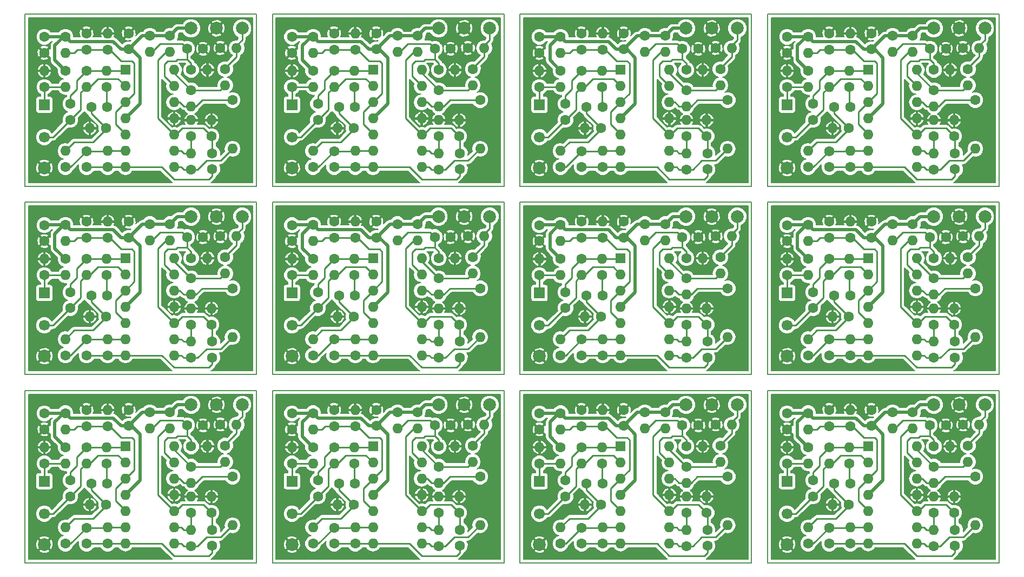
<source format=gbr>
G04 #@! TF.FileFunction,Copper,L2,Bot,Signal*
%FSLAX46Y46*%
G04 Gerber Fmt 4.6, Leading zero omitted, Abs format (unit mm)*
G04 Created by KiCad (PCBNEW 4.0.6-e0-6349~53~ubuntu16.04.1) date Thu Mar 16 16:11:01 2017*
%MOMM*%
%LPD*%
G01*
G04 APERTURE LIST*
%ADD10C,0.100000*%
%ADD11C,0.150000*%
%ADD12C,1.600000*%
%ADD13O,1.600000X1.600000*%
%ADD14C,1.998980*%
%ADD15C,1.700000*%
%ADD16R,1.700000X1.700000*%
%ADD17R,1.600000X1.600000*%
%ADD18C,0.250000*%
%ADD19C,0.500000*%
%ADD20C,0.200000*%
G04 APERTURE END LIST*
D10*
D11*
X167500800Y-101002920D02*
X131250800Y-101002920D01*
X167500800Y-71502920D02*
X131250800Y-71502920D01*
X167500800Y-42002920D02*
X131250800Y-42002920D01*
X128750800Y-101002920D02*
X92500800Y-101002920D01*
X128750800Y-71502920D02*
X92500800Y-71502920D01*
X128750800Y-42002920D02*
X92500800Y-42002920D01*
X90000800Y-101002920D02*
X53750800Y-101002920D01*
X90000800Y-71502920D02*
X53750800Y-71502920D01*
X90000800Y-42002920D02*
X53750800Y-42002920D01*
X51250800Y-101002920D02*
X15000800Y-101002920D01*
X51250800Y-71502920D02*
X15000800Y-71502920D01*
X167500800Y-74002920D02*
X167500800Y-101002920D01*
X167500800Y-44502920D02*
X167500800Y-71502920D01*
X167500800Y-15002920D02*
X167500800Y-42002920D01*
X128750800Y-74002920D02*
X128750800Y-101002920D01*
X128750800Y-44502920D02*
X128750800Y-71502920D01*
X128750800Y-15002920D02*
X128750800Y-42002920D01*
X90000800Y-74002920D02*
X90000800Y-101002920D01*
X90000800Y-44502920D02*
X90000800Y-71502920D01*
X90000800Y-15002920D02*
X90000800Y-42002920D01*
X51250800Y-74002920D02*
X51250800Y-101002920D01*
X51250800Y-44502920D02*
X51250800Y-71502920D01*
X131250800Y-101002920D02*
X131250800Y-74002920D01*
X131250800Y-71502920D02*
X131250800Y-44502920D01*
X131250800Y-42002920D02*
X131250800Y-15002920D01*
X92500800Y-101002920D02*
X92500800Y-74002920D01*
X92500800Y-71502920D02*
X92500800Y-44502920D01*
X92500800Y-42002920D02*
X92500800Y-15002920D01*
X53750800Y-101002920D02*
X53750800Y-74002920D01*
X53750800Y-71502920D02*
X53750800Y-44502920D01*
X53750800Y-42002920D02*
X53750800Y-15002920D01*
X15000800Y-101002920D02*
X15000800Y-74002920D01*
X15000800Y-71502920D02*
X15000800Y-44502920D01*
X167500800Y-74002920D02*
X131250800Y-74002920D01*
X167500800Y-44502920D02*
X131250800Y-44502920D01*
X167500800Y-15002920D02*
X131250800Y-15002920D01*
X128750800Y-74002920D02*
X92500800Y-74002920D01*
X128750800Y-44502920D02*
X92500800Y-44502920D01*
X128750800Y-15002920D02*
X92500800Y-15002920D01*
X90000800Y-74002920D02*
X53750800Y-74002920D01*
X90000800Y-44502920D02*
X53750800Y-44502920D01*
X90000800Y-15002920D02*
X53750800Y-15002920D01*
X51250800Y-74002920D02*
X15000800Y-74002920D01*
X51250800Y-44502920D02*
X15000800Y-44502920D01*
X51250800Y-15002920D02*
X15000800Y-15002920D01*
X51250800Y-42002920D02*
X15000800Y-42002920D01*
X51250800Y-15002920D02*
X51250800Y-42002920D01*
X15000800Y-42002920D02*
X15000800Y-15002920D01*
D12*
X147506800Y-77050920D03*
X147506800Y-79550920D03*
X147506800Y-47550920D03*
X147506800Y-50050920D03*
X147506800Y-18050920D03*
X147506800Y-20550920D03*
X108756800Y-77050920D03*
X108756800Y-79550920D03*
X108756800Y-47550920D03*
X108756800Y-50050920D03*
X108756800Y-18050920D03*
X108756800Y-20550920D03*
X70006800Y-77050920D03*
X70006800Y-79550920D03*
X70006800Y-47550920D03*
X70006800Y-50050920D03*
X70006800Y-18050920D03*
X70006800Y-20550920D03*
X31256800Y-77050920D03*
X31256800Y-79550920D03*
X31256800Y-47550920D03*
X31256800Y-50050920D03*
X144077800Y-85432920D03*
D13*
X144077800Y-82892920D03*
D12*
X144077800Y-55932920D03*
D13*
X144077800Y-53392920D03*
D12*
X144077800Y-26432920D03*
D13*
X144077800Y-23892920D03*
D12*
X105327800Y-85432920D03*
D13*
X105327800Y-82892920D03*
D12*
X105327800Y-55932920D03*
D13*
X105327800Y-53392920D03*
D12*
X105327800Y-26432920D03*
D13*
X105327800Y-23892920D03*
D12*
X66577800Y-85432920D03*
D13*
X66577800Y-82892920D03*
D12*
X66577800Y-55932920D03*
D13*
X66577800Y-53392920D03*
D12*
X66577800Y-26432920D03*
D13*
X66577800Y-23892920D03*
D12*
X27827800Y-85432920D03*
D13*
X27827800Y-82892920D03*
D12*
X27827800Y-55932920D03*
D13*
X27827800Y-53392920D03*
D12*
X144204800Y-79590920D03*
D13*
X144204800Y-77050920D03*
D12*
X144204800Y-50090920D03*
D13*
X144204800Y-47550920D03*
D12*
X144204800Y-20590920D03*
D13*
X144204800Y-18050920D03*
D12*
X105454800Y-79590920D03*
D13*
X105454800Y-77050920D03*
D12*
X105454800Y-50090920D03*
D13*
X105454800Y-47550920D03*
D12*
X105454800Y-20590920D03*
D13*
X105454800Y-18050920D03*
D12*
X66704800Y-79590920D03*
D13*
X66704800Y-77050920D03*
D12*
X66704800Y-50090920D03*
D13*
X66704800Y-47550920D03*
D12*
X66704800Y-20590920D03*
D13*
X66704800Y-18050920D03*
D12*
X27954800Y-79590920D03*
D13*
X27954800Y-77050920D03*
D12*
X27954800Y-50090920D03*
D13*
X27954800Y-47550920D03*
D12*
X140902800Y-79590920D03*
X140902800Y-77050920D03*
X140902800Y-50090920D03*
X140902800Y-47550920D03*
X140902800Y-20590920D03*
X140902800Y-18050920D03*
X102152800Y-79590920D03*
X102152800Y-77050920D03*
X102152800Y-50090920D03*
X102152800Y-47550920D03*
X102152800Y-20590920D03*
X102152800Y-18050920D03*
X63402800Y-79590920D03*
X63402800Y-77050920D03*
X63402800Y-50090920D03*
X63402800Y-47550920D03*
X63402800Y-20590920D03*
X63402800Y-18050920D03*
X24652800Y-79590920D03*
X24652800Y-77050920D03*
X24652800Y-50090920D03*
X24652800Y-47550920D03*
X134298800Y-85432920D03*
D13*
X134298800Y-82892920D03*
D12*
X134298800Y-55932920D03*
D13*
X134298800Y-53392920D03*
D12*
X134298800Y-26432920D03*
D13*
X134298800Y-23892920D03*
D12*
X95548800Y-85432920D03*
D13*
X95548800Y-82892920D03*
D12*
X95548800Y-55932920D03*
D13*
X95548800Y-53392920D03*
D12*
X95548800Y-26432920D03*
D13*
X95548800Y-23892920D03*
D12*
X56798800Y-85432920D03*
D13*
X56798800Y-82892920D03*
D12*
X56798800Y-55932920D03*
D13*
X56798800Y-53392920D03*
D12*
X56798800Y-26432920D03*
D13*
X56798800Y-23892920D03*
D12*
X18048800Y-85432920D03*
D13*
X18048800Y-82892920D03*
D12*
X18048800Y-55932920D03*
D13*
X18048800Y-53392920D03*
D12*
X134298800Y-80098920D03*
X134298800Y-77598920D03*
X134298800Y-50598920D03*
X134298800Y-48098920D03*
X134298800Y-21098920D03*
X134298800Y-18598920D03*
X95548800Y-80098920D03*
X95548800Y-77598920D03*
X95548800Y-50598920D03*
X95548800Y-48098920D03*
X95548800Y-21098920D03*
X95548800Y-18598920D03*
X56798800Y-80098920D03*
X56798800Y-77598920D03*
X56798800Y-50598920D03*
X56798800Y-48098920D03*
X56798800Y-21098920D03*
X56798800Y-18598920D03*
X18048800Y-80098920D03*
X18048800Y-77598920D03*
X18048800Y-50598920D03*
X18048800Y-48098920D03*
X137600800Y-77558920D03*
D13*
X137600800Y-80098920D03*
D12*
X137600800Y-48058920D03*
D13*
X137600800Y-50598920D03*
D12*
X137600800Y-18558920D03*
D13*
X137600800Y-21098920D03*
D12*
X98850800Y-77558920D03*
D13*
X98850800Y-80098920D03*
D12*
X98850800Y-48058920D03*
D13*
X98850800Y-50598920D03*
D12*
X98850800Y-18558920D03*
D13*
X98850800Y-21098920D03*
D12*
X60100800Y-77558920D03*
D13*
X60100800Y-80098920D03*
D12*
X60100800Y-48058920D03*
D13*
X60100800Y-50598920D03*
D12*
X60100800Y-18558920D03*
D13*
X60100800Y-21098920D03*
D12*
X21350800Y-77558920D03*
D13*
X21350800Y-80098920D03*
D12*
X21350800Y-48058920D03*
D13*
X21350800Y-50598920D03*
D12*
X137600800Y-82892920D03*
D13*
X137600800Y-85432920D03*
D12*
X137600800Y-53392920D03*
D13*
X137600800Y-55932920D03*
D12*
X137600800Y-23892920D03*
D13*
X137600800Y-26432920D03*
D12*
X98850800Y-82892920D03*
D13*
X98850800Y-85432920D03*
D12*
X98850800Y-53392920D03*
D13*
X98850800Y-55932920D03*
D12*
X98850800Y-23892920D03*
D13*
X98850800Y-26432920D03*
D12*
X60100800Y-82892920D03*
D13*
X60100800Y-85432920D03*
D12*
X60100800Y-53392920D03*
D13*
X60100800Y-55932920D03*
D12*
X60100800Y-23892920D03*
D13*
X60100800Y-26432920D03*
D12*
X21350800Y-82892920D03*
D13*
X21350800Y-85432920D03*
D12*
X21350800Y-53392920D03*
D13*
X21350800Y-55932920D03*
D12*
X140902800Y-82892920D03*
D13*
X140902800Y-85432920D03*
D12*
X140902800Y-53392920D03*
D13*
X140902800Y-55932920D03*
D12*
X140902800Y-23892920D03*
D13*
X140902800Y-26432920D03*
D12*
X102152800Y-82892920D03*
D13*
X102152800Y-85432920D03*
D12*
X102152800Y-53392920D03*
D13*
X102152800Y-55932920D03*
D12*
X102152800Y-23892920D03*
D13*
X102152800Y-26432920D03*
D12*
X63402800Y-82892920D03*
D13*
X63402800Y-85432920D03*
D12*
X63402800Y-53392920D03*
D13*
X63402800Y-55932920D03*
D12*
X63402800Y-23892920D03*
D13*
X63402800Y-26432920D03*
D12*
X24652800Y-82892920D03*
D13*
X24652800Y-85432920D03*
D12*
X24652800Y-53392920D03*
D13*
X24652800Y-55932920D03*
D12*
X157285800Y-98386920D03*
D13*
X157285800Y-95846920D03*
D12*
X157285800Y-68886920D03*
D13*
X157285800Y-66346920D03*
D12*
X157285800Y-39386920D03*
D13*
X157285800Y-36846920D03*
D12*
X118535800Y-98386920D03*
D13*
X118535800Y-95846920D03*
D12*
X118535800Y-68886920D03*
D13*
X118535800Y-66346920D03*
D12*
X118535800Y-39386920D03*
D13*
X118535800Y-36846920D03*
D12*
X79785800Y-98386920D03*
D13*
X79785800Y-95846920D03*
D12*
X79785800Y-68886920D03*
D13*
X79785800Y-66346920D03*
D12*
X79785800Y-39386920D03*
D13*
X79785800Y-36846920D03*
D12*
X41035800Y-98386920D03*
D13*
X41035800Y-95846920D03*
D12*
X41035800Y-68886920D03*
D13*
X41035800Y-66346920D03*
D12*
X160460800Y-93179920D03*
D13*
X160460800Y-90639920D03*
D12*
X160460800Y-63679920D03*
D13*
X160460800Y-61139920D03*
D12*
X160460800Y-34179920D03*
D13*
X160460800Y-31639920D03*
D12*
X121710800Y-93179920D03*
D13*
X121710800Y-90639920D03*
D12*
X121710800Y-63679920D03*
D13*
X121710800Y-61139920D03*
D12*
X121710800Y-34179920D03*
D13*
X121710800Y-31639920D03*
D12*
X82960800Y-93179920D03*
D13*
X82960800Y-90639920D03*
D12*
X82960800Y-63679920D03*
D13*
X82960800Y-61139920D03*
D12*
X82960800Y-34179920D03*
D13*
X82960800Y-31639920D03*
D12*
X44210800Y-93179920D03*
D13*
X44210800Y-90639920D03*
D12*
X44210800Y-63679920D03*
D13*
X44210800Y-61139920D03*
D12*
X160587800Y-95846920D03*
X160587800Y-98346920D03*
X160587800Y-66346920D03*
X160587800Y-68846920D03*
X160587800Y-36846920D03*
X160587800Y-39346920D03*
X121837800Y-95846920D03*
X121837800Y-98346920D03*
X121837800Y-66346920D03*
X121837800Y-68846920D03*
X121837800Y-36846920D03*
X121837800Y-39346920D03*
X83087800Y-95846920D03*
X83087800Y-98346920D03*
X83087800Y-66346920D03*
X83087800Y-68846920D03*
X83087800Y-36846920D03*
X83087800Y-39346920D03*
X44337800Y-95846920D03*
X44337800Y-98346920D03*
X44337800Y-66346920D03*
X44337800Y-68846920D03*
X157285800Y-93179920D03*
D13*
X157285800Y-90639920D03*
D12*
X157285800Y-63679920D03*
D13*
X157285800Y-61139920D03*
D12*
X157285800Y-34179920D03*
D13*
X157285800Y-31639920D03*
D12*
X118535800Y-93179920D03*
D13*
X118535800Y-90639920D03*
D12*
X118535800Y-63679920D03*
D13*
X118535800Y-61139920D03*
D12*
X118535800Y-34179920D03*
D13*
X118535800Y-31639920D03*
D12*
X79785800Y-93179920D03*
D13*
X79785800Y-90639920D03*
D12*
X79785800Y-63679920D03*
D13*
X79785800Y-61139920D03*
D12*
X79785800Y-34179920D03*
D13*
X79785800Y-31639920D03*
D12*
X41035800Y-93179920D03*
D13*
X41035800Y-90639920D03*
D12*
X41035800Y-63679920D03*
D13*
X41035800Y-61139920D03*
D14*
X161250800Y-76252920D03*
X161250800Y-46752920D03*
X161250800Y-17252920D03*
X122500800Y-76252920D03*
X122500800Y-46752920D03*
X122500800Y-17252920D03*
X83750800Y-76252920D03*
X83750800Y-46752920D03*
X83750800Y-17252920D03*
X45000800Y-76252920D03*
X45000800Y-46752920D03*
D12*
X156650800Y-79463920D03*
X159150800Y-79463920D03*
X156650800Y-49963920D03*
X159150800Y-49963920D03*
X156650800Y-20463920D03*
X159150800Y-20463920D03*
X117900800Y-79463920D03*
X120400800Y-79463920D03*
X117900800Y-49963920D03*
X120400800Y-49963920D03*
X117900800Y-20463920D03*
X120400800Y-20463920D03*
X79150800Y-79463920D03*
X81650800Y-79463920D03*
X79150800Y-49963920D03*
X81650800Y-49963920D03*
X79150800Y-20463920D03*
X81650800Y-20463920D03*
X40400800Y-79463920D03*
X42900800Y-79463920D03*
X40400800Y-49963920D03*
X42900800Y-49963920D03*
X150808800Y-77431920D03*
D13*
X150808800Y-79971920D03*
D12*
X150808800Y-47931920D03*
D13*
X150808800Y-50471920D03*
D12*
X150808800Y-18431920D03*
D13*
X150808800Y-20971920D03*
D12*
X112058800Y-77431920D03*
D13*
X112058800Y-79971920D03*
D12*
X112058800Y-47931920D03*
D13*
X112058800Y-50471920D03*
D12*
X112058800Y-18431920D03*
D13*
X112058800Y-20971920D03*
D12*
X73308800Y-77431920D03*
D13*
X73308800Y-79971920D03*
D12*
X73308800Y-47931920D03*
D13*
X73308800Y-50471920D03*
D12*
X73308800Y-18431920D03*
D13*
X73308800Y-20971920D03*
D12*
X34558800Y-77431920D03*
D13*
X34558800Y-79971920D03*
D12*
X34558800Y-47931920D03*
D13*
X34558800Y-50471920D03*
D12*
X161857800Y-79336920D03*
D13*
X164397800Y-79336920D03*
D12*
X161857800Y-49836920D03*
D13*
X164397800Y-49836920D03*
D12*
X161857800Y-20336920D03*
D13*
X164397800Y-20336920D03*
D12*
X123107800Y-79336920D03*
D13*
X125647800Y-79336920D03*
D12*
X123107800Y-49836920D03*
D13*
X125647800Y-49836920D03*
D12*
X123107800Y-20336920D03*
D13*
X125647800Y-20336920D03*
D12*
X84357800Y-79336920D03*
D13*
X86897800Y-79336920D03*
D12*
X84357800Y-49836920D03*
D13*
X86897800Y-49836920D03*
D12*
X84357800Y-20336920D03*
D13*
X86897800Y-20336920D03*
D12*
X45607800Y-79336920D03*
D13*
X48147800Y-79336920D03*
D12*
X45607800Y-49836920D03*
D13*
X48147800Y-49836920D03*
D14*
X157250800Y-76252920D03*
X157250800Y-46752920D03*
X157250800Y-17252920D03*
X118500800Y-76252920D03*
X118500800Y-46752920D03*
X118500800Y-17252920D03*
X79750800Y-76252920D03*
X79750800Y-46752920D03*
X79750800Y-17252920D03*
X41000800Y-76252920D03*
X41000800Y-46752920D03*
D12*
X153983800Y-77431920D03*
D13*
X153983800Y-79971920D03*
D12*
X153983800Y-47931920D03*
D13*
X153983800Y-50471920D03*
D12*
X153983800Y-18431920D03*
D13*
X153983800Y-20971920D03*
D12*
X115233800Y-77431920D03*
D13*
X115233800Y-79971920D03*
D12*
X115233800Y-47931920D03*
D13*
X115233800Y-50471920D03*
D12*
X115233800Y-18431920D03*
D13*
X115233800Y-20971920D03*
D12*
X76483800Y-77431920D03*
D13*
X76483800Y-79971920D03*
D12*
X76483800Y-47931920D03*
D13*
X76483800Y-50471920D03*
D12*
X76483800Y-18431920D03*
D13*
X76483800Y-20971920D03*
D12*
X37733800Y-77431920D03*
D13*
X37733800Y-79971920D03*
D12*
X37733800Y-47931920D03*
D13*
X37733800Y-50471920D03*
D14*
X165250800Y-76252920D03*
X165250800Y-46752920D03*
X165250800Y-17252920D03*
X126500800Y-76252920D03*
X126500800Y-46752920D03*
X126500800Y-17252920D03*
X87750800Y-76252920D03*
X87750800Y-46752920D03*
X87750800Y-17252920D03*
X49000800Y-76252920D03*
X49000800Y-46752920D03*
D12*
X144204800Y-98005920D03*
D13*
X144204800Y-95465920D03*
D12*
X144204800Y-68505920D03*
D13*
X144204800Y-65965920D03*
D12*
X144204800Y-39005920D03*
D13*
X144204800Y-36465920D03*
D12*
X105454800Y-98005920D03*
D13*
X105454800Y-95465920D03*
D12*
X105454800Y-68505920D03*
D13*
X105454800Y-65965920D03*
D12*
X105454800Y-39005920D03*
D13*
X105454800Y-36465920D03*
D12*
X66704800Y-98005920D03*
D13*
X66704800Y-95465920D03*
D12*
X66704800Y-68505920D03*
D13*
X66704800Y-65965920D03*
D12*
X66704800Y-39005920D03*
D13*
X66704800Y-36465920D03*
D12*
X27954800Y-98005920D03*
D13*
X27954800Y-95465920D03*
D12*
X27954800Y-68505920D03*
D13*
X27954800Y-65965920D03*
D12*
X140902800Y-98005920D03*
X140902800Y-95505920D03*
X140902800Y-68505920D03*
X140902800Y-66005920D03*
X140902800Y-39005920D03*
X140902800Y-36505920D03*
X102152800Y-98005920D03*
X102152800Y-95505920D03*
X102152800Y-68505920D03*
X102152800Y-66005920D03*
X102152800Y-39005920D03*
X102152800Y-36505920D03*
X63402800Y-98005920D03*
X63402800Y-95505920D03*
X63402800Y-68505920D03*
X63402800Y-66005920D03*
X63402800Y-39005920D03*
X63402800Y-36505920D03*
X24652800Y-98005920D03*
X24652800Y-95505920D03*
X24652800Y-68505920D03*
X24652800Y-66005920D03*
X137600800Y-98005920D03*
D13*
X137600800Y-95465920D03*
D12*
X137600800Y-68505920D03*
D13*
X137600800Y-65965920D03*
D12*
X137600800Y-39005920D03*
D13*
X137600800Y-36465920D03*
D12*
X98850800Y-98005920D03*
D13*
X98850800Y-95465920D03*
D12*
X98850800Y-68505920D03*
D13*
X98850800Y-65965920D03*
D12*
X98850800Y-39005920D03*
D13*
X98850800Y-36465920D03*
D12*
X60100800Y-98005920D03*
D13*
X60100800Y-95465920D03*
D12*
X60100800Y-68505920D03*
D13*
X60100800Y-65965920D03*
D12*
X60100800Y-39005920D03*
D13*
X60100800Y-36465920D03*
D12*
X21350800Y-98005920D03*
D13*
X21350800Y-95465920D03*
D12*
X21350800Y-68505920D03*
D13*
X21350800Y-65965920D03*
D15*
X134298800Y-93306920D03*
D16*
X134298800Y-88226920D03*
D15*
X134298800Y-63806920D03*
D16*
X134298800Y-58726920D03*
D15*
X134298800Y-34306920D03*
D16*
X134298800Y-29226920D03*
D15*
X95548800Y-93306920D03*
D16*
X95548800Y-88226920D03*
D15*
X95548800Y-63806920D03*
D16*
X95548800Y-58726920D03*
D15*
X95548800Y-34306920D03*
D16*
X95548800Y-29226920D03*
D15*
X56798800Y-93306920D03*
D16*
X56798800Y-88226920D03*
D15*
X56798800Y-63806920D03*
D16*
X56798800Y-58726920D03*
D15*
X56798800Y-34306920D03*
D16*
X56798800Y-29226920D03*
D15*
X18048800Y-93306920D03*
D16*
X18048800Y-88226920D03*
D15*
X18048800Y-63806920D03*
D16*
X18048800Y-58726920D03*
D12*
X138362800Y-88099920D03*
X138362800Y-90599920D03*
X138362800Y-58599920D03*
X138362800Y-61099920D03*
X138362800Y-29099920D03*
X138362800Y-31599920D03*
X99612800Y-88099920D03*
X99612800Y-90599920D03*
X99612800Y-58599920D03*
X99612800Y-61099920D03*
X99612800Y-29099920D03*
X99612800Y-31599920D03*
X60862800Y-88099920D03*
X60862800Y-90599920D03*
X60862800Y-58599920D03*
X60862800Y-61099920D03*
X60862800Y-29099920D03*
X60862800Y-31599920D03*
X22112800Y-88099920D03*
X22112800Y-90599920D03*
X22112800Y-58599920D03*
X22112800Y-61099920D03*
X143950800Y-91909920D03*
D13*
X141410800Y-91909920D03*
D12*
X143950800Y-62409920D03*
D13*
X141410800Y-62409920D03*
D12*
X143950800Y-32909920D03*
D13*
X141410800Y-32909920D03*
D12*
X105200800Y-91909920D03*
D13*
X102660800Y-91909920D03*
D12*
X105200800Y-62409920D03*
D13*
X102660800Y-62409920D03*
D12*
X105200800Y-32909920D03*
D13*
X102660800Y-32909920D03*
D12*
X66450800Y-91909920D03*
D13*
X63910800Y-91909920D03*
D12*
X66450800Y-62409920D03*
D13*
X63910800Y-62409920D03*
D12*
X66450800Y-32909920D03*
D13*
X63910800Y-32909920D03*
D12*
X27700800Y-91909920D03*
D13*
X25160800Y-91909920D03*
D12*
X27700800Y-62409920D03*
D13*
X25160800Y-62409920D03*
D14*
X134298800Y-98132920D03*
X134298800Y-68632920D03*
X134298800Y-39132920D03*
X95548800Y-98132920D03*
X95548800Y-68632920D03*
X95548800Y-39132920D03*
X56798800Y-98132920D03*
X56798800Y-68632920D03*
X56798800Y-39132920D03*
X18048800Y-98132920D03*
X18048800Y-68632920D03*
D12*
X141664800Y-88607920D03*
X144164800Y-88607920D03*
X141664800Y-59107920D03*
X144164800Y-59107920D03*
X141664800Y-29607920D03*
X144164800Y-29607920D03*
X102914800Y-88607920D03*
X105414800Y-88607920D03*
X102914800Y-59107920D03*
X105414800Y-59107920D03*
X102914800Y-29607920D03*
X105414800Y-29607920D03*
X64164800Y-88607920D03*
X66664800Y-88607920D03*
X64164800Y-59107920D03*
X66664800Y-59107920D03*
X64164800Y-29607920D03*
X66664800Y-29607920D03*
X25414800Y-88607920D03*
X27914800Y-88607920D03*
X25414800Y-59107920D03*
X27914800Y-59107920D03*
X162619800Y-82638920D03*
D13*
X162619800Y-85178920D03*
D12*
X162619800Y-53138920D03*
D13*
X162619800Y-55678920D03*
D12*
X162619800Y-23638920D03*
D13*
X162619800Y-26178920D03*
D12*
X123869800Y-82638920D03*
D13*
X123869800Y-85178920D03*
D12*
X123869800Y-53138920D03*
D13*
X123869800Y-55678920D03*
D12*
X123869800Y-23638920D03*
D13*
X123869800Y-26178920D03*
D12*
X85119800Y-82638920D03*
D13*
X85119800Y-85178920D03*
D12*
X85119800Y-53138920D03*
D13*
X85119800Y-55678920D03*
D12*
X85119800Y-23638920D03*
D13*
X85119800Y-26178920D03*
D12*
X46369800Y-82638920D03*
D13*
X46369800Y-85178920D03*
D12*
X46369800Y-53138920D03*
D13*
X46369800Y-55678920D03*
D12*
X163750800Y-87502920D03*
D13*
X163750800Y-95122920D03*
D12*
X163750800Y-58002920D03*
D13*
X163750800Y-65622920D03*
D12*
X163750800Y-28502920D03*
D13*
X163750800Y-36122920D03*
D12*
X125000800Y-87502920D03*
D13*
X125000800Y-95122920D03*
D12*
X125000800Y-58002920D03*
D13*
X125000800Y-65622920D03*
D12*
X125000800Y-28502920D03*
D13*
X125000800Y-36122920D03*
D12*
X86250800Y-87502920D03*
D13*
X86250800Y-95122920D03*
D12*
X86250800Y-58002920D03*
D13*
X86250800Y-65622920D03*
D12*
X86250800Y-28502920D03*
D13*
X86250800Y-36122920D03*
D12*
X47500800Y-87502920D03*
D13*
X47500800Y-95122920D03*
D12*
X47500800Y-58002920D03*
D13*
X47500800Y-65622920D03*
D12*
X157285800Y-82765920D03*
D13*
X159825800Y-82765920D03*
D12*
X157285800Y-53265920D03*
D13*
X159825800Y-53265920D03*
D12*
X157285800Y-23765920D03*
D13*
X159825800Y-23765920D03*
D12*
X118535800Y-82765920D03*
D13*
X121075800Y-82765920D03*
D12*
X118535800Y-53265920D03*
D13*
X121075800Y-53265920D03*
D12*
X118535800Y-23765920D03*
D13*
X121075800Y-23765920D03*
D12*
X79785800Y-82765920D03*
D13*
X82325800Y-82765920D03*
D12*
X79785800Y-53265920D03*
D13*
X82325800Y-53265920D03*
D12*
X79785800Y-23765920D03*
D13*
X82325800Y-23765920D03*
D12*
X41035800Y-82765920D03*
D13*
X43575800Y-82765920D03*
D12*
X41035800Y-53265920D03*
D13*
X43575800Y-53265920D03*
D12*
X157285800Y-85940920D03*
D13*
X157285800Y-88480920D03*
D12*
X157285800Y-56440920D03*
D13*
X157285800Y-58980920D03*
D12*
X157285800Y-26940920D03*
D13*
X157285800Y-29480920D03*
D12*
X118535800Y-85940920D03*
D13*
X118535800Y-88480920D03*
D12*
X118535800Y-56440920D03*
D13*
X118535800Y-58980920D03*
D12*
X118535800Y-26940920D03*
D13*
X118535800Y-29480920D03*
D12*
X79785800Y-85940920D03*
D13*
X79785800Y-88480920D03*
D12*
X79785800Y-56440920D03*
D13*
X79785800Y-58980920D03*
D12*
X79785800Y-26940920D03*
D13*
X79785800Y-29480920D03*
D12*
X41035800Y-85940920D03*
D13*
X41035800Y-88480920D03*
D12*
X41035800Y-56440920D03*
D13*
X41035800Y-58980920D03*
D17*
X146998800Y-82765920D03*
D13*
X154618800Y-98005920D03*
X146998800Y-85305920D03*
X154618800Y-95465920D03*
X146998800Y-87845920D03*
X154618800Y-92925920D03*
X146998800Y-90385920D03*
X154618800Y-90385920D03*
X146998800Y-92925920D03*
X154618800Y-87845920D03*
X146998800Y-95465920D03*
X154618800Y-85305920D03*
X146998800Y-98005920D03*
X154618800Y-82765920D03*
D17*
X146998800Y-53265920D03*
D13*
X154618800Y-68505920D03*
X146998800Y-55805920D03*
X154618800Y-65965920D03*
X146998800Y-58345920D03*
X154618800Y-63425920D03*
X146998800Y-60885920D03*
X154618800Y-60885920D03*
X146998800Y-63425920D03*
X154618800Y-58345920D03*
X146998800Y-65965920D03*
X154618800Y-55805920D03*
X146998800Y-68505920D03*
X154618800Y-53265920D03*
D17*
X146998800Y-23765920D03*
D13*
X154618800Y-39005920D03*
X146998800Y-26305920D03*
X154618800Y-36465920D03*
X146998800Y-28845920D03*
X154618800Y-33925920D03*
X146998800Y-31385920D03*
X154618800Y-31385920D03*
X146998800Y-33925920D03*
X154618800Y-28845920D03*
X146998800Y-36465920D03*
X154618800Y-26305920D03*
X146998800Y-39005920D03*
X154618800Y-23765920D03*
D17*
X108248800Y-82765920D03*
D13*
X115868800Y-98005920D03*
X108248800Y-85305920D03*
X115868800Y-95465920D03*
X108248800Y-87845920D03*
X115868800Y-92925920D03*
X108248800Y-90385920D03*
X115868800Y-90385920D03*
X108248800Y-92925920D03*
X115868800Y-87845920D03*
X108248800Y-95465920D03*
X115868800Y-85305920D03*
X108248800Y-98005920D03*
X115868800Y-82765920D03*
D17*
X108248800Y-53265920D03*
D13*
X115868800Y-68505920D03*
X108248800Y-55805920D03*
X115868800Y-65965920D03*
X108248800Y-58345920D03*
X115868800Y-63425920D03*
X108248800Y-60885920D03*
X115868800Y-60885920D03*
X108248800Y-63425920D03*
X115868800Y-58345920D03*
X108248800Y-65965920D03*
X115868800Y-55805920D03*
X108248800Y-68505920D03*
X115868800Y-53265920D03*
D17*
X108248800Y-23765920D03*
D13*
X115868800Y-39005920D03*
X108248800Y-26305920D03*
X115868800Y-36465920D03*
X108248800Y-28845920D03*
X115868800Y-33925920D03*
X108248800Y-31385920D03*
X115868800Y-31385920D03*
X108248800Y-33925920D03*
X115868800Y-28845920D03*
X108248800Y-36465920D03*
X115868800Y-26305920D03*
X108248800Y-39005920D03*
X115868800Y-23765920D03*
D17*
X69498800Y-82765920D03*
D13*
X77118800Y-98005920D03*
X69498800Y-85305920D03*
X77118800Y-95465920D03*
X69498800Y-87845920D03*
X77118800Y-92925920D03*
X69498800Y-90385920D03*
X77118800Y-90385920D03*
X69498800Y-92925920D03*
X77118800Y-87845920D03*
X69498800Y-95465920D03*
X77118800Y-85305920D03*
X69498800Y-98005920D03*
X77118800Y-82765920D03*
D17*
X69498800Y-53265920D03*
D13*
X77118800Y-68505920D03*
X69498800Y-55805920D03*
X77118800Y-65965920D03*
X69498800Y-58345920D03*
X77118800Y-63425920D03*
X69498800Y-60885920D03*
X77118800Y-60885920D03*
X69498800Y-63425920D03*
X77118800Y-58345920D03*
X69498800Y-65965920D03*
X77118800Y-55805920D03*
X69498800Y-68505920D03*
X77118800Y-53265920D03*
D17*
X69498800Y-23765920D03*
D13*
X77118800Y-39005920D03*
X69498800Y-26305920D03*
X77118800Y-36465920D03*
X69498800Y-28845920D03*
X77118800Y-33925920D03*
X69498800Y-31385920D03*
X77118800Y-31385920D03*
X69498800Y-33925920D03*
X77118800Y-28845920D03*
X69498800Y-36465920D03*
X77118800Y-26305920D03*
X69498800Y-39005920D03*
X77118800Y-23765920D03*
D17*
X30748800Y-82765920D03*
D13*
X38368800Y-98005920D03*
X30748800Y-85305920D03*
X38368800Y-95465920D03*
X30748800Y-87845920D03*
X38368800Y-92925920D03*
X30748800Y-90385920D03*
X38368800Y-90385920D03*
X30748800Y-92925920D03*
X38368800Y-87845920D03*
X30748800Y-95465920D03*
X38368800Y-85305920D03*
X30748800Y-98005920D03*
X38368800Y-82765920D03*
D17*
X30748800Y-53265920D03*
D13*
X38368800Y-68505920D03*
X30748800Y-55805920D03*
X38368800Y-65965920D03*
X30748800Y-58345920D03*
X38368800Y-63425920D03*
X30748800Y-60885920D03*
X38368800Y-60885920D03*
X30748800Y-63425920D03*
X38368800Y-58345920D03*
X30748800Y-65965920D03*
X38368800Y-55805920D03*
X30748800Y-68505920D03*
X38368800Y-53265920D03*
D12*
X24652800Y-20590920D03*
X24652800Y-18050920D03*
X31256800Y-18050920D03*
X31256800Y-20550920D03*
X25414800Y-29607920D03*
X27914800Y-29607920D03*
X18048800Y-21098920D03*
X18048800Y-18598920D03*
X24652800Y-39005920D03*
X24652800Y-36505920D03*
X44337800Y-36846920D03*
X44337800Y-39346920D03*
X22112800Y-29099920D03*
X22112800Y-31599920D03*
X40400800Y-20463920D03*
X42900800Y-20463920D03*
D15*
X18048800Y-34306920D03*
D16*
X18048800Y-29226920D03*
D14*
X49000800Y-17252920D03*
X18048800Y-39132920D03*
X41000800Y-17252920D03*
X45000800Y-17252920D03*
D12*
X21350800Y-23892920D03*
D13*
X21350800Y-26432920D03*
D12*
X18048800Y-26432920D03*
D13*
X18048800Y-23892920D03*
D12*
X21350800Y-18558920D03*
D13*
X21350800Y-21098920D03*
D12*
X27954800Y-20590920D03*
D13*
X27954800Y-18050920D03*
D12*
X24652800Y-23892920D03*
D13*
X24652800Y-26432920D03*
D12*
X27827800Y-26432920D03*
D13*
X27827800Y-23892920D03*
D12*
X27700800Y-32909920D03*
D13*
X25160800Y-32909920D03*
D12*
X21350800Y-39005920D03*
D13*
X21350800Y-36465920D03*
D12*
X27954800Y-39005920D03*
D13*
X27954800Y-36465920D03*
D12*
X46369800Y-23638920D03*
D13*
X46369800Y-26178920D03*
D12*
X37733800Y-18431920D03*
D13*
X37733800Y-20971920D03*
D12*
X44210800Y-34179920D03*
D13*
X44210800Y-31639920D03*
D12*
X41035800Y-34179920D03*
D13*
X41035800Y-31639920D03*
D12*
X41035800Y-39386920D03*
D13*
X41035800Y-36846920D03*
D12*
X34558800Y-18431920D03*
D13*
X34558800Y-20971920D03*
D12*
X41035800Y-23765920D03*
D13*
X43575800Y-23765920D03*
D12*
X41035800Y-26940920D03*
D13*
X41035800Y-29480920D03*
D12*
X45607800Y-20336920D03*
D13*
X48147800Y-20336920D03*
D17*
X30748800Y-23765920D03*
D13*
X38368800Y-39005920D03*
X30748800Y-26305920D03*
X38368800Y-36465920D03*
X30748800Y-28845920D03*
X38368800Y-33925920D03*
X30748800Y-31385920D03*
X38368800Y-31385920D03*
X30748800Y-33925920D03*
X38368800Y-28845920D03*
X30748800Y-36465920D03*
X38368800Y-26305920D03*
X30748800Y-39005920D03*
X38368800Y-23765920D03*
D12*
X47500800Y-28502920D03*
D13*
X47500800Y-36122920D03*
D18*
X146363800Y-81368920D02*
X148014800Y-81368920D01*
X146363800Y-51868920D02*
X148014800Y-51868920D01*
X146363800Y-22368920D02*
X148014800Y-22368920D01*
X107613800Y-81368920D02*
X109264800Y-81368920D01*
X107613800Y-51868920D02*
X109264800Y-51868920D01*
X107613800Y-22368920D02*
X109264800Y-22368920D01*
X68863800Y-81368920D02*
X70514800Y-81368920D01*
X68863800Y-51868920D02*
X70514800Y-51868920D01*
X68863800Y-22368920D02*
X70514800Y-22368920D01*
X30113800Y-81368920D02*
X31764800Y-81368920D01*
X30113800Y-51868920D02*
X31764800Y-51868920D01*
X144585800Y-79590920D02*
X146363800Y-81368920D01*
X144585800Y-50090920D02*
X146363800Y-51868920D01*
X144585800Y-20590920D02*
X146363800Y-22368920D01*
X105835800Y-79590920D02*
X107613800Y-81368920D01*
X105835800Y-50090920D02*
X107613800Y-51868920D01*
X105835800Y-20590920D02*
X107613800Y-22368920D01*
X67085800Y-79590920D02*
X68863800Y-81368920D01*
X67085800Y-50090920D02*
X68863800Y-51868920D01*
X67085800Y-20590920D02*
X68863800Y-22368920D01*
X28335800Y-79590920D02*
X30113800Y-81368920D01*
X28335800Y-50090920D02*
X30113800Y-51868920D01*
X148014800Y-81368920D02*
X148395800Y-81749920D01*
X148014800Y-51868920D02*
X148395800Y-52249920D01*
X148014800Y-22368920D02*
X148395800Y-22749920D01*
X109264800Y-81368920D02*
X109645800Y-81749920D01*
X109264800Y-51868920D02*
X109645800Y-52249920D01*
X109264800Y-22368920D02*
X109645800Y-22749920D01*
X70514800Y-81368920D02*
X70895800Y-81749920D01*
X70514800Y-51868920D02*
X70895800Y-52249920D01*
X70514800Y-22368920D02*
X70895800Y-22749920D01*
X31764800Y-81368920D02*
X32145800Y-81749920D01*
X31764800Y-51868920D02*
X32145800Y-52249920D01*
X148395800Y-86448920D02*
X146998800Y-87845920D01*
X148395800Y-56948920D02*
X146998800Y-58345920D01*
X148395800Y-27448920D02*
X146998800Y-28845920D01*
X109645800Y-86448920D02*
X108248800Y-87845920D01*
X109645800Y-56948920D02*
X108248800Y-58345920D01*
X109645800Y-27448920D02*
X108248800Y-28845920D01*
X70895800Y-86448920D02*
X69498800Y-87845920D01*
X70895800Y-56948920D02*
X69498800Y-58345920D01*
X70895800Y-27448920D02*
X69498800Y-28845920D01*
X32145800Y-86448920D02*
X30748800Y-87845920D01*
X32145800Y-56948920D02*
X30748800Y-58345920D01*
X148395800Y-81749920D02*
X148395800Y-86448920D01*
X148395800Y-52249920D02*
X148395800Y-56948920D01*
X148395800Y-22749920D02*
X148395800Y-27448920D01*
X109645800Y-81749920D02*
X109645800Y-86448920D01*
X109645800Y-52249920D02*
X109645800Y-56948920D01*
X109645800Y-22749920D02*
X109645800Y-27448920D01*
X70895800Y-81749920D02*
X70895800Y-86448920D01*
X70895800Y-52249920D02*
X70895800Y-56948920D01*
X70895800Y-22749920D02*
X70895800Y-27448920D01*
X32145800Y-81749920D02*
X32145800Y-86448920D01*
X32145800Y-52249920D02*
X32145800Y-56948920D01*
X138997800Y-80098920D02*
X139505800Y-79590920D01*
X138997800Y-50598920D02*
X139505800Y-50090920D01*
X138997800Y-21098920D02*
X139505800Y-20590920D01*
X100247800Y-80098920D02*
X100755800Y-79590920D01*
X100247800Y-50598920D02*
X100755800Y-50090920D01*
X100247800Y-21098920D02*
X100755800Y-20590920D01*
X61497800Y-80098920D02*
X62005800Y-79590920D01*
X61497800Y-50598920D02*
X62005800Y-50090920D01*
X61497800Y-21098920D02*
X62005800Y-20590920D01*
X22747800Y-80098920D02*
X23255800Y-79590920D01*
X22747800Y-50598920D02*
X23255800Y-50090920D01*
X144204800Y-79590920D02*
X144585800Y-79590920D01*
X144204800Y-50090920D02*
X144585800Y-50090920D01*
X144204800Y-20590920D02*
X144585800Y-20590920D01*
X105454800Y-79590920D02*
X105835800Y-79590920D01*
X105454800Y-50090920D02*
X105835800Y-50090920D01*
X105454800Y-20590920D02*
X105835800Y-20590920D01*
X66704800Y-79590920D02*
X67085800Y-79590920D01*
X66704800Y-50090920D02*
X67085800Y-50090920D01*
X66704800Y-20590920D02*
X67085800Y-20590920D01*
X27954800Y-79590920D02*
X28335800Y-79590920D01*
X27954800Y-50090920D02*
X28335800Y-50090920D01*
X140902800Y-79590920D02*
X144204800Y-79590920D01*
X140902800Y-50090920D02*
X144204800Y-50090920D01*
X140902800Y-20590920D02*
X144204800Y-20590920D01*
X102152800Y-79590920D02*
X105454800Y-79590920D01*
X102152800Y-50090920D02*
X105454800Y-50090920D01*
X102152800Y-20590920D02*
X105454800Y-20590920D01*
X63402800Y-79590920D02*
X66704800Y-79590920D01*
X63402800Y-50090920D02*
X66704800Y-50090920D01*
X63402800Y-20590920D02*
X66704800Y-20590920D01*
X24652800Y-79590920D02*
X27954800Y-79590920D01*
X24652800Y-50090920D02*
X27954800Y-50090920D01*
X139505800Y-79590920D02*
X140902800Y-79590920D01*
X139505800Y-50090920D02*
X140902800Y-50090920D01*
X139505800Y-20590920D02*
X140902800Y-20590920D01*
X100755800Y-79590920D02*
X102152800Y-79590920D01*
X100755800Y-50090920D02*
X102152800Y-50090920D01*
X100755800Y-20590920D02*
X102152800Y-20590920D01*
X62005800Y-79590920D02*
X63402800Y-79590920D01*
X62005800Y-50090920D02*
X63402800Y-50090920D01*
X62005800Y-20590920D02*
X63402800Y-20590920D01*
X23255800Y-79590920D02*
X24652800Y-79590920D01*
X23255800Y-50090920D02*
X24652800Y-50090920D01*
X137600800Y-80098920D02*
X138997800Y-80098920D01*
X137600800Y-50598920D02*
X138997800Y-50598920D01*
X137600800Y-21098920D02*
X138997800Y-21098920D01*
X98850800Y-80098920D02*
X100247800Y-80098920D01*
X98850800Y-50598920D02*
X100247800Y-50598920D01*
X98850800Y-21098920D02*
X100247800Y-21098920D01*
X60100800Y-80098920D02*
X61497800Y-80098920D01*
X60100800Y-50598920D02*
X61497800Y-50598920D01*
X60100800Y-21098920D02*
X61497800Y-21098920D01*
X21350800Y-80098920D02*
X22747800Y-80098920D01*
X21350800Y-50598920D02*
X22747800Y-50598920D01*
X146998800Y-92925920D02*
X146998800Y-92798920D01*
X146998800Y-63425920D02*
X146998800Y-63298920D01*
X146998800Y-33925920D02*
X146998800Y-33798920D01*
X108248800Y-92925920D02*
X108248800Y-92798920D01*
X108248800Y-63425920D02*
X108248800Y-63298920D01*
X108248800Y-33925920D02*
X108248800Y-33798920D01*
X69498800Y-92925920D02*
X69498800Y-92798920D01*
X69498800Y-63425920D02*
X69498800Y-63298920D01*
X69498800Y-33925920D02*
X69498800Y-33798920D01*
X30748800Y-92925920D02*
X30748800Y-92798920D01*
X30748800Y-63425920D02*
X30748800Y-63298920D01*
X146998800Y-92798920D02*
X145474800Y-91274920D01*
X146998800Y-63298920D02*
X145474800Y-61774920D01*
X146998800Y-33798920D02*
X145474800Y-32274920D01*
X108248800Y-92798920D02*
X106724800Y-91274920D01*
X108248800Y-63298920D02*
X106724800Y-61774920D01*
X108248800Y-33798920D02*
X106724800Y-32274920D01*
X69498800Y-92798920D02*
X67974800Y-91274920D01*
X69498800Y-63298920D02*
X67974800Y-61774920D01*
X69498800Y-33798920D02*
X67974800Y-32274920D01*
X30748800Y-92798920D02*
X29224800Y-91274920D01*
X30748800Y-63298920D02*
X29224800Y-61774920D01*
X145474800Y-91274920D02*
X145474800Y-89369920D01*
X145474800Y-61774920D02*
X145474800Y-59869920D01*
X145474800Y-32274920D02*
X145474800Y-30369920D01*
X106724800Y-91274920D02*
X106724800Y-89369920D01*
X106724800Y-61774920D02*
X106724800Y-59869920D01*
X106724800Y-32274920D02*
X106724800Y-30369920D01*
X67974800Y-91274920D02*
X67974800Y-89369920D01*
X67974800Y-61774920D02*
X67974800Y-59869920D01*
X67974800Y-32274920D02*
X67974800Y-30369920D01*
X29224800Y-91274920D02*
X29224800Y-89369920D01*
X29224800Y-61774920D02*
X29224800Y-59869920D01*
X145474800Y-89369920D02*
X146998800Y-87845920D01*
X145474800Y-59869920D02*
X146998800Y-58345920D01*
X145474800Y-30369920D02*
X146998800Y-28845920D01*
X106724800Y-89369920D02*
X108248800Y-87845920D01*
X106724800Y-59869920D02*
X108248800Y-58345920D01*
X106724800Y-30369920D02*
X108248800Y-28845920D01*
X67974800Y-89369920D02*
X69498800Y-87845920D01*
X67974800Y-59869920D02*
X69498800Y-58345920D01*
X67974800Y-30369920D02*
X69498800Y-28845920D01*
X29224800Y-89369920D02*
X30748800Y-87845920D01*
X29224800Y-59869920D02*
X30748800Y-58345920D01*
X30748800Y-33925920D02*
X30748800Y-33798920D01*
X30748800Y-33798920D02*
X29224800Y-32274920D01*
X29224800Y-32274920D02*
X29224800Y-30369920D01*
X29224800Y-30369920D02*
X30748800Y-28845920D01*
X27954800Y-20590920D02*
X28335800Y-20590920D01*
X28335800Y-20590920D02*
X30113800Y-22368920D01*
X32145800Y-27448920D02*
X30748800Y-28845920D01*
X32145800Y-22749920D02*
X32145800Y-27448920D01*
X31764800Y-22368920D02*
X32145800Y-22749920D01*
X30113800Y-22368920D02*
X31764800Y-22368920D01*
X24652800Y-20590920D02*
X27954800Y-20590920D01*
X21350800Y-21098920D02*
X22747800Y-21098920D01*
X23255800Y-20590920D02*
X24652800Y-20590920D01*
X22747800Y-21098920D02*
X23255800Y-20590920D01*
D19*
X153983800Y-77431920D02*
X150808800Y-77431920D01*
X153983800Y-47931920D02*
X150808800Y-47931920D01*
X153983800Y-18431920D02*
X150808800Y-18431920D01*
X115233800Y-77431920D02*
X112058800Y-77431920D01*
X115233800Y-47931920D02*
X112058800Y-47931920D01*
X115233800Y-18431920D02*
X112058800Y-18431920D01*
X76483800Y-77431920D02*
X73308800Y-77431920D01*
X76483800Y-47931920D02*
X73308800Y-47931920D01*
X76483800Y-18431920D02*
X73308800Y-18431920D01*
X37733800Y-77431920D02*
X34558800Y-77431920D01*
X37733800Y-47931920D02*
X34558800Y-47931920D01*
X150808800Y-77431920D02*
X149625800Y-77431920D01*
X150808800Y-47931920D02*
X149625800Y-47931920D01*
X150808800Y-18431920D02*
X149625800Y-18431920D01*
X112058800Y-77431920D02*
X110875800Y-77431920D01*
X112058800Y-47931920D02*
X110875800Y-47931920D01*
X112058800Y-18431920D02*
X110875800Y-18431920D01*
X73308800Y-77431920D02*
X72125800Y-77431920D01*
X73308800Y-47931920D02*
X72125800Y-47931920D01*
X73308800Y-18431920D02*
X72125800Y-18431920D01*
X34558800Y-77431920D02*
X33375800Y-77431920D01*
X34558800Y-47931920D02*
X33375800Y-47931920D01*
X155162800Y-76252920D02*
X153983800Y-77431920D01*
X155162800Y-46752920D02*
X153983800Y-47931920D01*
X155162800Y-17252920D02*
X153983800Y-18431920D01*
X116412800Y-76252920D02*
X115233800Y-77431920D01*
X116412800Y-46752920D02*
X115233800Y-47931920D01*
X116412800Y-17252920D02*
X115233800Y-18431920D01*
X77662800Y-76252920D02*
X76483800Y-77431920D01*
X77662800Y-46752920D02*
X76483800Y-47931920D01*
X77662800Y-17252920D02*
X76483800Y-18431920D01*
X38912800Y-76252920D02*
X37733800Y-77431920D01*
X38912800Y-46752920D02*
X37733800Y-47931920D01*
X157250800Y-76252920D02*
X155162800Y-76252920D01*
X157250800Y-46752920D02*
X155162800Y-46752920D01*
X157250800Y-17252920D02*
X155162800Y-17252920D01*
X118500800Y-76252920D02*
X116412800Y-76252920D01*
X118500800Y-46752920D02*
X116412800Y-46752920D01*
X118500800Y-17252920D02*
X116412800Y-17252920D01*
X79750800Y-76252920D02*
X77662800Y-76252920D01*
X79750800Y-46752920D02*
X77662800Y-46752920D01*
X79750800Y-17252920D02*
X77662800Y-17252920D01*
X41000800Y-76252920D02*
X38912800Y-76252920D01*
X41000800Y-46752920D02*
X38912800Y-46752920D01*
X149625800Y-77431920D02*
X147506800Y-79550920D01*
X149625800Y-47931920D02*
X147506800Y-50050920D01*
X149625800Y-18431920D02*
X147506800Y-20550920D01*
X110875800Y-77431920D02*
X108756800Y-79550920D01*
X110875800Y-47931920D02*
X108756800Y-50050920D01*
X110875800Y-18431920D02*
X108756800Y-20550920D01*
X72125800Y-77431920D02*
X70006800Y-79550920D01*
X72125800Y-47931920D02*
X70006800Y-50050920D01*
X72125800Y-18431920D02*
X70006800Y-20550920D01*
X33375800Y-77431920D02*
X31256800Y-79550920D01*
X33375800Y-47931920D02*
X31256800Y-50050920D01*
X147506800Y-79550920D02*
X146323800Y-79550920D01*
X147506800Y-50050920D02*
X146323800Y-50050920D01*
X147506800Y-20550920D02*
X146323800Y-20550920D01*
X108756800Y-79550920D02*
X107573800Y-79550920D01*
X108756800Y-50050920D02*
X107573800Y-50050920D01*
X108756800Y-20550920D02*
X107573800Y-20550920D01*
X70006800Y-79550920D02*
X68823800Y-79550920D01*
X70006800Y-50050920D02*
X68823800Y-50050920D01*
X70006800Y-20550920D02*
X68823800Y-20550920D01*
X31256800Y-79550920D02*
X30073800Y-79550920D01*
X31256800Y-50050920D02*
X30073800Y-50050920D01*
X147506800Y-79550920D02*
X147974800Y-79550920D01*
X147506800Y-50050920D02*
X147974800Y-50050920D01*
X147506800Y-20550920D02*
X147974800Y-20550920D01*
X108756800Y-79550920D02*
X109224800Y-79550920D01*
X108756800Y-50050920D02*
X109224800Y-50050920D01*
X108756800Y-20550920D02*
X109224800Y-20550920D01*
X70006800Y-79550920D02*
X70474800Y-79550920D01*
X70006800Y-50050920D02*
X70474800Y-50050920D01*
X70006800Y-20550920D02*
X70474800Y-20550920D01*
X31256800Y-79550920D02*
X31724800Y-79550920D01*
X31256800Y-50050920D02*
X31724800Y-50050920D01*
X146323800Y-79550920D02*
X145093800Y-78320920D01*
X146323800Y-50050920D02*
X145093800Y-48820920D01*
X146323800Y-20550920D02*
X145093800Y-19320920D01*
X107573800Y-79550920D02*
X106343800Y-78320920D01*
X107573800Y-50050920D02*
X106343800Y-48820920D01*
X107573800Y-20550920D02*
X106343800Y-19320920D01*
X68823800Y-79550920D02*
X67593800Y-78320920D01*
X68823800Y-50050920D02*
X67593800Y-48820920D01*
X68823800Y-20550920D02*
X67593800Y-19320920D01*
X30073800Y-79550920D02*
X28843800Y-78320920D01*
X30073800Y-50050920D02*
X28843800Y-48820920D01*
X147974800Y-79550920D02*
X149284800Y-80860920D01*
X147974800Y-50050920D02*
X149284800Y-51360920D01*
X147974800Y-20550920D02*
X149284800Y-21860920D01*
X109224800Y-79550920D02*
X110534800Y-80860920D01*
X109224800Y-50050920D02*
X110534800Y-51360920D01*
X109224800Y-20550920D02*
X110534800Y-21860920D01*
X70474800Y-79550920D02*
X71784800Y-80860920D01*
X70474800Y-50050920D02*
X71784800Y-51360920D01*
X70474800Y-20550920D02*
X71784800Y-21860920D01*
X31724800Y-79550920D02*
X33034800Y-80860920D01*
X31724800Y-50050920D02*
X33034800Y-51360920D01*
X149284800Y-80860920D02*
X149284800Y-88099920D01*
X149284800Y-51360920D02*
X149284800Y-58599920D01*
X149284800Y-21860920D02*
X149284800Y-29099920D01*
X110534800Y-80860920D02*
X110534800Y-88099920D01*
X110534800Y-51360920D02*
X110534800Y-58599920D01*
X110534800Y-21860920D02*
X110534800Y-29099920D01*
X71784800Y-80860920D02*
X71784800Y-88099920D01*
X71784800Y-51360920D02*
X71784800Y-58599920D01*
X71784800Y-21860920D02*
X71784800Y-29099920D01*
X33034800Y-80860920D02*
X33034800Y-88099920D01*
X33034800Y-51360920D02*
X33034800Y-58599920D01*
X149284800Y-88099920D02*
X146998800Y-90385920D01*
X149284800Y-58599920D02*
X146998800Y-60885920D01*
X149284800Y-29099920D02*
X146998800Y-31385920D01*
X110534800Y-88099920D02*
X108248800Y-90385920D01*
X110534800Y-58599920D02*
X108248800Y-60885920D01*
X110534800Y-29099920D02*
X108248800Y-31385920D01*
X71784800Y-88099920D02*
X69498800Y-90385920D01*
X71784800Y-58599920D02*
X69498800Y-60885920D01*
X71784800Y-29099920D02*
X69498800Y-31385920D01*
X33034800Y-88099920D02*
X30748800Y-90385920D01*
X33034800Y-58599920D02*
X30748800Y-60885920D01*
X135949800Y-81241920D02*
X137600800Y-82892920D01*
X135949800Y-51741920D02*
X137600800Y-53392920D01*
X135949800Y-22241920D02*
X137600800Y-23892920D01*
X97199800Y-81241920D02*
X98850800Y-82892920D01*
X97199800Y-51741920D02*
X98850800Y-53392920D01*
X97199800Y-22241920D02*
X98850800Y-23892920D01*
X58449800Y-81241920D02*
X60100800Y-82892920D01*
X58449800Y-51741920D02*
X60100800Y-53392920D01*
X58449800Y-22241920D02*
X60100800Y-23892920D01*
X19699800Y-81241920D02*
X21350800Y-82892920D01*
X19699800Y-51741920D02*
X21350800Y-53392920D01*
X137600800Y-77558920D02*
X134338800Y-77558920D01*
X137600800Y-48058920D02*
X134338800Y-48058920D01*
X137600800Y-18558920D02*
X134338800Y-18558920D01*
X98850800Y-77558920D02*
X95588800Y-77558920D01*
X98850800Y-48058920D02*
X95588800Y-48058920D01*
X98850800Y-18558920D02*
X95588800Y-18558920D01*
X60100800Y-77558920D02*
X56838800Y-77558920D01*
X60100800Y-48058920D02*
X56838800Y-48058920D01*
X60100800Y-18558920D02*
X56838800Y-18558920D01*
X21350800Y-77558920D02*
X18088800Y-77558920D01*
X21350800Y-48058920D02*
X18088800Y-48058920D01*
X134338800Y-77558920D02*
X134298800Y-77598920D01*
X134338800Y-48058920D02*
X134298800Y-48098920D01*
X134338800Y-18558920D02*
X134298800Y-18598920D01*
X95588800Y-77558920D02*
X95548800Y-77598920D01*
X95588800Y-48058920D02*
X95548800Y-48098920D01*
X95588800Y-18558920D02*
X95548800Y-18598920D01*
X56838800Y-77558920D02*
X56798800Y-77598920D01*
X56838800Y-48058920D02*
X56798800Y-48098920D01*
X56838800Y-18558920D02*
X56798800Y-18598920D01*
X18088800Y-77558920D02*
X18048800Y-77598920D01*
X18088800Y-48058920D02*
X18048800Y-48098920D01*
X145093800Y-78320920D02*
X141664800Y-78320920D01*
X145093800Y-48820920D02*
X141664800Y-48820920D01*
X145093800Y-19320920D02*
X141664800Y-19320920D01*
X106343800Y-78320920D02*
X102914800Y-78320920D01*
X106343800Y-48820920D02*
X102914800Y-48820920D01*
X106343800Y-19320920D02*
X102914800Y-19320920D01*
X67593800Y-78320920D02*
X64164800Y-78320920D01*
X67593800Y-48820920D02*
X64164800Y-48820920D01*
X67593800Y-19320920D02*
X64164800Y-19320920D01*
X28843800Y-78320920D02*
X25414800Y-78320920D01*
X28843800Y-48820920D02*
X25414800Y-48820920D01*
X141664800Y-78320920D02*
X138362800Y-78320920D01*
X141664800Y-48820920D02*
X138362800Y-48820920D01*
X141664800Y-19320920D02*
X138362800Y-19320920D01*
X102914800Y-78320920D02*
X99612800Y-78320920D01*
X102914800Y-48820920D02*
X99612800Y-48820920D01*
X102914800Y-19320920D02*
X99612800Y-19320920D01*
X64164800Y-78320920D02*
X60862800Y-78320920D01*
X64164800Y-48820920D02*
X60862800Y-48820920D01*
X64164800Y-19320920D02*
X60862800Y-19320920D01*
X25414800Y-78320920D02*
X22112800Y-78320920D01*
X25414800Y-48820920D02*
X22112800Y-48820920D01*
X138362800Y-78320920D02*
X137600800Y-77558920D01*
X138362800Y-48820920D02*
X137600800Y-48058920D01*
X138362800Y-19320920D02*
X137600800Y-18558920D01*
X99612800Y-78320920D02*
X98850800Y-77558920D01*
X99612800Y-48820920D02*
X98850800Y-48058920D01*
X99612800Y-19320920D02*
X98850800Y-18558920D01*
X60862800Y-78320920D02*
X60100800Y-77558920D01*
X60862800Y-48820920D02*
X60100800Y-48058920D01*
X60862800Y-19320920D02*
X60100800Y-18558920D01*
X22112800Y-78320920D02*
X21350800Y-77558920D01*
X22112800Y-48820920D02*
X21350800Y-48058920D01*
X137600800Y-77558920D02*
X137346800Y-77558920D01*
X137600800Y-48058920D02*
X137346800Y-48058920D01*
X137600800Y-18558920D02*
X137346800Y-18558920D01*
X98850800Y-77558920D02*
X98596800Y-77558920D01*
X98850800Y-48058920D02*
X98596800Y-48058920D01*
X98850800Y-18558920D02*
X98596800Y-18558920D01*
X60100800Y-77558920D02*
X59846800Y-77558920D01*
X60100800Y-48058920D02*
X59846800Y-48058920D01*
X60100800Y-18558920D02*
X59846800Y-18558920D01*
X21350800Y-77558920D02*
X21096800Y-77558920D01*
X21350800Y-48058920D02*
X21096800Y-48058920D01*
X135949800Y-78955920D02*
X135949800Y-81241920D01*
X135949800Y-49455920D02*
X135949800Y-51741920D01*
X135949800Y-19955920D02*
X135949800Y-22241920D01*
X97199800Y-78955920D02*
X97199800Y-81241920D01*
X97199800Y-49455920D02*
X97199800Y-51741920D01*
X97199800Y-19955920D02*
X97199800Y-22241920D01*
X58449800Y-78955920D02*
X58449800Y-81241920D01*
X58449800Y-49455920D02*
X58449800Y-51741920D01*
X58449800Y-19955920D02*
X58449800Y-22241920D01*
X19699800Y-78955920D02*
X19699800Y-81241920D01*
X19699800Y-49455920D02*
X19699800Y-51741920D01*
X137346800Y-77558920D02*
X135949800Y-78955920D01*
X137346800Y-48058920D02*
X135949800Y-49455920D01*
X137346800Y-18558920D02*
X135949800Y-19955920D01*
X98596800Y-77558920D02*
X97199800Y-78955920D01*
X98596800Y-48058920D02*
X97199800Y-49455920D01*
X98596800Y-18558920D02*
X97199800Y-19955920D01*
X59846800Y-77558920D02*
X58449800Y-78955920D01*
X59846800Y-48058920D02*
X58449800Y-49455920D01*
X59846800Y-18558920D02*
X58449800Y-19955920D01*
X21096800Y-77558920D02*
X19699800Y-78955920D01*
X21096800Y-48058920D02*
X19699800Y-49455920D01*
X41000800Y-17252920D02*
X38912800Y-17252920D01*
X38912800Y-17252920D02*
X37733800Y-18431920D01*
X37733800Y-18431920D02*
X34558800Y-18431920D01*
X31256800Y-20550920D02*
X31724800Y-20550920D01*
X31724800Y-20550920D02*
X33034800Y-21860920D01*
X33034800Y-29099920D02*
X30748800Y-31385920D01*
X33034800Y-21860920D02*
X33034800Y-29099920D01*
X21350800Y-18558920D02*
X21096800Y-18558920D01*
X21096800Y-18558920D02*
X19699800Y-19955920D01*
X19699800Y-22241920D02*
X21350800Y-23892920D01*
X19699800Y-19955920D02*
X19699800Y-22241920D01*
X21350800Y-18558920D02*
X18088800Y-18558920D01*
X18088800Y-18558920D02*
X18048800Y-18598920D01*
X25414800Y-19320920D02*
X22112800Y-19320920D01*
X30073800Y-20550920D02*
X28843800Y-19320920D01*
X28843800Y-19320920D02*
X25414800Y-19320920D01*
X31256800Y-20550920D02*
X30073800Y-20550920D01*
X22112800Y-19320920D02*
X21350800Y-18558920D01*
X34558800Y-18431920D02*
X33375800Y-18431920D01*
X33375800Y-18431920D02*
X31256800Y-20550920D01*
D18*
X143950800Y-91909920D02*
X143950800Y-92036920D01*
X143950800Y-62409920D02*
X143950800Y-62536920D01*
X143950800Y-32909920D02*
X143950800Y-33036920D01*
X105200800Y-91909920D02*
X105200800Y-92036920D01*
X105200800Y-62409920D02*
X105200800Y-62536920D01*
X105200800Y-32909920D02*
X105200800Y-33036920D01*
X66450800Y-91909920D02*
X66450800Y-92036920D01*
X66450800Y-62409920D02*
X66450800Y-62536920D01*
X66450800Y-32909920D02*
X66450800Y-33036920D01*
X27700800Y-91909920D02*
X27700800Y-92036920D01*
X27700800Y-62409920D02*
X27700800Y-62536920D01*
X143950800Y-92036920D02*
X141918800Y-94068920D01*
X143950800Y-62536920D02*
X141918800Y-64568920D01*
X143950800Y-33036920D02*
X141918800Y-35068920D01*
X105200800Y-92036920D02*
X103168800Y-94068920D01*
X105200800Y-62536920D02*
X103168800Y-64568920D01*
X105200800Y-33036920D02*
X103168800Y-35068920D01*
X66450800Y-92036920D02*
X64418800Y-94068920D01*
X66450800Y-62536920D02*
X64418800Y-64568920D01*
X66450800Y-33036920D02*
X64418800Y-35068920D01*
X27700800Y-92036920D02*
X25668800Y-94068920D01*
X27700800Y-62536920D02*
X25668800Y-64568920D01*
X141664800Y-89623920D02*
X143950800Y-91909920D01*
X141664800Y-60123920D02*
X143950800Y-62409920D01*
X141664800Y-30623920D02*
X143950800Y-32909920D01*
X102914800Y-89623920D02*
X105200800Y-91909920D01*
X102914800Y-60123920D02*
X105200800Y-62409920D01*
X102914800Y-30623920D02*
X105200800Y-32909920D01*
X64164800Y-89623920D02*
X66450800Y-91909920D01*
X64164800Y-60123920D02*
X66450800Y-62409920D01*
X64164800Y-30623920D02*
X66450800Y-32909920D01*
X25414800Y-89623920D02*
X27700800Y-91909920D01*
X25414800Y-60123920D02*
X27700800Y-62409920D01*
X141918800Y-94068920D02*
X138997800Y-94068920D01*
X141918800Y-64568920D02*
X138997800Y-64568920D01*
X141918800Y-35068920D02*
X138997800Y-35068920D01*
X103168800Y-94068920D02*
X100247800Y-94068920D01*
X103168800Y-64568920D02*
X100247800Y-64568920D01*
X103168800Y-35068920D02*
X100247800Y-35068920D01*
X64418800Y-94068920D02*
X61497800Y-94068920D01*
X64418800Y-64568920D02*
X61497800Y-64568920D01*
X64418800Y-35068920D02*
X61497800Y-35068920D01*
X25668800Y-94068920D02*
X22747800Y-94068920D01*
X25668800Y-64568920D02*
X22747800Y-64568920D01*
X138997800Y-94068920D02*
X137600800Y-95465920D01*
X138997800Y-64568920D02*
X137600800Y-65965920D01*
X138997800Y-35068920D02*
X137600800Y-36465920D01*
X100247800Y-94068920D02*
X98850800Y-95465920D01*
X100247800Y-64568920D02*
X98850800Y-65965920D01*
X100247800Y-35068920D02*
X98850800Y-36465920D01*
X61497800Y-94068920D02*
X60100800Y-95465920D01*
X61497800Y-64568920D02*
X60100800Y-65965920D01*
X61497800Y-35068920D02*
X60100800Y-36465920D01*
X22747800Y-94068920D02*
X21350800Y-95465920D01*
X22747800Y-64568920D02*
X21350800Y-65965920D01*
X141664800Y-88607920D02*
X141664800Y-89623920D01*
X141664800Y-59107920D02*
X141664800Y-60123920D01*
X141664800Y-29607920D02*
X141664800Y-30623920D01*
X102914800Y-88607920D02*
X102914800Y-89623920D01*
X102914800Y-59107920D02*
X102914800Y-60123920D01*
X102914800Y-29607920D02*
X102914800Y-30623920D01*
X64164800Y-88607920D02*
X64164800Y-89623920D01*
X64164800Y-59107920D02*
X64164800Y-60123920D01*
X64164800Y-29607920D02*
X64164800Y-30623920D01*
X25414800Y-88607920D02*
X25414800Y-89623920D01*
X25414800Y-59107920D02*
X25414800Y-60123920D01*
X27700800Y-32909920D02*
X27700800Y-33036920D01*
X27700800Y-33036920D02*
X25668800Y-35068920D01*
X22747800Y-35068920D02*
X21350800Y-36465920D01*
X25668800Y-35068920D02*
X22747800Y-35068920D01*
X25414800Y-29607920D02*
X25414800Y-30623920D01*
X25414800Y-30623920D02*
X27700800Y-32909920D01*
X144077800Y-85432920D02*
X144077800Y-88520920D01*
X144077800Y-55932920D02*
X144077800Y-59020920D01*
X144077800Y-26432920D02*
X144077800Y-29520920D01*
X105327800Y-85432920D02*
X105327800Y-88520920D01*
X105327800Y-55932920D02*
X105327800Y-59020920D01*
X105327800Y-26432920D02*
X105327800Y-29520920D01*
X66577800Y-85432920D02*
X66577800Y-88520920D01*
X66577800Y-55932920D02*
X66577800Y-59020920D01*
X66577800Y-26432920D02*
X66577800Y-29520920D01*
X27827800Y-85432920D02*
X27827800Y-88520920D01*
X27827800Y-55932920D02*
X27827800Y-59020920D01*
X144077800Y-88520920D02*
X144164800Y-88607920D01*
X144077800Y-59020920D02*
X144164800Y-59107920D01*
X144077800Y-29520920D02*
X144164800Y-29607920D01*
X105327800Y-88520920D02*
X105414800Y-88607920D01*
X105327800Y-59020920D02*
X105414800Y-59107920D01*
X105327800Y-29520920D02*
X105414800Y-29607920D01*
X66577800Y-88520920D02*
X66664800Y-88607920D01*
X66577800Y-59020920D02*
X66664800Y-59107920D01*
X66577800Y-29520920D02*
X66664800Y-29607920D01*
X27827800Y-88520920D02*
X27914800Y-88607920D01*
X27827800Y-59020920D02*
X27914800Y-59107920D01*
X27827800Y-26432920D02*
X27827800Y-29520920D01*
X27827800Y-29520920D02*
X27914800Y-29607920D01*
X140902800Y-98005920D02*
X144204800Y-98005920D01*
X140902800Y-68505920D02*
X144204800Y-68505920D01*
X140902800Y-39005920D02*
X144204800Y-39005920D01*
X102152800Y-98005920D02*
X105454800Y-98005920D01*
X102152800Y-68505920D02*
X105454800Y-68505920D01*
X102152800Y-39005920D02*
X105454800Y-39005920D01*
X63402800Y-98005920D02*
X66704800Y-98005920D01*
X63402800Y-68505920D02*
X66704800Y-68505920D01*
X63402800Y-39005920D02*
X66704800Y-39005920D01*
X24652800Y-98005920D02*
X27954800Y-98005920D01*
X24652800Y-68505920D02*
X27954800Y-68505920D01*
X144204800Y-98005920D02*
X146998800Y-98005920D01*
X144204800Y-68505920D02*
X146998800Y-68505920D01*
X144204800Y-39005920D02*
X146998800Y-39005920D01*
X105454800Y-98005920D02*
X108248800Y-98005920D01*
X105454800Y-68505920D02*
X108248800Y-68505920D01*
X105454800Y-39005920D02*
X108248800Y-39005920D01*
X66704800Y-98005920D02*
X69498800Y-98005920D01*
X66704800Y-68505920D02*
X69498800Y-68505920D01*
X66704800Y-39005920D02*
X69498800Y-39005920D01*
X27954800Y-98005920D02*
X30748800Y-98005920D01*
X27954800Y-68505920D02*
X30748800Y-68505920D01*
X154618800Y-99910920D02*
X152713800Y-98005920D01*
X154618800Y-70410920D02*
X152713800Y-68505920D01*
X154618800Y-40910920D02*
X152713800Y-39005920D01*
X115868800Y-99910920D02*
X113963800Y-98005920D01*
X115868800Y-70410920D02*
X113963800Y-68505920D01*
X115868800Y-40910920D02*
X113963800Y-39005920D01*
X77118800Y-99910920D02*
X75213800Y-98005920D01*
X77118800Y-70410920D02*
X75213800Y-68505920D01*
X77118800Y-40910920D02*
X75213800Y-39005920D01*
X38368800Y-99910920D02*
X36463800Y-98005920D01*
X38368800Y-70410920D02*
X36463800Y-68505920D01*
X152713800Y-98005920D02*
X146998800Y-98005920D01*
X152713800Y-68505920D02*
X146998800Y-68505920D01*
X152713800Y-39005920D02*
X146998800Y-39005920D01*
X113963800Y-98005920D02*
X108248800Y-98005920D01*
X113963800Y-68505920D02*
X108248800Y-68505920D01*
X113963800Y-39005920D02*
X108248800Y-39005920D01*
X75213800Y-98005920D02*
X69498800Y-98005920D01*
X75213800Y-68505920D02*
X69498800Y-68505920D01*
X75213800Y-39005920D02*
X69498800Y-39005920D01*
X36463800Y-98005920D02*
X30748800Y-98005920D01*
X36463800Y-68505920D02*
X30748800Y-68505920D01*
X160079800Y-99910920D02*
X154618800Y-99910920D01*
X160079800Y-70410920D02*
X154618800Y-70410920D01*
X160079800Y-40910920D02*
X154618800Y-40910920D01*
X121329800Y-99910920D02*
X115868800Y-99910920D01*
X121329800Y-70410920D02*
X115868800Y-70410920D01*
X121329800Y-40910920D02*
X115868800Y-40910920D01*
X82579800Y-99910920D02*
X77118800Y-99910920D01*
X82579800Y-70410920D02*
X77118800Y-70410920D01*
X82579800Y-40910920D02*
X77118800Y-40910920D01*
X43829800Y-99910920D02*
X38368800Y-99910920D01*
X43829800Y-70410920D02*
X38368800Y-70410920D01*
X160587800Y-99402920D02*
X160079800Y-99910920D01*
X160587800Y-69902920D02*
X160079800Y-70410920D01*
X160587800Y-40402920D02*
X160079800Y-40910920D01*
X121837800Y-99402920D02*
X121329800Y-99910920D01*
X121837800Y-69902920D02*
X121329800Y-70410920D01*
X121837800Y-40402920D02*
X121329800Y-40910920D01*
X83087800Y-99402920D02*
X82579800Y-99910920D01*
X83087800Y-69902920D02*
X82579800Y-70410920D01*
X83087800Y-40402920D02*
X82579800Y-40910920D01*
X44337800Y-99402920D02*
X43829800Y-99910920D01*
X44337800Y-69902920D02*
X43829800Y-70410920D01*
X160587800Y-98346920D02*
X160587800Y-99402920D01*
X160587800Y-68846920D02*
X160587800Y-69902920D01*
X160587800Y-39346920D02*
X160587800Y-40402920D01*
X121837800Y-98346920D02*
X121837800Y-99402920D01*
X121837800Y-68846920D02*
X121837800Y-69902920D01*
X121837800Y-39346920D02*
X121837800Y-40402920D01*
X83087800Y-98346920D02*
X83087800Y-99402920D01*
X83087800Y-68846920D02*
X83087800Y-69902920D01*
X83087800Y-39346920D02*
X83087800Y-40402920D01*
X44337800Y-98346920D02*
X44337800Y-99402920D01*
X44337800Y-68846920D02*
X44337800Y-69902920D01*
X44337800Y-39346920D02*
X44337800Y-40402920D01*
X36463800Y-39005920D02*
X30748800Y-39005920D01*
X38368800Y-40910920D02*
X36463800Y-39005920D01*
X43829800Y-40910920D02*
X38368800Y-40910920D01*
X44337800Y-40402920D02*
X43829800Y-40910920D01*
X27954800Y-39005920D02*
X30748800Y-39005920D01*
X24652800Y-39005920D02*
X27954800Y-39005920D01*
X140902800Y-95505920D02*
X144164800Y-95505920D01*
X140902800Y-66005920D02*
X144164800Y-66005920D01*
X140902800Y-36505920D02*
X144164800Y-36505920D01*
X102152800Y-95505920D02*
X105414800Y-95505920D01*
X102152800Y-66005920D02*
X105414800Y-66005920D01*
X102152800Y-36505920D02*
X105414800Y-36505920D01*
X63402800Y-95505920D02*
X66664800Y-95505920D01*
X63402800Y-66005920D02*
X66664800Y-66005920D01*
X63402800Y-36505920D02*
X66664800Y-36505920D01*
X24652800Y-95505920D02*
X27914800Y-95505920D01*
X24652800Y-66005920D02*
X27914800Y-66005920D01*
X144164800Y-95505920D02*
X144204800Y-95465920D01*
X144164800Y-66005920D02*
X144204800Y-65965920D01*
X144164800Y-36505920D02*
X144204800Y-36465920D01*
X105414800Y-95505920D02*
X105454800Y-95465920D01*
X105414800Y-66005920D02*
X105454800Y-65965920D01*
X105414800Y-36505920D02*
X105454800Y-36465920D01*
X66664800Y-95505920D02*
X66704800Y-95465920D01*
X66664800Y-66005920D02*
X66704800Y-65965920D01*
X66664800Y-36505920D02*
X66704800Y-36465920D01*
X27914800Y-95505920D02*
X27954800Y-95465920D01*
X27914800Y-66005920D02*
X27954800Y-65965920D01*
X138402800Y-98005920D02*
X140902800Y-95505920D01*
X138402800Y-68505920D02*
X140902800Y-66005920D01*
X138402800Y-39005920D02*
X140902800Y-36505920D01*
X99652800Y-98005920D02*
X102152800Y-95505920D01*
X99652800Y-68505920D02*
X102152800Y-66005920D01*
X99652800Y-39005920D02*
X102152800Y-36505920D01*
X60902800Y-98005920D02*
X63402800Y-95505920D01*
X60902800Y-68505920D02*
X63402800Y-66005920D01*
X60902800Y-39005920D02*
X63402800Y-36505920D01*
X22152800Y-98005920D02*
X24652800Y-95505920D01*
X22152800Y-68505920D02*
X24652800Y-66005920D01*
X137600800Y-98005920D02*
X138402800Y-98005920D01*
X137600800Y-68505920D02*
X138402800Y-68505920D01*
X137600800Y-39005920D02*
X138402800Y-39005920D01*
X98850800Y-98005920D02*
X99652800Y-98005920D01*
X98850800Y-68505920D02*
X99652800Y-68505920D01*
X98850800Y-39005920D02*
X99652800Y-39005920D01*
X60100800Y-98005920D02*
X60902800Y-98005920D01*
X60100800Y-68505920D02*
X60902800Y-68505920D01*
X60100800Y-39005920D02*
X60902800Y-39005920D01*
X21350800Y-98005920D02*
X22152800Y-98005920D01*
X21350800Y-68505920D02*
X22152800Y-68505920D01*
X144204800Y-95465920D02*
X146998800Y-95465920D01*
X144204800Y-65965920D02*
X146998800Y-65965920D01*
X144204800Y-36465920D02*
X146998800Y-36465920D01*
X105454800Y-95465920D02*
X108248800Y-95465920D01*
X105454800Y-65965920D02*
X108248800Y-65965920D01*
X105454800Y-36465920D02*
X108248800Y-36465920D01*
X66704800Y-95465920D02*
X69498800Y-95465920D01*
X66704800Y-65965920D02*
X69498800Y-65965920D01*
X66704800Y-36465920D02*
X69498800Y-36465920D01*
X27954800Y-95465920D02*
X30748800Y-95465920D01*
X27954800Y-65965920D02*
X30748800Y-65965920D01*
X27954800Y-36465920D02*
X30748800Y-36465920D01*
X24652800Y-36505920D02*
X27914800Y-36505920D01*
X27914800Y-36505920D02*
X27954800Y-36465920D01*
X21350800Y-39005920D02*
X22152800Y-39005920D01*
X22152800Y-39005920D02*
X24652800Y-36505920D01*
X153983800Y-79971920D02*
X153348800Y-79971920D01*
X153983800Y-50471920D02*
X153348800Y-50471920D01*
X153983800Y-20971920D02*
X153348800Y-20971920D01*
X115233800Y-79971920D02*
X114598800Y-79971920D01*
X115233800Y-50471920D02*
X114598800Y-50471920D01*
X115233800Y-20971920D02*
X114598800Y-20971920D01*
X76483800Y-79971920D02*
X75848800Y-79971920D01*
X76483800Y-50471920D02*
X75848800Y-50471920D01*
X76483800Y-20971920D02*
X75848800Y-20971920D01*
X37733800Y-79971920D02*
X37098800Y-79971920D01*
X37733800Y-50471920D02*
X37098800Y-50471920D01*
X153348800Y-79971920D02*
X152078800Y-81241920D01*
X153348800Y-50471920D02*
X152078800Y-51741920D01*
X153348800Y-20971920D02*
X152078800Y-22241920D01*
X114598800Y-79971920D02*
X113328800Y-81241920D01*
X114598800Y-50471920D02*
X113328800Y-51741920D01*
X114598800Y-20971920D02*
X113328800Y-22241920D01*
X75848800Y-79971920D02*
X74578800Y-81241920D01*
X75848800Y-50471920D02*
X74578800Y-51741920D01*
X75848800Y-20971920D02*
X74578800Y-22241920D01*
X37098800Y-79971920D02*
X35828800Y-81241920D01*
X37098800Y-50471920D02*
X35828800Y-51741920D01*
X152078800Y-81241920D02*
X152078800Y-90385920D01*
X152078800Y-51741920D02*
X152078800Y-60885920D01*
X152078800Y-22241920D02*
X152078800Y-31385920D01*
X113328800Y-81241920D02*
X113328800Y-90385920D01*
X113328800Y-51741920D02*
X113328800Y-60885920D01*
X113328800Y-22241920D02*
X113328800Y-31385920D01*
X74578800Y-81241920D02*
X74578800Y-90385920D01*
X74578800Y-51741920D02*
X74578800Y-60885920D01*
X74578800Y-22241920D02*
X74578800Y-31385920D01*
X35828800Y-81241920D02*
X35828800Y-90385920D01*
X35828800Y-51741920D02*
X35828800Y-60885920D01*
X152078800Y-90385920D02*
X154618800Y-92925920D01*
X152078800Y-60885920D02*
X154618800Y-63425920D01*
X152078800Y-31385920D02*
X154618800Y-33925920D01*
X113328800Y-90385920D02*
X115868800Y-92925920D01*
X113328800Y-60885920D02*
X115868800Y-63425920D01*
X113328800Y-31385920D02*
X115868800Y-33925920D01*
X74578800Y-90385920D02*
X77118800Y-92925920D01*
X74578800Y-60885920D02*
X77118800Y-63425920D01*
X74578800Y-31385920D02*
X77118800Y-33925920D01*
X35828800Y-90385920D02*
X38368800Y-92925920D01*
X35828800Y-60885920D02*
X38368800Y-63425920D01*
X160587800Y-95846920D02*
X160587800Y-93306920D01*
X160587800Y-66346920D02*
X160587800Y-63806920D01*
X160587800Y-36846920D02*
X160587800Y-34306920D01*
X121837800Y-95846920D02*
X121837800Y-93306920D01*
X121837800Y-66346920D02*
X121837800Y-63806920D01*
X121837800Y-36846920D02*
X121837800Y-34306920D01*
X83087800Y-95846920D02*
X83087800Y-93306920D01*
X83087800Y-66346920D02*
X83087800Y-63806920D01*
X83087800Y-36846920D02*
X83087800Y-34306920D01*
X44337800Y-95846920D02*
X44337800Y-93306920D01*
X44337800Y-66346920D02*
X44337800Y-63806920D01*
X155888800Y-91909920D02*
X159190800Y-91909920D01*
X155888800Y-62409920D02*
X159190800Y-62409920D01*
X155888800Y-32909920D02*
X159190800Y-32909920D01*
X117138800Y-91909920D02*
X120440800Y-91909920D01*
X117138800Y-62409920D02*
X120440800Y-62409920D01*
X117138800Y-32909920D02*
X120440800Y-32909920D01*
X78388800Y-91909920D02*
X81690800Y-91909920D01*
X78388800Y-62409920D02*
X81690800Y-62409920D01*
X78388800Y-32909920D02*
X81690800Y-32909920D01*
X39638800Y-91909920D02*
X42940800Y-91909920D01*
X39638800Y-62409920D02*
X42940800Y-62409920D01*
X154872800Y-92925920D02*
X155888800Y-91909920D01*
X154872800Y-63425920D02*
X155888800Y-62409920D01*
X154872800Y-33925920D02*
X155888800Y-32909920D01*
X116122800Y-92925920D02*
X117138800Y-91909920D01*
X116122800Y-63425920D02*
X117138800Y-62409920D01*
X116122800Y-33925920D02*
X117138800Y-32909920D01*
X77372800Y-92925920D02*
X78388800Y-91909920D01*
X77372800Y-63425920D02*
X78388800Y-62409920D01*
X77372800Y-33925920D02*
X78388800Y-32909920D01*
X38622800Y-92925920D02*
X39638800Y-91909920D01*
X38622800Y-63425920D02*
X39638800Y-62409920D01*
X154618800Y-92925920D02*
X154872800Y-92925920D01*
X154618800Y-63425920D02*
X154872800Y-63425920D01*
X154618800Y-33925920D02*
X154872800Y-33925920D01*
X115868800Y-92925920D02*
X116122800Y-92925920D01*
X115868800Y-63425920D02*
X116122800Y-63425920D01*
X115868800Y-33925920D02*
X116122800Y-33925920D01*
X77118800Y-92925920D02*
X77372800Y-92925920D01*
X77118800Y-63425920D02*
X77372800Y-63425920D01*
X77118800Y-33925920D02*
X77372800Y-33925920D01*
X38368800Y-92925920D02*
X38622800Y-92925920D01*
X38368800Y-63425920D02*
X38622800Y-63425920D01*
X160587800Y-93306920D02*
X160460800Y-93179920D01*
X160587800Y-63806920D02*
X160460800Y-63679920D01*
X160587800Y-34306920D02*
X160460800Y-34179920D01*
X121837800Y-93306920D02*
X121710800Y-93179920D01*
X121837800Y-63806920D02*
X121710800Y-63679920D01*
X121837800Y-34306920D02*
X121710800Y-34179920D01*
X83087800Y-93306920D02*
X82960800Y-93179920D01*
X83087800Y-63806920D02*
X82960800Y-63679920D01*
X83087800Y-34306920D02*
X82960800Y-34179920D01*
X44337800Y-93306920D02*
X44210800Y-93179920D01*
X44337800Y-63806920D02*
X44210800Y-63679920D01*
X159190800Y-91909920D02*
X160460800Y-93179920D01*
X159190800Y-62409920D02*
X160460800Y-63679920D01*
X159190800Y-32909920D02*
X160460800Y-34179920D01*
X120440800Y-91909920D02*
X121710800Y-93179920D01*
X120440800Y-62409920D02*
X121710800Y-63679920D01*
X120440800Y-32909920D02*
X121710800Y-34179920D01*
X81690800Y-91909920D02*
X82960800Y-93179920D01*
X81690800Y-62409920D02*
X82960800Y-63679920D01*
X81690800Y-32909920D02*
X82960800Y-34179920D01*
X42940800Y-91909920D02*
X44210800Y-93179920D01*
X42940800Y-62409920D02*
X44210800Y-63679920D01*
X37733800Y-20971920D02*
X37098800Y-20971920D01*
X37098800Y-20971920D02*
X35828800Y-22241920D01*
X35828800Y-22241920D02*
X35828800Y-31385920D01*
X35828800Y-31385920D02*
X38368800Y-33925920D01*
X38368800Y-33925920D02*
X38622800Y-33925920D01*
X38622800Y-33925920D02*
X39638800Y-32909920D01*
X39638800Y-32909920D02*
X42940800Y-32909920D01*
X42940800Y-32909920D02*
X44210800Y-34179920D01*
X44337800Y-36846920D02*
X44337800Y-34306920D01*
X44337800Y-34306920D02*
X44210800Y-34179920D01*
X146871800Y-82892920D02*
X146998800Y-82765920D01*
X146871800Y-53392920D02*
X146998800Y-53265920D01*
X146871800Y-23892920D02*
X146998800Y-23765920D01*
X108121800Y-82892920D02*
X108248800Y-82765920D01*
X108121800Y-53392920D02*
X108248800Y-53265920D01*
X108121800Y-23892920D02*
X108248800Y-23765920D01*
X69371800Y-82892920D02*
X69498800Y-82765920D01*
X69371800Y-53392920D02*
X69498800Y-53265920D01*
X69371800Y-23892920D02*
X69498800Y-23765920D01*
X30621800Y-82892920D02*
X30748800Y-82765920D01*
X30621800Y-53392920D02*
X30748800Y-53265920D01*
X144077800Y-82892920D02*
X146871800Y-82892920D01*
X144077800Y-53392920D02*
X146871800Y-53392920D01*
X144077800Y-23892920D02*
X146871800Y-23892920D01*
X105327800Y-82892920D02*
X108121800Y-82892920D01*
X105327800Y-53392920D02*
X108121800Y-53392920D01*
X105327800Y-23892920D02*
X108121800Y-23892920D01*
X66577800Y-82892920D02*
X69371800Y-82892920D01*
X66577800Y-53392920D02*
X69371800Y-53392920D01*
X66577800Y-23892920D02*
X69371800Y-23892920D01*
X27827800Y-82892920D02*
X30621800Y-82892920D01*
X27827800Y-53392920D02*
X30621800Y-53392920D01*
X140902800Y-82892920D02*
X144077800Y-82892920D01*
X140902800Y-53392920D02*
X144077800Y-53392920D01*
X140902800Y-23892920D02*
X144077800Y-23892920D01*
X102152800Y-82892920D02*
X105327800Y-82892920D01*
X102152800Y-53392920D02*
X105327800Y-53392920D01*
X102152800Y-23892920D02*
X105327800Y-23892920D01*
X63402800Y-82892920D02*
X66577800Y-82892920D01*
X63402800Y-53392920D02*
X66577800Y-53392920D01*
X63402800Y-23892920D02*
X66577800Y-23892920D01*
X24652800Y-82892920D02*
X27827800Y-82892920D01*
X24652800Y-53392920D02*
X27827800Y-53392920D01*
X139378800Y-85813920D02*
X139378800Y-84416920D01*
X139378800Y-56313920D02*
X139378800Y-54916920D01*
X139378800Y-26813920D02*
X139378800Y-25416920D01*
X100628800Y-85813920D02*
X100628800Y-84416920D01*
X100628800Y-56313920D02*
X100628800Y-54916920D01*
X100628800Y-26813920D02*
X100628800Y-25416920D01*
X61878800Y-85813920D02*
X61878800Y-84416920D01*
X61878800Y-56313920D02*
X61878800Y-54916920D01*
X61878800Y-26813920D02*
X61878800Y-25416920D01*
X23128800Y-85813920D02*
X23128800Y-84416920D01*
X23128800Y-56313920D02*
X23128800Y-54916920D01*
X139378800Y-84416920D02*
X140902800Y-82892920D01*
X139378800Y-54916920D02*
X140902800Y-53392920D01*
X139378800Y-25416920D02*
X140902800Y-23892920D01*
X100628800Y-84416920D02*
X102152800Y-82892920D01*
X100628800Y-54916920D02*
X102152800Y-53392920D01*
X100628800Y-25416920D02*
X102152800Y-23892920D01*
X61878800Y-84416920D02*
X63402800Y-82892920D01*
X61878800Y-54916920D02*
X63402800Y-53392920D01*
X61878800Y-25416920D02*
X63402800Y-23892920D01*
X23128800Y-84416920D02*
X24652800Y-82892920D01*
X23128800Y-54916920D02*
X24652800Y-53392920D01*
X138362800Y-88099920D02*
X138362800Y-86829920D01*
X138362800Y-58599920D02*
X138362800Y-57329920D01*
X138362800Y-29099920D02*
X138362800Y-27829920D01*
X99612800Y-88099920D02*
X99612800Y-86829920D01*
X99612800Y-58599920D02*
X99612800Y-57329920D01*
X99612800Y-29099920D02*
X99612800Y-27829920D01*
X60862800Y-88099920D02*
X60862800Y-86829920D01*
X60862800Y-58599920D02*
X60862800Y-57329920D01*
X60862800Y-29099920D02*
X60862800Y-27829920D01*
X22112800Y-88099920D02*
X22112800Y-86829920D01*
X22112800Y-58599920D02*
X22112800Y-57329920D01*
X138362800Y-86829920D02*
X139378800Y-85813920D01*
X138362800Y-57329920D02*
X139378800Y-56313920D01*
X138362800Y-27829920D02*
X139378800Y-26813920D01*
X99612800Y-86829920D02*
X100628800Y-85813920D01*
X99612800Y-57329920D02*
X100628800Y-56313920D01*
X99612800Y-27829920D02*
X100628800Y-26813920D01*
X60862800Y-86829920D02*
X61878800Y-85813920D01*
X60862800Y-57329920D02*
X61878800Y-56313920D01*
X60862800Y-27829920D02*
X61878800Y-26813920D01*
X22112800Y-86829920D02*
X23128800Y-85813920D01*
X22112800Y-57329920D02*
X23128800Y-56313920D01*
X27827800Y-23892920D02*
X30621800Y-23892920D01*
X30621800Y-23892920D02*
X30748800Y-23765920D01*
X24652800Y-23892920D02*
X27827800Y-23892920D01*
X22112800Y-29099920D02*
X22112800Y-27829920D01*
X23128800Y-25416920D02*
X24652800Y-23892920D01*
X23128800Y-26813920D02*
X23128800Y-25416920D01*
X22112800Y-27829920D02*
X23128800Y-26813920D01*
X142680800Y-84162920D02*
X145855800Y-84162920D01*
X142680800Y-54662920D02*
X145855800Y-54662920D01*
X142680800Y-25162920D02*
X145855800Y-25162920D01*
X103930800Y-84162920D02*
X107105800Y-84162920D01*
X103930800Y-54662920D02*
X107105800Y-54662920D01*
X103930800Y-25162920D02*
X107105800Y-25162920D01*
X65180800Y-84162920D02*
X68355800Y-84162920D01*
X65180800Y-54662920D02*
X68355800Y-54662920D01*
X65180800Y-25162920D02*
X68355800Y-25162920D01*
X26430800Y-84162920D02*
X29605800Y-84162920D01*
X26430800Y-54662920D02*
X29605800Y-54662920D01*
X145855800Y-84162920D02*
X146998800Y-85305920D01*
X145855800Y-54662920D02*
X146998800Y-55805920D01*
X145855800Y-25162920D02*
X146998800Y-26305920D01*
X107105800Y-84162920D02*
X108248800Y-85305920D01*
X107105800Y-54662920D02*
X108248800Y-55805920D01*
X107105800Y-25162920D02*
X108248800Y-26305920D01*
X68355800Y-84162920D02*
X69498800Y-85305920D01*
X68355800Y-54662920D02*
X69498800Y-55805920D01*
X68355800Y-25162920D02*
X69498800Y-26305920D01*
X29605800Y-84162920D02*
X30748800Y-85305920D01*
X29605800Y-54662920D02*
X30748800Y-55805920D01*
X138402800Y-90599920D02*
X140013800Y-88988920D01*
X138402800Y-61099920D02*
X140013800Y-59488920D01*
X138402800Y-31599920D02*
X140013800Y-29988920D01*
X99652800Y-90599920D02*
X101263800Y-88988920D01*
X99652800Y-61099920D02*
X101263800Y-59488920D01*
X99652800Y-31599920D02*
X101263800Y-29988920D01*
X60902800Y-90599920D02*
X62513800Y-88988920D01*
X60902800Y-61099920D02*
X62513800Y-59488920D01*
X60902800Y-31599920D02*
X62513800Y-29988920D01*
X22152800Y-90599920D02*
X23763800Y-88988920D01*
X22152800Y-61099920D02*
X23763800Y-59488920D01*
X138362800Y-90599920D02*
X138402800Y-90599920D01*
X138362800Y-61099920D02*
X138402800Y-61099920D01*
X138362800Y-31599920D02*
X138402800Y-31599920D01*
X99612800Y-90599920D02*
X99652800Y-90599920D01*
X99612800Y-61099920D02*
X99652800Y-61099920D01*
X99612800Y-31599920D02*
X99652800Y-31599920D01*
X60862800Y-90599920D02*
X60902800Y-90599920D01*
X60862800Y-61099920D02*
X60902800Y-61099920D01*
X60862800Y-31599920D02*
X60902800Y-31599920D01*
X22112800Y-90599920D02*
X22152800Y-90599920D01*
X22112800Y-61099920D02*
X22152800Y-61099920D01*
X140013800Y-86321920D02*
X140902800Y-85432920D01*
X140013800Y-56821920D02*
X140902800Y-55932920D01*
X140013800Y-27321920D02*
X140902800Y-26432920D01*
X101263800Y-86321920D02*
X102152800Y-85432920D01*
X101263800Y-56821920D02*
X102152800Y-55932920D01*
X101263800Y-27321920D02*
X102152800Y-26432920D01*
X62513800Y-86321920D02*
X63402800Y-85432920D01*
X62513800Y-56821920D02*
X63402800Y-55932920D01*
X62513800Y-27321920D02*
X63402800Y-26432920D01*
X23763800Y-86321920D02*
X24652800Y-85432920D01*
X23763800Y-56821920D02*
X24652800Y-55932920D01*
X141410800Y-85432920D02*
X142680800Y-84162920D01*
X141410800Y-55932920D02*
X142680800Y-54662920D01*
X141410800Y-26432920D02*
X142680800Y-25162920D01*
X102660800Y-85432920D02*
X103930800Y-84162920D01*
X102660800Y-55932920D02*
X103930800Y-54662920D01*
X102660800Y-26432920D02*
X103930800Y-25162920D01*
X63910800Y-85432920D02*
X65180800Y-84162920D01*
X63910800Y-55932920D02*
X65180800Y-54662920D01*
X63910800Y-26432920D02*
X65180800Y-25162920D01*
X25160800Y-85432920D02*
X26430800Y-84162920D01*
X25160800Y-55932920D02*
X26430800Y-54662920D01*
X140902800Y-85432920D02*
X141410800Y-85432920D01*
X140902800Y-55932920D02*
X141410800Y-55932920D01*
X140902800Y-26432920D02*
X141410800Y-26432920D01*
X102152800Y-85432920D02*
X102660800Y-85432920D01*
X102152800Y-55932920D02*
X102660800Y-55932920D01*
X102152800Y-26432920D02*
X102660800Y-26432920D01*
X63402800Y-85432920D02*
X63910800Y-85432920D01*
X63402800Y-55932920D02*
X63910800Y-55932920D01*
X63402800Y-26432920D02*
X63910800Y-26432920D01*
X24652800Y-85432920D02*
X25160800Y-85432920D01*
X24652800Y-55932920D02*
X25160800Y-55932920D01*
X135655800Y-93306920D02*
X138362800Y-90599920D01*
X135655800Y-63806920D02*
X138362800Y-61099920D01*
X135655800Y-34306920D02*
X138362800Y-31599920D01*
X96905800Y-93306920D02*
X99612800Y-90599920D01*
X96905800Y-63806920D02*
X99612800Y-61099920D01*
X96905800Y-34306920D02*
X99612800Y-31599920D01*
X58155800Y-93306920D02*
X60862800Y-90599920D01*
X58155800Y-63806920D02*
X60862800Y-61099920D01*
X58155800Y-34306920D02*
X60862800Y-31599920D01*
X19405800Y-93306920D02*
X22112800Y-90599920D01*
X19405800Y-63806920D02*
X22112800Y-61099920D01*
X134298800Y-93306920D02*
X135655800Y-93306920D01*
X134298800Y-63806920D02*
X135655800Y-63806920D01*
X134298800Y-34306920D02*
X135655800Y-34306920D01*
X95548800Y-93306920D02*
X96905800Y-93306920D01*
X95548800Y-63806920D02*
X96905800Y-63806920D01*
X95548800Y-34306920D02*
X96905800Y-34306920D01*
X56798800Y-93306920D02*
X58155800Y-93306920D01*
X56798800Y-63806920D02*
X58155800Y-63806920D01*
X56798800Y-34306920D02*
X58155800Y-34306920D01*
X18048800Y-93306920D02*
X19405800Y-93306920D01*
X18048800Y-63806920D02*
X19405800Y-63806920D01*
X140013800Y-88988920D02*
X140013800Y-86321920D01*
X140013800Y-59488920D02*
X140013800Y-56821920D01*
X140013800Y-29988920D02*
X140013800Y-27321920D01*
X101263800Y-88988920D02*
X101263800Y-86321920D01*
X101263800Y-59488920D02*
X101263800Y-56821920D01*
X101263800Y-29988920D02*
X101263800Y-27321920D01*
X62513800Y-88988920D02*
X62513800Y-86321920D01*
X62513800Y-59488920D02*
X62513800Y-56821920D01*
X62513800Y-29988920D02*
X62513800Y-27321920D01*
X23763800Y-88988920D02*
X23763800Y-86321920D01*
X23763800Y-59488920D02*
X23763800Y-56821920D01*
X24652800Y-26432920D02*
X25160800Y-26432920D01*
X25160800Y-26432920D02*
X26430800Y-25162920D01*
X29605800Y-25162920D02*
X30748800Y-26305920D01*
X26430800Y-25162920D02*
X29605800Y-25162920D01*
X22112800Y-31599920D02*
X22152800Y-31599920D01*
X22152800Y-31599920D02*
X23763800Y-29988920D01*
X23763800Y-27321920D02*
X24652800Y-26432920D01*
X23763800Y-29988920D02*
X23763800Y-27321920D01*
X18048800Y-34306920D02*
X19405800Y-34306920D01*
X19405800Y-34306920D02*
X22112800Y-31599920D01*
X157250800Y-82730920D02*
X157285800Y-82765920D01*
X157250800Y-53230920D02*
X157285800Y-53265920D01*
X157250800Y-23730920D02*
X157285800Y-23765920D01*
X118500800Y-82730920D02*
X118535800Y-82765920D01*
X118500800Y-53230920D02*
X118535800Y-53265920D01*
X118500800Y-23730920D02*
X118535800Y-23765920D01*
X79750800Y-82730920D02*
X79785800Y-82765920D01*
X79750800Y-53230920D02*
X79785800Y-53265920D01*
X79750800Y-23730920D02*
X79785800Y-23765920D01*
X41000800Y-82730920D02*
X41035800Y-82765920D01*
X41000800Y-53230920D02*
X41035800Y-53265920D01*
X154872800Y-81368920D02*
X153602800Y-81368920D01*
X154872800Y-51868920D02*
X153602800Y-51868920D01*
X154872800Y-22368920D02*
X153602800Y-22368920D01*
X116122800Y-81368920D02*
X114852800Y-81368920D01*
X116122800Y-51868920D02*
X114852800Y-51868920D01*
X116122800Y-22368920D02*
X114852800Y-22368920D01*
X77372800Y-81368920D02*
X76102800Y-81368920D01*
X77372800Y-51868920D02*
X76102800Y-51868920D01*
X77372800Y-22368920D02*
X76102800Y-22368920D01*
X38622800Y-81368920D02*
X37352800Y-81368920D01*
X38622800Y-51868920D02*
X37352800Y-51868920D01*
X156650800Y-81114920D02*
X157285800Y-81749920D01*
X156650800Y-51614920D02*
X157285800Y-52249920D01*
X156650800Y-22114920D02*
X157285800Y-22749920D01*
X117900800Y-81114920D02*
X118535800Y-81749920D01*
X117900800Y-51614920D02*
X118535800Y-52249920D01*
X117900800Y-22114920D02*
X118535800Y-22749920D01*
X79150800Y-81114920D02*
X79785800Y-81749920D01*
X79150800Y-51614920D02*
X79785800Y-52249920D01*
X79150800Y-22114920D02*
X79785800Y-22749920D01*
X40400800Y-81114920D02*
X41035800Y-81749920D01*
X40400800Y-51614920D02*
X41035800Y-52249920D01*
X156650800Y-81114920D02*
X155126800Y-81114920D01*
X156650800Y-51614920D02*
X155126800Y-51614920D01*
X156650800Y-22114920D02*
X155126800Y-22114920D01*
X117900800Y-81114920D02*
X116376800Y-81114920D01*
X117900800Y-51614920D02*
X116376800Y-51614920D01*
X117900800Y-22114920D02*
X116376800Y-22114920D01*
X79150800Y-81114920D02*
X77626800Y-81114920D01*
X79150800Y-51614920D02*
X77626800Y-51614920D01*
X79150800Y-22114920D02*
X77626800Y-22114920D01*
X40400800Y-81114920D02*
X38876800Y-81114920D01*
X40400800Y-51614920D02*
X38876800Y-51614920D01*
X157285800Y-81749920D02*
X156650800Y-81114920D01*
X157285800Y-52249920D02*
X156650800Y-51614920D01*
X157285800Y-22749920D02*
X156650800Y-22114920D01*
X118535800Y-81749920D02*
X117900800Y-81114920D01*
X118535800Y-52249920D02*
X117900800Y-51614920D01*
X118535800Y-22749920D02*
X117900800Y-22114920D01*
X79785800Y-81749920D02*
X79150800Y-81114920D01*
X79785800Y-52249920D02*
X79150800Y-51614920D01*
X79785800Y-22749920D02*
X79150800Y-22114920D01*
X41035800Y-81749920D02*
X40400800Y-81114920D01*
X41035800Y-52249920D02*
X40400800Y-51614920D01*
X155126800Y-81114920D02*
X154872800Y-81368920D01*
X155126800Y-51614920D02*
X154872800Y-51868920D01*
X155126800Y-22114920D02*
X154872800Y-22368920D01*
X116376800Y-81114920D02*
X116122800Y-81368920D01*
X116376800Y-51614920D02*
X116122800Y-51868920D01*
X116376800Y-22114920D02*
X116122800Y-22368920D01*
X77626800Y-81114920D02*
X77372800Y-81368920D01*
X77626800Y-51614920D02*
X77372800Y-51868920D01*
X77626800Y-22114920D02*
X77372800Y-22368920D01*
X38876800Y-81114920D02*
X38622800Y-81368920D01*
X38876800Y-51614920D02*
X38622800Y-51868920D01*
X153602800Y-81368920D02*
X153094800Y-81876920D01*
X153602800Y-51868920D02*
X153094800Y-52376920D01*
X153602800Y-22368920D02*
X153094800Y-22876920D01*
X114852800Y-81368920D02*
X114344800Y-81876920D01*
X114852800Y-51868920D02*
X114344800Y-52376920D01*
X114852800Y-22368920D02*
X114344800Y-22876920D01*
X76102800Y-81368920D02*
X75594800Y-81876920D01*
X76102800Y-51868920D02*
X75594800Y-52376920D01*
X76102800Y-22368920D02*
X75594800Y-22876920D01*
X37352800Y-81368920D02*
X36844800Y-81876920D01*
X37352800Y-51868920D02*
X36844800Y-52376920D01*
X157285800Y-82765920D02*
X157285800Y-81749920D01*
X157285800Y-53265920D02*
X157285800Y-52249920D01*
X157285800Y-23765920D02*
X157285800Y-22749920D01*
X118535800Y-82765920D02*
X118535800Y-81749920D01*
X118535800Y-53265920D02*
X118535800Y-52249920D01*
X118535800Y-23765920D02*
X118535800Y-22749920D01*
X79785800Y-82765920D02*
X79785800Y-81749920D01*
X79785800Y-53265920D02*
X79785800Y-52249920D01*
X79785800Y-23765920D02*
X79785800Y-22749920D01*
X41035800Y-82765920D02*
X41035800Y-81749920D01*
X41035800Y-53265920D02*
X41035800Y-52249920D01*
X151189800Y-79971920D02*
X152459800Y-78701920D01*
X151189800Y-50471920D02*
X152459800Y-49201920D01*
X151189800Y-20971920D02*
X152459800Y-19701920D01*
X112439800Y-79971920D02*
X113709800Y-78701920D01*
X112439800Y-50471920D02*
X113709800Y-49201920D01*
X112439800Y-20971920D02*
X113709800Y-19701920D01*
X73689800Y-79971920D02*
X74959800Y-78701920D01*
X73689800Y-50471920D02*
X74959800Y-49201920D01*
X73689800Y-20971920D02*
X74959800Y-19701920D01*
X34939800Y-79971920D02*
X36209800Y-78701920D01*
X34939800Y-50471920D02*
X36209800Y-49201920D01*
X150808800Y-79971920D02*
X151189800Y-79971920D01*
X150808800Y-50471920D02*
X151189800Y-50471920D01*
X150808800Y-20971920D02*
X151189800Y-20971920D01*
X112058800Y-79971920D02*
X112439800Y-79971920D01*
X112058800Y-50471920D02*
X112439800Y-50471920D01*
X112058800Y-20971920D02*
X112439800Y-20971920D01*
X73308800Y-79971920D02*
X73689800Y-79971920D01*
X73308800Y-50471920D02*
X73689800Y-50471920D01*
X73308800Y-20971920D02*
X73689800Y-20971920D01*
X34558800Y-79971920D02*
X34939800Y-79971920D01*
X34558800Y-50471920D02*
X34939800Y-50471920D01*
X152459800Y-78701920D02*
X155888800Y-78701920D01*
X152459800Y-49201920D02*
X155888800Y-49201920D01*
X152459800Y-19701920D02*
X155888800Y-19701920D01*
X113709800Y-78701920D02*
X117138800Y-78701920D01*
X113709800Y-49201920D02*
X117138800Y-49201920D01*
X113709800Y-19701920D02*
X117138800Y-19701920D01*
X74959800Y-78701920D02*
X78388800Y-78701920D01*
X74959800Y-49201920D02*
X78388800Y-49201920D01*
X74959800Y-19701920D02*
X78388800Y-19701920D01*
X36209800Y-78701920D02*
X39638800Y-78701920D01*
X36209800Y-49201920D02*
X39638800Y-49201920D01*
X155888800Y-78701920D02*
X156650800Y-79463920D01*
X155888800Y-49201920D02*
X156650800Y-49963920D01*
X155888800Y-19701920D02*
X156650800Y-20463920D01*
X117138800Y-78701920D02*
X117900800Y-79463920D01*
X117138800Y-49201920D02*
X117900800Y-49963920D01*
X117138800Y-19701920D02*
X117900800Y-20463920D01*
X78388800Y-78701920D02*
X79150800Y-79463920D01*
X78388800Y-49201920D02*
X79150800Y-49963920D01*
X78388800Y-19701920D02*
X79150800Y-20463920D01*
X39638800Y-78701920D02*
X40400800Y-79463920D01*
X39638800Y-49201920D02*
X40400800Y-49963920D01*
X156650800Y-79463920D02*
X156650800Y-81114920D01*
X156650800Y-49963920D02*
X156650800Y-51614920D01*
X156650800Y-20463920D02*
X156650800Y-22114920D01*
X117900800Y-79463920D02*
X117900800Y-81114920D01*
X117900800Y-49963920D02*
X117900800Y-51614920D01*
X117900800Y-20463920D02*
X117900800Y-22114920D01*
X79150800Y-79463920D02*
X79150800Y-81114920D01*
X79150800Y-49963920D02*
X79150800Y-51614920D01*
X79150800Y-20463920D02*
X79150800Y-22114920D01*
X40400800Y-79463920D02*
X40400800Y-81114920D01*
X40400800Y-49963920D02*
X40400800Y-51614920D01*
X153094800Y-83781920D02*
X154618800Y-85305920D01*
X153094800Y-54281920D02*
X154618800Y-55805920D01*
X153094800Y-24781920D02*
X154618800Y-26305920D01*
X114344800Y-83781920D02*
X115868800Y-85305920D01*
X114344800Y-54281920D02*
X115868800Y-55805920D01*
X114344800Y-24781920D02*
X115868800Y-26305920D01*
X75594800Y-83781920D02*
X77118800Y-85305920D01*
X75594800Y-54281920D02*
X77118800Y-55805920D01*
X75594800Y-24781920D02*
X77118800Y-26305920D01*
X36844800Y-83781920D02*
X38368800Y-85305920D01*
X36844800Y-54281920D02*
X38368800Y-55805920D01*
X153094800Y-81876920D02*
X153094800Y-83781920D01*
X153094800Y-52376920D02*
X153094800Y-54281920D01*
X153094800Y-22876920D02*
X153094800Y-24781920D01*
X114344800Y-81876920D02*
X114344800Y-83781920D01*
X114344800Y-52376920D02*
X114344800Y-54281920D01*
X114344800Y-22876920D02*
X114344800Y-24781920D01*
X75594800Y-81876920D02*
X75594800Y-83781920D01*
X75594800Y-52376920D02*
X75594800Y-54281920D01*
X75594800Y-22876920D02*
X75594800Y-24781920D01*
X36844800Y-81876920D02*
X36844800Y-83781920D01*
X36844800Y-52376920D02*
X36844800Y-54281920D01*
X41035800Y-23765920D02*
X41035800Y-22749920D01*
X41035800Y-22749920D02*
X40400800Y-22114920D01*
X40400800Y-22114920D02*
X38876800Y-22114920D01*
X38876800Y-22114920D02*
X38622800Y-22368920D01*
X38622800Y-22368920D02*
X37352800Y-22368920D01*
X37352800Y-22368920D02*
X36844800Y-22876920D01*
X36844800Y-22876920D02*
X36844800Y-24781920D01*
X36844800Y-24781920D02*
X38368800Y-26305920D01*
X40400800Y-20463920D02*
X40400800Y-22114920D01*
X40400800Y-22114920D02*
X41035800Y-22749920D01*
X34558800Y-20971920D02*
X34939800Y-20971920D01*
X34939800Y-20971920D02*
X36209800Y-19701920D01*
X39638800Y-19701920D02*
X40400800Y-20463920D01*
X36209800Y-19701920D02*
X39638800Y-19701920D01*
X41000800Y-23730920D02*
X41035800Y-23765920D01*
X134298800Y-88226920D02*
X134298800Y-85432920D01*
X134298800Y-58726920D02*
X134298800Y-55932920D01*
X134298800Y-29226920D02*
X134298800Y-26432920D01*
X95548800Y-88226920D02*
X95548800Y-85432920D01*
X95548800Y-58726920D02*
X95548800Y-55932920D01*
X95548800Y-29226920D02*
X95548800Y-26432920D01*
X56798800Y-88226920D02*
X56798800Y-85432920D01*
X56798800Y-58726920D02*
X56798800Y-55932920D01*
X56798800Y-29226920D02*
X56798800Y-26432920D01*
X18048800Y-88226920D02*
X18048800Y-85432920D01*
X18048800Y-58726920D02*
X18048800Y-55932920D01*
X134298800Y-85432920D02*
X137600800Y-85432920D01*
X134298800Y-55932920D02*
X137600800Y-55932920D01*
X134298800Y-26432920D02*
X137600800Y-26432920D01*
X95548800Y-85432920D02*
X98850800Y-85432920D01*
X95548800Y-55932920D02*
X98850800Y-55932920D01*
X95548800Y-26432920D02*
X98850800Y-26432920D01*
X56798800Y-85432920D02*
X60100800Y-85432920D01*
X56798800Y-55932920D02*
X60100800Y-55932920D01*
X56798800Y-26432920D02*
X60100800Y-26432920D01*
X18048800Y-85432920D02*
X21350800Y-85432920D01*
X18048800Y-55932920D02*
X21350800Y-55932920D01*
X18048800Y-26432920D02*
X21350800Y-26432920D01*
X18048800Y-29226920D02*
X18048800Y-26432920D01*
X164397800Y-80733920D02*
X164397800Y-79336920D01*
X164397800Y-51233920D02*
X164397800Y-49836920D01*
X164397800Y-21733920D02*
X164397800Y-20336920D01*
X125647800Y-80733920D02*
X125647800Y-79336920D01*
X125647800Y-51233920D02*
X125647800Y-49836920D01*
X125647800Y-21733920D02*
X125647800Y-20336920D01*
X86897800Y-80733920D02*
X86897800Y-79336920D01*
X86897800Y-51233920D02*
X86897800Y-49836920D01*
X86897800Y-21733920D02*
X86897800Y-20336920D01*
X48147800Y-80733920D02*
X48147800Y-79336920D01*
X48147800Y-51233920D02*
X48147800Y-49836920D01*
X162619800Y-82511920D02*
X164397800Y-80733920D01*
X162619800Y-53011920D02*
X164397800Y-51233920D01*
X162619800Y-23511920D02*
X164397800Y-21733920D01*
X123869800Y-82511920D02*
X125647800Y-80733920D01*
X123869800Y-53011920D02*
X125647800Y-51233920D01*
X123869800Y-23511920D02*
X125647800Y-21733920D01*
X85119800Y-82511920D02*
X86897800Y-80733920D01*
X85119800Y-53011920D02*
X86897800Y-51233920D01*
X85119800Y-23511920D02*
X86897800Y-21733920D01*
X46369800Y-82511920D02*
X48147800Y-80733920D01*
X46369800Y-53011920D02*
X48147800Y-51233920D01*
X164397800Y-78955920D02*
X165250800Y-78102920D01*
X164397800Y-49455920D02*
X165250800Y-48602920D01*
X164397800Y-19955920D02*
X165250800Y-19102920D01*
X125647800Y-78955920D02*
X126500800Y-78102920D01*
X125647800Y-49455920D02*
X126500800Y-48602920D01*
X125647800Y-19955920D02*
X126500800Y-19102920D01*
X86897800Y-78955920D02*
X87750800Y-78102920D01*
X86897800Y-49455920D02*
X87750800Y-48602920D01*
X86897800Y-19955920D02*
X87750800Y-19102920D01*
X48147800Y-78955920D02*
X49000800Y-78102920D01*
X48147800Y-49455920D02*
X49000800Y-48602920D01*
X164397800Y-79336920D02*
X164397800Y-78955920D01*
X164397800Y-49836920D02*
X164397800Y-49455920D01*
X164397800Y-20336920D02*
X164397800Y-19955920D01*
X125647800Y-79336920D02*
X125647800Y-78955920D01*
X125647800Y-49836920D02*
X125647800Y-49455920D01*
X125647800Y-20336920D02*
X125647800Y-19955920D01*
X86897800Y-79336920D02*
X86897800Y-78955920D01*
X86897800Y-49836920D02*
X86897800Y-49455920D01*
X86897800Y-20336920D02*
X86897800Y-19955920D01*
X48147800Y-79336920D02*
X48147800Y-78955920D01*
X48147800Y-49836920D02*
X48147800Y-49455920D01*
X162619800Y-82638920D02*
X162619800Y-82511920D01*
X162619800Y-53138920D02*
X162619800Y-53011920D01*
X162619800Y-23638920D02*
X162619800Y-23511920D01*
X123869800Y-82638920D02*
X123869800Y-82511920D01*
X123869800Y-53138920D02*
X123869800Y-53011920D01*
X123869800Y-23638920D02*
X123869800Y-23511920D01*
X85119800Y-82638920D02*
X85119800Y-82511920D01*
X85119800Y-53138920D02*
X85119800Y-53011920D01*
X85119800Y-23638920D02*
X85119800Y-23511920D01*
X46369800Y-82638920D02*
X46369800Y-82511920D01*
X46369800Y-53138920D02*
X46369800Y-53011920D01*
X165250800Y-78102920D02*
X165250800Y-76252920D01*
X165250800Y-48602920D02*
X165250800Y-46752920D01*
X165250800Y-19102920D02*
X165250800Y-17252920D01*
X126500800Y-78102920D02*
X126500800Y-76252920D01*
X126500800Y-48602920D02*
X126500800Y-46752920D01*
X126500800Y-19102920D02*
X126500800Y-17252920D01*
X87750800Y-78102920D02*
X87750800Y-76252920D01*
X87750800Y-48602920D02*
X87750800Y-46752920D01*
X87750800Y-19102920D02*
X87750800Y-17252920D01*
X49000800Y-78102920D02*
X49000800Y-76252920D01*
X49000800Y-48602920D02*
X49000800Y-46752920D01*
X48147800Y-20336920D02*
X48147800Y-19955920D01*
X48147800Y-19955920D02*
X49000800Y-19102920D01*
X49000800Y-19102920D02*
X49000800Y-17252920D01*
X46369800Y-23638920D02*
X46369800Y-23511920D01*
X46369800Y-23511920D02*
X48147800Y-21733920D01*
X48147800Y-21733920D02*
X48147800Y-20336920D01*
X154618800Y-82765920D02*
X154618800Y-83273920D01*
X154618800Y-53265920D02*
X154618800Y-53773920D01*
X154618800Y-23765920D02*
X154618800Y-24273920D01*
X115868800Y-82765920D02*
X115868800Y-83273920D01*
X115868800Y-53265920D02*
X115868800Y-53773920D01*
X115868800Y-23765920D02*
X115868800Y-24273920D01*
X77118800Y-82765920D02*
X77118800Y-83273920D01*
X77118800Y-53265920D02*
X77118800Y-53773920D01*
X77118800Y-23765920D02*
X77118800Y-24273920D01*
X38368800Y-82765920D02*
X38368800Y-83273920D01*
X38368800Y-53265920D02*
X38368800Y-53773920D01*
X154618800Y-83273920D02*
X157285800Y-85940920D01*
X154618800Y-53773920D02*
X157285800Y-56440920D01*
X154618800Y-24273920D02*
X157285800Y-26940920D01*
X115868800Y-83273920D02*
X118535800Y-85940920D01*
X115868800Y-53773920D02*
X118535800Y-56440920D01*
X115868800Y-24273920D02*
X118535800Y-26940920D01*
X77118800Y-83273920D02*
X79785800Y-85940920D01*
X77118800Y-53773920D02*
X79785800Y-56440920D01*
X77118800Y-24273920D02*
X79785800Y-26940920D01*
X38368800Y-83273920D02*
X41035800Y-85940920D01*
X38368800Y-53773920D02*
X41035800Y-56440920D01*
X161857800Y-85940920D02*
X162619800Y-85178920D01*
X161857800Y-56440920D02*
X162619800Y-55678920D01*
X161857800Y-26940920D02*
X162619800Y-26178920D01*
X123107800Y-85940920D02*
X123869800Y-85178920D01*
X123107800Y-56440920D02*
X123869800Y-55678920D01*
X123107800Y-26940920D02*
X123869800Y-26178920D01*
X84357800Y-85940920D02*
X85119800Y-85178920D01*
X84357800Y-56440920D02*
X85119800Y-55678920D01*
X84357800Y-26940920D02*
X85119800Y-26178920D01*
X45607800Y-85940920D02*
X46369800Y-85178920D01*
X45607800Y-56440920D02*
X46369800Y-55678920D01*
X157285800Y-85940920D02*
X161857800Y-85940920D01*
X157285800Y-56440920D02*
X161857800Y-56440920D01*
X157285800Y-26940920D02*
X161857800Y-26940920D01*
X118535800Y-85940920D02*
X123107800Y-85940920D01*
X118535800Y-56440920D02*
X123107800Y-56440920D01*
X118535800Y-26940920D02*
X123107800Y-26940920D01*
X79785800Y-85940920D02*
X84357800Y-85940920D01*
X79785800Y-56440920D02*
X84357800Y-56440920D01*
X79785800Y-26940920D02*
X84357800Y-26940920D01*
X41035800Y-85940920D02*
X45607800Y-85940920D01*
X41035800Y-56440920D02*
X45607800Y-56440920D01*
X41035800Y-26940920D02*
X45607800Y-26940920D01*
X45607800Y-26940920D02*
X46369800Y-26178920D01*
X38368800Y-23765920D02*
X38368800Y-24273920D01*
X38368800Y-24273920D02*
X41035800Y-26940920D01*
X155761800Y-95465920D02*
X156142800Y-95846920D01*
X155761800Y-65965920D02*
X156142800Y-66346920D01*
X155761800Y-36465920D02*
X156142800Y-36846920D01*
X117011800Y-95465920D02*
X117392800Y-95846920D01*
X117011800Y-65965920D02*
X117392800Y-66346920D01*
X117011800Y-36465920D02*
X117392800Y-36846920D01*
X78261800Y-95465920D02*
X78642800Y-95846920D01*
X78261800Y-65965920D02*
X78642800Y-66346920D01*
X78261800Y-36465920D02*
X78642800Y-36846920D01*
X39511800Y-95465920D02*
X39892800Y-95846920D01*
X39511800Y-65965920D02*
X39892800Y-66346920D01*
X154618800Y-95465920D02*
X155761800Y-95465920D01*
X154618800Y-65965920D02*
X155761800Y-65965920D01*
X154618800Y-36465920D02*
X155761800Y-36465920D01*
X115868800Y-95465920D02*
X117011800Y-95465920D01*
X115868800Y-65965920D02*
X117011800Y-65965920D01*
X115868800Y-36465920D02*
X117011800Y-36465920D01*
X77118800Y-95465920D02*
X78261800Y-95465920D01*
X77118800Y-65965920D02*
X78261800Y-65965920D01*
X77118800Y-36465920D02*
X78261800Y-36465920D01*
X38368800Y-95465920D02*
X39511800Y-95465920D01*
X38368800Y-65965920D02*
X39511800Y-65965920D01*
X157285800Y-95846920D02*
X157285800Y-93179920D01*
X157285800Y-66346920D02*
X157285800Y-63679920D01*
X157285800Y-36846920D02*
X157285800Y-34179920D01*
X118535800Y-95846920D02*
X118535800Y-93179920D01*
X118535800Y-66346920D02*
X118535800Y-63679920D01*
X118535800Y-36846920D02*
X118535800Y-34179920D01*
X79785800Y-95846920D02*
X79785800Y-93179920D01*
X79785800Y-66346920D02*
X79785800Y-63679920D01*
X79785800Y-36846920D02*
X79785800Y-34179920D01*
X41035800Y-95846920D02*
X41035800Y-93179920D01*
X41035800Y-66346920D02*
X41035800Y-63679920D01*
X156142800Y-95846920D02*
X157285800Y-95846920D01*
X156142800Y-66346920D02*
X157285800Y-66346920D01*
X156142800Y-36846920D02*
X157285800Y-36846920D01*
X117392800Y-95846920D02*
X118535800Y-95846920D01*
X117392800Y-66346920D02*
X118535800Y-66346920D01*
X117392800Y-36846920D02*
X118535800Y-36846920D01*
X78642800Y-95846920D02*
X79785800Y-95846920D01*
X78642800Y-66346920D02*
X79785800Y-66346920D01*
X78642800Y-36846920D02*
X79785800Y-36846920D01*
X39892800Y-95846920D02*
X41035800Y-95846920D01*
X39892800Y-66346920D02*
X41035800Y-66346920D01*
X41035800Y-36846920D02*
X41035800Y-34179920D01*
X38368800Y-36465920D02*
X39511800Y-36465920D01*
X39892800Y-36846920D02*
X41035800Y-36846920D01*
X39511800Y-36465920D02*
X39892800Y-36846920D01*
X155761800Y-98005920D02*
X156142800Y-98386920D01*
X155761800Y-68505920D02*
X156142800Y-68886920D01*
X155761800Y-39005920D02*
X156142800Y-39386920D01*
X117011800Y-98005920D02*
X117392800Y-98386920D01*
X117011800Y-68505920D02*
X117392800Y-68886920D01*
X117011800Y-39005920D02*
X117392800Y-39386920D01*
X78261800Y-98005920D02*
X78642800Y-98386920D01*
X78261800Y-68505920D02*
X78642800Y-68886920D01*
X78261800Y-39005920D02*
X78642800Y-39386920D01*
X39511800Y-98005920D02*
X39892800Y-98386920D01*
X39511800Y-68505920D02*
X39892800Y-68886920D01*
X154618800Y-98005920D02*
X155761800Y-98005920D01*
X154618800Y-68505920D02*
X155761800Y-68505920D01*
X154618800Y-39005920D02*
X155761800Y-39005920D01*
X115868800Y-98005920D02*
X117011800Y-98005920D01*
X115868800Y-68505920D02*
X117011800Y-68505920D01*
X115868800Y-39005920D02*
X117011800Y-39005920D01*
X77118800Y-98005920D02*
X78261800Y-98005920D01*
X77118800Y-68505920D02*
X78261800Y-68505920D01*
X77118800Y-39005920D02*
X78261800Y-39005920D01*
X38368800Y-98005920D02*
X39511800Y-98005920D01*
X38368800Y-68505920D02*
X39511800Y-68505920D01*
X156142800Y-98386920D02*
X157285800Y-98386920D01*
X156142800Y-68886920D02*
X157285800Y-68886920D01*
X156142800Y-39386920D02*
X157285800Y-39386920D01*
X117392800Y-98386920D02*
X118535800Y-98386920D01*
X117392800Y-68886920D02*
X118535800Y-68886920D01*
X117392800Y-39386920D02*
X118535800Y-39386920D01*
X78642800Y-98386920D02*
X79785800Y-98386920D01*
X78642800Y-68886920D02*
X79785800Y-68886920D01*
X78642800Y-39386920D02*
X79785800Y-39386920D01*
X39892800Y-98386920D02*
X41035800Y-98386920D01*
X39892800Y-68886920D02*
X41035800Y-68886920D01*
X157285800Y-98386920D02*
X157666800Y-98386920D01*
X157285800Y-68886920D02*
X157666800Y-68886920D01*
X157285800Y-39386920D02*
X157666800Y-39386920D01*
X118535800Y-98386920D02*
X118916800Y-98386920D01*
X118535800Y-68886920D02*
X118916800Y-68886920D01*
X118535800Y-39386920D02*
X118916800Y-39386920D01*
X79785800Y-98386920D02*
X80166800Y-98386920D01*
X79785800Y-68886920D02*
X80166800Y-68886920D01*
X79785800Y-39386920D02*
X80166800Y-39386920D01*
X41035800Y-98386920D02*
X41416800Y-98386920D01*
X41035800Y-68886920D02*
X41416800Y-68886920D01*
X158301800Y-98386920D02*
X159698800Y-96989920D01*
X158301800Y-68886920D02*
X159698800Y-67489920D01*
X158301800Y-39386920D02*
X159698800Y-37989920D01*
X119551800Y-98386920D02*
X120948800Y-96989920D01*
X119551800Y-68886920D02*
X120948800Y-67489920D01*
X119551800Y-39386920D02*
X120948800Y-37989920D01*
X80801800Y-98386920D02*
X82198800Y-96989920D01*
X80801800Y-68886920D02*
X82198800Y-67489920D01*
X80801800Y-39386920D02*
X82198800Y-37989920D01*
X42051800Y-98386920D02*
X43448800Y-96989920D01*
X42051800Y-68886920D02*
X43448800Y-67489920D01*
X157285800Y-98386920D02*
X158301800Y-98386920D01*
X157285800Y-68886920D02*
X158301800Y-68886920D01*
X157285800Y-39386920D02*
X158301800Y-39386920D01*
X118535800Y-98386920D02*
X119551800Y-98386920D01*
X118535800Y-68886920D02*
X119551800Y-68886920D01*
X118535800Y-39386920D02*
X119551800Y-39386920D01*
X79785800Y-98386920D02*
X80801800Y-98386920D01*
X79785800Y-68886920D02*
X80801800Y-68886920D01*
X79785800Y-39386920D02*
X80801800Y-39386920D01*
X41035800Y-98386920D02*
X42051800Y-98386920D01*
X41035800Y-68886920D02*
X42051800Y-68886920D01*
X161883800Y-96989920D02*
X163750800Y-95122920D01*
X161883800Y-67489920D02*
X163750800Y-65622920D01*
X161883800Y-37989920D02*
X163750800Y-36122920D01*
X123133800Y-96989920D02*
X125000800Y-95122920D01*
X123133800Y-67489920D02*
X125000800Y-65622920D01*
X123133800Y-37989920D02*
X125000800Y-36122920D01*
X84383800Y-96989920D02*
X86250800Y-95122920D01*
X84383800Y-67489920D02*
X86250800Y-65622920D01*
X84383800Y-37989920D02*
X86250800Y-36122920D01*
X45633800Y-96989920D02*
X47500800Y-95122920D01*
X45633800Y-67489920D02*
X47500800Y-65622920D01*
X159698800Y-96989920D02*
X161883800Y-96989920D01*
X159698800Y-67489920D02*
X161883800Y-67489920D01*
X159698800Y-37989920D02*
X161883800Y-37989920D01*
X120948800Y-96989920D02*
X123133800Y-96989920D01*
X120948800Y-67489920D02*
X123133800Y-67489920D01*
X120948800Y-37989920D02*
X123133800Y-37989920D01*
X82198800Y-96989920D02*
X84383800Y-96989920D01*
X82198800Y-67489920D02*
X84383800Y-67489920D01*
X82198800Y-37989920D02*
X84383800Y-37989920D01*
X43448800Y-96989920D02*
X45633800Y-96989920D01*
X43448800Y-67489920D02*
X45633800Y-67489920D01*
X41035800Y-39386920D02*
X42051800Y-39386920D01*
X45633800Y-37989920D02*
X47500800Y-36122920D01*
X43448800Y-37989920D02*
X45633800Y-37989920D01*
X42051800Y-39386920D02*
X43448800Y-37989920D01*
X41035800Y-39386920D02*
X41416800Y-39386920D01*
X38368800Y-39005920D02*
X39511800Y-39005920D01*
X39892800Y-39386920D02*
X41035800Y-39386920D01*
X39511800Y-39005920D02*
X39892800Y-39386920D01*
X159025800Y-87502920D02*
X163750800Y-87502920D01*
X159025800Y-58002920D02*
X163750800Y-58002920D01*
X159025800Y-28502920D02*
X163750800Y-28502920D01*
X120275800Y-87502920D02*
X125000800Y-87502920D01*
X120275800Y-58002920D02*
X125000800Y-58002920D01*
X120275800Y-28502920D02*
X125000800Y-28502920D01*
X81525800Y-87502920D02*
X86250800Y-87502920D01*
X81525800Y-58002920D02*
X86250800Y-58002920D01*
X81525800Y-28502920D02*
X86250800Y-28502920D01*
X42775800Y-87502920D02*
X47500800Y-87502920D01*
X42775800Y-58002920D02*
X47500800Y-58002920D01*
X157285800Y-88480920D02*
X158047800Y-88480920D01*
X157285800Y-58980920D02*
X158047800Y-58980920D01*
X157285800Y-29480920D02*
X158047800Y-29480920D01*
X118535800Y-88480920D02*
X119297800Y-88480920D01*
X118535800Y-58980920D02*
X119297800Y-58980920D01*
X118535800Y-29480920D02*
X119297800Y-29480920D01*
X79785800Y-88480920D02*
X80547800Y-88480920D01*
X79785800Y-58980920D02*
X80547800Y-58980920D01*
X79785800Y-29480920D02*
X80547800Y-29480920D01*
X41035800Y-88480920D02*
X41797800Y-88480920D01*
X41035800Y-58980920D02*
X41797800Y-58980920D01*
X158047800Y-88480920D02*
X159025800Y-87502920D01*
X158047800Y-58980920D02*
X159025800Y-58002920D01*
X158047800Y-29480920D02*
X159025800Y-28502920D01*
X119297800Y-88480920D02*
X120275800Y-87502920D01*
X119297800Y-58980920D02*
X120275800Y-58002920D01*
X119297800Y-29480920D02*
X120275800Y-28502920D01*
X80547800Y-88480920D02*
X81525800Y-87502920D01*
X80547800Y-58980920D02*
X81525800Y-58002920D01*
X80547800Y-29480920D02*
X81525800Y-28502920D01*
X41797800Y-88480920D02*
X42775800Y-87502920D01*
X41797800Y-58980920D02*
X42775800Y-58002920D01*
X155507800Y-87845920D02*
X156142800Y-88480920D01*
X155507800Y-58345920D02*
X156142800Y-58980920D01*
X155507800Y-28845920D02*
X156142800Y-29480920D01*
X116757800Y-87845920D02*
X117392800Y-88480920D01*
X116757800Y-58345920D02*
X117392800Y-58980920D01*
X116757800Y-28845920D02*
X117392800Y-29480920D01*
X78007800Y-87845920D02*
X78642800Y-88480920D01*
X78007800Y-58345920D02*
X78642800Y-58980920D01*
X78007800Y-28845920D02*
X78642800Y-29480920D01*
X39257800Y-87845920D02*
X39892800Y-88480920D01*
X39257800Y-58345920D02*
X39892800Y-58980920D01*
X156142800Y-88480920D02*
X157285800Y-88480920D01*
X156142800Y-58980920D02*
X157285800Y-58980920D01*
X156142800Y-29480920D02*
X157285800Y-29480920D01*
X117392800Y-88480920D02*
X118535800Y-88480920D01*
X117392800Y-58980920D02*
X118535800Y-58980920D01*
X117392800Y-29480920D02*
X118535800Y-29480920D01*
X78642800Y-88480920D02*
X79785800Y-88480920D01*
X78642800Y-58980920D02*
X79785800Y-58980920D01*
X78642800Y-29480920D02*
X79785800Y-29480920D01*
X39892800Y-88480920D02*
X41035800Y-88480920D01*
X39892800Y-58980920D02*
X41035800Y-58980920D01*
X154618800Y-87845920D02*
X155507800Y-87845920D01*
X154618800Y-58345920D02*
X155507800Y-58345920D01*
X154618800Y-28845920D02*
X155507800Y-28845920D01*
X115868800Y-87845920D02*
X116757800Y-87845920D01*
X115868800Y-58345920D02*
X116757800Y-58345920D01*
X115868800Y-28845920D02*
X116757800Y-28845920D01*
X77118800Y-87845920D02*
X78007800Y-87845920D01*
X77118800Y-58345920D02*
X78007800Y-58345920D01*
X77118800Y-28845920D02*
X78007800Y-28845920D01*
X38368800Y-87845920D02*
X39257800Y-87845920D01*
X38368800Y-58345920D02*
X39257800Y-58345920D01*
X41035800Y-29480920D02*
X41797800Y-29480920D01*
X41797800Y-29480920D02*
X42775800Y-28502920D01*
X42775800Y-28502920D02*
X47500800Y-28502920D01*
X38368800Y-28845920D02*
X39257800Y-28845920D01*
X39892800Y-29480920D02*
X41035800Y-29480920D01*
X39257800Y-28845920D02*
X39892800Y-29480920D01*
D20*
G36*
X50675800Y-41427920D02*
X44159410Y-41427920D01*
X44271742Y-41352862D01*
X44779739Y-40844864D01*
X44779742Y-40844862D01*
X44915225Y-40642097D01*
X44942784Y-40503548D01*
X45073229Y-40449649D01*
X45439244Y-40084273D01*
X45637574Y-39606641D01*
X45638026Y-39089468D01*
X45441946Y-38614920D01*
X45633800Y-38614920D01*
X45872977Y-38567345D01*
X46075742Y-38431862D01*
X47132479Y-37375125D01*
X47500800Y-37448389D01*
X47998288Y-37349432D01*
X48420039Y-37067628D01*
X48701843Y-36645877D01*
X48800800Y-36148389D01*
X48800800Y-36097451D01*
X48701843Y-35599963D01*
X48420039Y-35178212D01*
X47998288Y-34896408D01*
X47500800Y-34797451D01*
X47003312Y-34896408D01*
X46581561Y-35178212D01*
X46299757Y-35599963D01*
X46200800Y-36097451D01*
X46200800Y-36148389D01*
X46265613Y-36474223D01*
X45637578Y-37102258D01*
X45638026Y-36589468D01*
X45440529Y-36111491D01*
X45075153Y-35745476D01*
X44962800Y-35698823D01*
X44962800Y-35266107D01*
X45312244Y-34917273D01*
X45510574Y-34439641D01*
X45511026Y-33922468D01*
X45313529Y-33444491D01*
X44948153Y-33078476D01*
X44470521Y-32880146D01*
X43953348Y-32879694D01*
X43840915Y-32926151D01*
X43382742Y-32467978D01*
X43179977Y-32332495D01*
X42940800Y-32284920D01*
X41978702Y-32284920D01*
X42151706Y-31917909D01*
X43094894Y-31917909D01*
X43286219Y-32323787D01*
X43618303Y-32625553D01*
X43932813Y-32755816D01*
X44110800Y-32697704D01*
X44110800Y-31739920D01*
X44310800Y-31739920D01*
X44310800Y-32697704D01*
X44488787Y-32755816D01*
X44803297Y-32625553D01*
X45135381Y-32323787D01*
X45326706Y-31917909D01*
X45268954Y-31739920D01*
X44310800Y-31739920D01*
X44110800Y-31739920D01*
X43152646Y-31739920D01*
X43094894Y-31917909D01*
X42151706Y-31917909D01*
X42093954Y-31739920D01*
X41135800Y-31739920D01*
X41135800Y-31759920D01*
X40935800Y-31759920D01*
X40935800Y-31739920D01*
X39977646Y-31739920D01*
X39919894Y-31917909D01*
X40092898Y-32284920D01*
X39638800Y-32284920D01*
X39399623Y-32332495D01*
X39196858Y-32467978D01*
X38920652Y-32744184D01*
X38891757Y-32724877D01*
X38394269Y-32625920D01*
X38343331Y-32625920D01*
X38017496Y-32690733D01*
X36990671Y-31663907D01*
X37252904Y-31663907D01*
X37383167Y-31978417D01*
X37684933Y-32310501D01*
X38090811Y-32501826D01*
X38268800Y-32444074D01*
X38268800Y-31485920D01*
X38468800Y-31485920D01*
X38468800Y-32444074D01*
X38646789Y-32501826D01*
X39052667Y-32310501D01*
X39354433Y-31978417D01*
X39484696Y-31663907D01*
X39426584Y-31485920D01*
X38468800Y-31485920D01*
X38268800Y-31485920D01*
X37311016Y-31485920D01*
X37252904Y-31663907D01*
X36990671Y-31663907D01*
X36453800Y-31127036D01*
X36453800Y-31107933D01*
X37252904Y-31107933D01*
X37311016Y-31285920D01*
X38268800Y-31285920D01*
X38268800Y-30327766D01*
X38468800Y-30327766D01*
X38468800Y-31285920D01*
X39426584Y-31285920D01*
X39484696Y-31107933D01*
X39354433Y-30793423D01*
X39052667Y-30461339D01*
X38646789Y-30270014D01*
X38468800Y-30327766D01*
X38268800Y-30327766D01*
X38090811Y-30270014D01*
X37684933Y-30461339D01*
X37383167Y-30793423D01*
X37252904Y-31107933D01*
X36453800Y-31107933D01*
X36453800Y-25274804D01*
X37116595Y-25937599D01*
X37043331Y-26305920D01*
X37142288Y-26803408D01*
X37424092Y-27225159D01*
X37845843Y-27506963D01*
X38192512Y-27575920D01*
X37845843Y-27644877D01*
X37424092Y-27926681D01*
X37142288Y-28348432D01*
X37043331Y-28845920D01*
X37142288Y-29343408D01*
X37424092Y-29765159D01*
X37845843Y-30046963D01*
X38343331Y-30145920D01*
X38394269Y-30145920D01*
X38891757Y-30046963D01*
X39301308Y-29773311D01*
X39450856Y-29922859D01*
X39450858Y-29922862D01*
X39549721Y-29988920D01*
X39653623Y-30058345D01*
X39892800Y-30105921D01*
X39892805Y-30105920D01*
X39902940Y-30105920D01*
X40116561Y-30425628D01*
X40452854Y-30650331D01*
X40443303Y-30654287D01*
X40111219Y-30956053D01*
X39919894Y-31361931D01*
X39977646Y-31539920D01*
X40935800Y-31539920D01*
X40935800Y-31519920D01*
X41135800Y-31519920D01*
X41135800Y-31539920D01*
X42093954Y-31539920D01*
X42151706Y-31361931D01*
X43094894Y-31361931D01*
X43152646Y-31539920D01*
X44110800Y-31539920D01*
X44110800Y-30582136D01*
X44310800Y-30582136D01*
X44310800Y-31539920D01*
X45268954Y-31539920D01*
X45326706Y-31361931D01*
X45135381Y-30956053D01*
X44803297Y-30654287D01*
X44488787Y-30524024D01*
X44310800Y-30582136D01*
X44110800Y-30582136D01*
X43932813Y-30524024D01*
X43618303Y-30654287D01*
X43286219Y-30956053D01*
X43094894Y-31361931D01*
X42151706Y-31361931D01*
X41960381Y-30956053D01*
X41628297Y-30654287D01*
X41618746Y-30650331D01*
X41955039Y-30425628D01*
X42236843Y-30003877D01*
X42256240Y-29906364D01*
X43034684Y-29127920D01*
X46352442Y-29127920D01*
X46398071Y-29238349D01*
X46763447Y-29604364D01*
X47241079Y-29802694D01*
X47758252Y-29803146D01*
X48236229Y-29605649D01*
X48602244Y-29240273D01*
X48800574Y-28762641D01*
X48801026Y-28245468D01*
X48603529Y-27767491D01*
X48238153Y-27401476D01*
X47760521Y-27203146D01*
X47243348Y-27202694D01*
X47052996Y-27281346D01*
X47289039Y-27123628D01*
X47570843Y-26701877D01*
X47669800Y-26204389D01*
X47669800Y-26153451D01*
X47570843Y-25655963D01*
X47289039Y-25234212D01*
X46867288Y-24952408D01*
X46683589Y-24915868D01*
X47105229Y-24741649D01*
X47471244Y-24376273D01*
X47669574Y-23898641D01*
X47670026Y-23381468D01*
X47586437Y-23179167D01*
X48589742Y-22175862D01*
X48725225Y-21973097D01*
X48772801Y-21733920D01*
X48772800Y-21733915D01*
X48772800Y-21469780D01*
X49092508Y-21256159D01*
X49374312Y-20834408D01*
X49473269Y-20336920D01*
X49374312Y-19839432D01*
X49283733Y-19703871D01*
X49442742Y-19544862D01*
X49578225Y-19342098D01*
X49625800Y-19102920D01*
X49625800Y-18617126D01*
X49849083Y-18524867D01*
X50271265Y-18103422D01*
X50500029Y-17552496D01*
X50500550Y-16955962D01*
X50272747Y-16404637D01*
X49851302Y-15982455D01*
X49300376Y-15753691D01*
X48703842Y-15753170D01*
X48152517Y-15980973D01*
X47730335Y-16402418D01*
X47501571Y-16953344D01*
X47501050Y-17549878D01*
X47728853Y-18101203D01*
X48150298Y-18523385D01*
X48375800Y-18617021D01*
X48375800Y-18844036D01*
X48181315Y-19038521D01*
X48173269Y-19036920D01*
X48122331Y-19036920D01*
X47624843Y-19135877D01*
X47203092Y-19417681D01*
X46921288Y-19839432D01*
X46822331Y-20336920D01*
X46921288Y-20834408D01*
X47203092Y-21256159D01*
X47522800Y-21469780D01*
X47522800Y-21475036D01*
X46650132Y-22347704D01*
X46629521Y-22339146D01*
X46112348Y-22338694D01*
X45634371Y-22536191D01*
X45268356Y-22901567D01*
X45070026Y-23379199D01*
X45069574Y-23896372D01*
X45267071Y-24374349D01*
X45632447Y-24740364D01*
X46055400Y-24915989D01*
X45872312Y-24952408D01*
X45450561Y-25234212D01*
X45168757Y-25655963D01*
X45069800Y-26153451D01*
X45069800Y-26204389D01*
X45091985Y-26315920D01*
X42184158Y-26315920D01*
X42138529Y-26205491D01*
X41773153Y-25839476D01*
X41295521Y-25641146D01*
X40778348Y-25640694D01*
X40665914Y-25687151D01*
X39453864Y-24475100D01*
X39595312Y-24263408D01*
X39694269Y-23765920D01*
X39595312Y-23268432D01*
X39313508Y-22846681D01*
X39153728Y-22739920D01*
X40141916Y-22739920D01*
X40182676Y-22780680D01*
X39934356Y-23028567D01*
X39736026Y-23506199D01*
X39735574Y-24023372D01*
X39933071Y-24501349D01*
X40298447Y-24867364D01*
X40776079Y-25065694D01*
X41293252Y-25066146D01*
X41771229Y-24868649D01*
X42137244Y-24503273D01*
X42327989Y-24043907D01*
X42459904Y-24043907D01*
X42590167Y-24358417D01*
X42891933Y-24690501D01*
X43297811Y-24881826D01*
X43475800Y-24824074D01*
X43475800Y-23865920D01*
X43675800Y-23865920D01*
X43675800Y-24824074D01*
X43853789Y-24881826D01*
X44259667Y-24690501D01*
X44561433Y-24358417D01*
X44691696Y-24043907D01*
X44633584Y-23865920D01*
X43675800Y-23865920D01*
X43475800Y-23865920D01*
X42518016Y-23865920D01*
X42459904Y-24043907D01*
X42327989Y-24043907D01*
X42335574Y-24025641D01*
X42336026Y-23508468D01*
X42327542Y-23487933D01*
X42459904Y-23487933D01*
X42518016Y-23665920D01*
X43475800Y-23665920D01*
X43475800Y-22707766D01*
X43675800Y-22707766D01*
X43675800Y-23665920D01*
X44633584Y-23665920D01*
X44691696Y-23487933D01*
X44561433Y-23173423D01*
X44259667Y-22841339D01*
X43853789Y-22650014D01*
X43675800Y-22707766D01*
X43475800Y-22707766D01*
X43297811Y-22650014D01*
X42891933Y-22841339D01*
X42590167Y-23173423D01*
X42459904Y-23487933D01*
X42327542Y-23487933D01*
X42138529Y-23030491D01*
X41773153Y-22664476D01*
X41632159Y-22605930D01*
X41613225Y-22510743D01*
X41576730Y-22456125D01*
X41477742Y-22307978D01*
X41477739Y-22307976D01*
X41025800Y-21856036D01*
X41025800Y-21612278D01*
X41136229Y-21566649D01*
X41404749Y-21298597D01*
X42207544Y-21298597D01*
X42295017Y-21467839D01*
X42725313Y-21623243D01*
X43182325Y-21602150D01*
X43506583Y-21467839D01*
X43594056Y-21298597D01*
X43467056Y-21171597D01*
X44914544Y-21171597D01*
X45002017Y-21340839D01*
X45432313Y-21496243D01*
X45889325Y-21475150D01*
X46213583Y-21340839D01*
X46301056Y-21171597D01*
X45607800Y-20478341D01*
X44914544Y-21171597D01*
X43467056Y-21171597D01*
X42900800Y-20605341D01*
X42207544Y-21298597D01*
X41404749Y-21298597D01*
X41502244Y-21201273D01*
X41700574Y-20723641D01*
X41700954Y-20288433D01*
X41741477Y-20288433D01*
X41762570Y-20745445D01*
X41896881Y-21069703D01*
X42066123Y-21157176D01*
X42759379Y-20463920D01*
X43042221Y-20463920D01*
X43735477Y-21157176D01*
X43904719Y-21069703D01*
X44060123Y-20639407D01*
X44039030Y-20182395D01*
X44030348Y-20161433D01*
X44448477Y-20161433D01*
X44469570Y-20618445D01*
X44603881Y-20942703D01*
X44773123Y-21030176D01*
X45466379Y-20336920D01*
X45749221Y-20336920D01*
X46442477Y-21030176D01*
X46611719Y-20942703D01*
X46767123Y-20512407D01*
X46746030Y-20055395D01*
X46611719Y-19731137D01*
X46442477Y-19643664D01*
X45749221Y-20336920D01*
X45466379Y-20336920D01*
X44773123Y-19643664D01*
X44603881Y-19731137D01*
X44448477Y-20161433D01*
X44030348Y-20161433D01*
X43904719Y-19858137D01*
X43735477Y-19770664D01*
X43042221Y-20463920D01*
X42759379Y-20463920D01*
X42066123Y-19770664D01*
X41896881Y-19858137D01*
X41741477Y-20288433D01*
X41700954Y-20288433D01*
X41701026Y-20206468D01*
X41503529Y-19728491D01*
X41404455Y-19629243D01*
X42207544Y-19629243D01*
X42900800Y-20322499D01*
X43594056Y-19629243D01*
X43528416Y-19502243D01*
X44914544Y-19502243D01*
X45607800Y-20195499D01*
X46301056Y-19502243D01*
X46213583Y-19333001D01*
X45783287Y-19177597D01*
X45326275Y-19198690D01*
X45002017Y-19333001D01*
X44914544Y-19502243D01*
X43528416Y-19502243D01*
X43506583Y-19460001D01*
X43076287Y-19304597D01*
X42619275Y-19325690D01*
X42295017Y-19460001D01*
X42207544Y-19629243D01*
X41404455Y-19629243D01*
X41138153Y-19362476D01*
X40660521Y-19164146D01*
X40143348Y-19163694D01*
X40015625Y-19216468D01*
X39877977Y-19124495D01*
X39638800Y-19076920D01*
X38873592Y-19076920D01*
X39033574Y-18691641D01*
X39034010Y-18192370D01*
X39223460Y-18002920D01*
X39688243Y-18002920D01*
X39728853Y-18101203D01*
X40150298Y-18523385D01*
X40701224Y-18752149D01*
X41297758Y-18752670D01*
X41849083Y-18524867D01*
X42142524Y-18231938D01*
X44163203Y-18231938D01*
X44275091Y-18421903D01*
X44777682Y-18610637D01*
X45314242Y-18592671D01*
X45726509Y-18421903D01*
X45838397Y-18231938D01*
X45000800Y-17394341D01*
X44163203Y-18231938D01*
X42142524Y-18231938D01*
X42271265Y-18103422D01*
X42500029Y-17552496D01*
X42500485Y-17029802D01*
X43643083Y-17029802D01*
X43661049Y-17566362D01*
X43831817Y-17978629D01*
X44021782Y-18090517D01*
X44859379Y-17252920D01*
X45142221Y-17252920D01*
X45979818Y-18090517D01*
X46169783Y-17978629D01*
X46358517Y-17476038D01*
X46340551Y-16939478D01*
X46169783Y-16527211D01*
X45979818Y-16415323D01*
X45142221Y-17252920D01*
X44859379Y-17252920D01*
X44021782Y-16415323D01*
X43831817Y-16527211D01*
X43643083Y-17029802D01*
X42500485Y-17029802D01*
X42500550Y-16955962D01*
X42272747Y-16404637D01*
X42142241Y-16273902D01*
X44163203Y-16273902D01*
X45000800Y-17111499D01*
X45838397Y-16273902D01*
X45726509Y-16083937D01*
X45223918Y-15895203D01*
X44687358Y-15913169D01*
X44275091Y-16083937D01*
X44163203Y-16273902D01*
X42142241Y-16273902D01*
X41851302Y-15982455D01*
X41300376Y-15753691D01*
X40703842Y-15753170D01*
X40152517Y-15980973D01*
X39730335Y-16402418D01*
X39688603Y-16502920D01*
X38912800Y-16502920D01*
X38625787Y-16560010D01*
X38382470Y-16722590D01*
X37972932Y-17132128D01*
X37476348Y-17131694D01*
X36998371Y-17329191D01*
X36645025Y-17681920D01*
X35646983Y-17681920D01*
X35296153Y-17330476D01*
X34818521Y-17132146D01*
X34301348Y-17131694D01*
X33823371Y-17329191D01*
X33470025Y-17681920D01*
X33375800Y-17681920D01*
X33088788Y-17739009D01*
X32845470Y-17901590D01*
X32357029Y-18390031D01*
X32416123Y-18226407D01*
X32395030Y-17769395D01*
X32260719Y-17445137D01*
X32091477Y-17357664D01*
X31398221Y-18050920D01*
X31412364Y-18065063D01*
X31270943Y-18206484D01*
X31256800Y-18192341D01*
X30563544Y-18885597D01*
X30651017Y-19054839D01*
X31081313Y-19210243D01*
X31538325Y-19189150D01*
X31571758Y-19175302D01*
X31495932Y-19251128D01*
X30999348Y-19250694D01*
X30521371Y-19448191D01*
X30276337Y-19692797D01*
X29374130Y-18790590D01*
X29130813Y-18628010D01*
X28946953Y-18591438D01*
X29070706Y-18328909D01*
X29012954Y-18150920D01*
X28054800Y-18150920D01*
X28054800Y-18170920D01*
X27854800Y-18170920D01*
X27854800Y-18150920D01*
X26896646Y-18150920D01*
X26838894Y-18328909D01*
X26952974Y-18570920D01*
X25687700Y-18570920D01*
X25812123Y-18226407D01*
X25791194Y-17772931D01*
X26838894Y-17772931D01*
X26896646Y-17950920D01*
X27854800Y-17950920D01*
X27854800Y-16993136D01*
X28054800Y-16993136D01*
X28054800Y-17950920D01*
X29012954Y-17950920D01*
X29037447Y-17875433D01*
X30097477Y-17875433D01*
X30118570Y-18332445D01*
X30252881Y-18656703D01*
X30422123Y-18744176D01*
X31115379Y-18050920D01*
X30422123Y-17357664D01*
X30252881Y-17445137D01*
X30097477Y-17875433D01*
X29037447Y-17875433D01*
X29070706Y-17772931D01*
X28879381Y-17367053D01*
X28713420Y-17216243D01*
X30563544Y-17216243D01*
X31256800Y-17909499D01*
X31950056Y-17216243D01*
X31862583Y-17047001D01*
X31432287Y-16891597D01*
X30975275Y-16912690D01*
X30651017Y-17047001D01*
X30563544Y-17216243D01*
X28713420Y-17216243D01*
X28547297Y-17065287D01*
X28232787Y-16935024D01*
X28054800Y-16993136D01*
X27854800Y-16993136D01*
X27676813Y-16935024D01*
X27362303Y-17065287D01*
X27030219Y-17367053D01*
X26838894Y-17772931D01*
X25791194Y-17772931D01*
X25791030Y-17769395D01*
X25656719Y-17445137D01*
X25487477Y-17357664D01*
X24794221Y-18050920D01*
X24808364Y-18065063D01*
X24666943Y-18206484D01*
X24652800Y-18192341D01*
X24638658Y-18206484D01*
X24497237Y-18065063D01*
X24511379Y-18050920D01*
X23818123Y-17357664D01*
X23648881Y-17445137D01*
X23493477Y-17875433D01*
X23514570Y-18332445D01*
X23613349Y-18570920D01*
X22650791Y-18570920D01*
X22651026Y-18301468D01*
X22453529Y-17823491D01*
X22088153Y-17457476D01*
X21610521Y-17259146D01*
X21093348Y-17258694D01*
X20615371Y-17456191D01*
X20262025Y-17808920D01*
X19097053Y-17808920D01*
X18786153Y-17497476D01*
X18308521Y-17299146D01*
X17791348Y-17298694D01*
X17313371Y-17496191D01*
X16947356Y-17861567D01*
X16749026Y-18339199D01*
X16748574Y-18856372D01*
X16946071Y-19334349D01*
X17311447Y-19700364D01*
X17789079Y-19898694D01*
X18306252Y-19899146D01*
X18784229Y-19701649D01*
X19150244Y-19336273D01*
X19161602Y-19308920D01*
X19286140Y-19308920D01*
X19169470Y-19425590D01*
X19006890Y-19668907D01*
X18949800Y-19955920D01*
X18949800Y-20439943D01*
X18883477Y-20405664D01*
X18190221Y-21098920D01*
X18883477Y-21792176D01*
X18949800Y-21757897D01*
X18949800Y-22241920D01*
X19006890Y-22528933D01*
X19169470Y-22772250D01*
X20051008Y-23653788D01*
X20050574Y-24150372D01*
X20248071Y-24628349D01*
X20613447Y-24994364D01*
X21036400Y-25169989D01*
X20853312Y-25206408D01*
X20431561Y-25488212D01*
X20217940Y-25807920D01*
X19197158Y-25807920D01*
X19151529Y-25697491D01*
X18786153Y-25331476D01*
X18308521Y-25133146D01*
X17791348Y-25132694D01*
X17313371Y-25330191D01*
X16947356Y-25695567D01*
X16749026Y-26173199D01*
X16748574Y-26690372D01*
X16946071Y-27168349D01*
X17311447Y-27534364D01*
X17423800Y-27581017D01*
X17423800Y-27867125D01*
X17198800Y-27867125D01*
X17013511Y-27901989D01*
X16843335Y-28011495D01*
X16729170Y-28178581D01*
X16689005Y-28376920D01*
X16689005Y-30076920D01*
X16723869Y-30262209D01*
X16833375Y-30432385D01*
X17000461Y-30546550D01*
X17198800Y-30586715D01*
X18898800Y-30586715D01*
X19084089Y-30551851D01*
X19254265Y-30442345D01*
X19368430Y-30275259D01*
X19408595Y-30076920D01*
X19408595Y-28376920D01*
X19373731Y-28191631D01*
X19264225Y-28021455D01*
X19097139Y-27907290D01*
X18898800Y-27867125D01*
X18673800Y-27867125D01*
X18673800Y-27581278D01*
X18784229Y-27535649D01*
X19150244Y-27170273D01*
X19196897Y-27057920D01*
X20217940Y-27057920D01*
X20431561Y-27377628D01*
X20853312Y-27659432D01*
X21350800Y-27758389D01*
X21508258Y-27727068D01*
X21487800Y-27829920D01*
X21487800Y-27951562D01*
X21377371Y-27997191D01*
X21011356Y-28362567D01*
X20813026Y-28840199D01*
X20812574Y-29357372D01*
X21010071Y-29835349D01*
X21375447Y-30201364D01*
X21733500Y-30350041D01*
X21377371Y-30497191D01*
X21011356Y-30862567D01*
X20813026Y-31340199D01*
X20812574Y-31857372D01*
X20859031Y-31969805D01*
X19220750Y-33608086D01*
X19193942Y-33543205D01*
X18814512Y-33163113D01*
X18318510Y-32957155D01*
X17781447Y-32956686D01*
X17285085Y-33161778D01*
X16904993Y-33541208D01*
X16699035Y-34037210D01*
X16698566Y-34574273D01*
X16903658Y-35070635D01*
X17283088Y-35450727D01*
X17779090Y-35656685D01*
X18316153Y-35657154D01*
X18812515Y-35452062D01*
X19192607Y-35072632D01*
X19251036Y-34931920D01*
X19405800Y-34931920D01*
X19644977Y-34884345D01*
X19847742Y-34748862D01*
X21408697Y-33187907D01*
X24044904Y-33187907D01*
X24175167Y-33502417D01*
X24476933Y-33834501D01*
X24882811Y-34025826D01*
X25060800Y-33968074D01*
X25060800Y-33009920D01*
X25260800Y-33009920D01*
X25260800Y-33968074D01*
X25438789Y-34025826D01*
X25844667Y-33834501D01*
X26146433Y-33502417D01*
X26276696Y-33187907D01*
X26218584Y-33009920D01*
X25260800Y-33009920D01*
X25060800Y-33009920D01*
X24103016Y-33009920D01*
X24044904Y-33187907D01*
X21408697Y-33187907D01*
X21742731Y-32853873D01*
X21853079Y-32899694D01*
X22370252Y-32900146D01*
X22848229Y-32702649D01*
X22919068Y-32631933D01*
X24044904Y-32631933D01*
X24103016Y-32809920D01*
X25060800Y-32809920D01*
X25060800Y-31851766D01*
X25260800Y-31851766D01*
X25260800Y-32809920D01*
X26218584Y-32809920D01*
X26276696Y-32631933D01*
X26146433Y-32317423D01*
X25844667Y-31985339D01*
X25438789Y-31794014D01*
X25260800Y-31851766D01*
X25060800Y-31851766D01*
X24882811Y-31794014D01*
X24476933Y-31985339D01*
X24175167Y-32317423D01*
X24044904Y-32631933D01*
X22919068Y-32631933D01*
X23214244Y-32337273D01*
X23412574Y-31859641D01*
X23413026Y-31342468D01*
X23378265Y-31258339D01*
X24205742Y-30430862D01*
X24293786Y-30299095D01*
X24312071Y-30343349D01*
X24677447Y-30709364D01*
X24818441Y-30767910D01*
X24837375Y-30863097D01*
X24972858Y-31065862D01*
X26446847Y-32539851D01*
X26401026Y-32650199D01*
X26400574Y-33167372D01*
X26484163Y-33369673D01*
X25409916Y-34443920D01*
X22747800Y-34443920D01*
X22508622Y-34491495D01*
X22427406Y-34545762D01*
X22305858Y-34626978D01*
X22305856Y-34626981D01*
X21719122Y-35213715D01*
X21350800Y-35140451D01*
X20853312Y-35239408D01*
X20431561Y-35521212D01*
X20149757Y-35942963D01*
X20050800Y-36440451D01*
X20050800Y-36491389D01*
X20149757Y-36988877D01*
X20431561Y-37410628D01*
X20853312Y-37692432D01*
X21037011Y-37728972D01*
X20615371Y-37903191D01*
X20249356Y-38268567D01*
X20051026Y-38746199D01*
X20050574Y-39263372D01*
X20248071Y-39741349D01*
X20613447Y-40107364D01*
X21091079Y-40305694D01*
X21608252Y-40306146D01*
X22086229Y-40108649D01*
X22452244Y-39743273D01*
X22567294Y-39466202D01*
X22594742Y-39447862D01*
X23393232Y-38649372D01*
X23353026Y-38746199D01*
X23352574Y-39263372D01*
X23550071Y-39741349D01*
X23915447Y-40107364D01*
X24393079Y-40305694D01*
X24910252Y-40306146D01*
X25388229Y-40108649D01*
X25754244Y-39743273D01*
X25800897Y-39630920D01*
X26806442Y-39630920D01*
X26852071Y-39741349D01*
X27217447Y-40107364D01*
X27695079Y-40305694D01*
X28212252Y-40306146D01*
X28690229Y-40108649D01*
X29056244Y-39743273D01*
X29102897Y-39630920D01*
X29607488Y-39630920D01*
X29804092Y-39925159D01*
X30225843Y-40206963D01*
X30723331Y-40305920D01*
X30774269Y-40305920D01*
X31271757Y-40206963D01*
X31693508Y-39925159D01*
X31890112Y-39630920D01*
X36204916Y-39630920D01*
X37926858Y-41352862D01*
X38039190Y-41427920D01*
X15575800Y-41427920D01*
X15575800Y-40111938D01*
X17211203Y-40111938D01*
X17323091Y-40301903D01*
X17825682Y-40490637D01*
X18362242Y-40472671D01*
X18774509Y-40301903D01*
X18886397Y-40111938D01*
X18048800Y-39274341D01*
X17211203Y-40111938D01*
X15575800Y-40111938D01*
X15575800Y-38909802D01*
X16691083Y-38909802D01*
X16709049Y-39446362D01*
X16879817Y-39858629D01*
X17069782Y-39970517D01*
X17907379Y-39132920D01*
X18190221Y-39132920D01*
X19027818Y-39970517D01*
X19217783Y-39858629D01*
X19406517Y-39356038D01*
X19388551Y-38819478D01*
X19217783Y-38407211D01*
X19027818Y-38295323D01*
X18190221Y-39132920D01*
X17907379Y-39132920D01*
X17069782Y-38295323D01*
X16879817Y-38407211D01*
X16691083Y-38909802D01*
X15575800Y-38909802D01*
X15575800Y-38153902D01*
X17211203Y-38153902D01*
X18048800Y-38991499D01*
X18886397Y-38153902D01*
X18774509Y-37963937D01*
X18271918Y-37775203D01*
X17735358Y-37793169D01*
X17323091Y-37963937D01*
X17211203Y-38153902D01*
X15575800Y-38153902D01*
X15575800Y-24170909D01*
X16932894Y-24170909D01*
X17124219Y-24576787D01*
X17456303Y-24878553D01*
X17770813Y-25008816D01*
X17948800Y-24950704D01*
X17948800Y-23992920D01*
X18148800Y-23992920D01*
X18148800Y-24950704D01*
X18326787Y-25008816D01*
X18641297Y-24878553D01*
X18973381Y-24576787D01*
X19164706Y-24170909D01*
X19106954Y-23992920D01*
X18148800Y-23992920D01*
X17948800Y-23992920D01*
X16990646Y-23992920D01*
X16932894Y-24170909D01*
X15575800Y-24170909D01*
X15575800Y-23614931D01*
X16932894Y-23614931D01*
X16990646Y-23792920D01*
X17948800Y-23792920D01*
X17948800Y-22835136D01*
X18148800Y-22835136D01*
X18148800Y-23792920D01*
X19106954Y-23792920D01*
X19164706Y-23614931D01*
X18973381Y-23209053D01*
X18641297Y-22907287D01*
X18326787Y-22777024D01*
X18148800Y-22835136D01*
X17948800Y-22835136D01*
X17770813Y-22777024D01*
X17456303Y-22907287D01*
X17124219Y-23209053D01*
X16932894Y-23614931D01*
X15575800Y-23614931D01*
X15575800Y-21933597D01*
X17355544Y-21933597D01*
X17443017Y-22102839D01*
X17873313Y-22258243D01*
X18330325Y-22237150D01*
X18654583Y-22102839D01*
X18742056Y-21933597D01*
X18048800Y-21240341D01*
X17355544Y-21933597D01*
X15575800Y-21933597D01*
X15575800Y-20923433D01*
X16889477Y-20923433D01*
X16910570Y-21380445D01*
X17044881Y-21704703D01*
X17214123Y-21792176D01*
X17907379Y-21098920D01*
X17214123Y-20405664D01*
X17044881Y-20493137D01*
X16889477Y-20923433D01*
X15575800Y-20923433D01*
X15575800Y-20264243D01*
X17355544Y-20264243D01*
X18048800Y-20957499D01*
X18742056Y-20264243D01*
X18654583Y-20095001D01*
X18224287Y-19939597D01*
X17767275Y-19960690D01*
X17443017Y-20095001D01*
X17355544Y-20264243D01*
X15575800Y-20264243D01*
X15575800Y-17216243D01*
X23959544Y-17216243D01*
X24652800Y-17909499D01*
X25346056Y-17216243D01*
X25258583Y-17047001D01*
X24828287Y-16891597D01*
X24371275Y-16912690D01*
X24047017Y-17047001D01*
X23959544Y-17216243D01*
X15575800Y-17216243D01*
X15575800Y-15577920D01*
X50675800Y-15577920D01*
X50675800Y-41427920D01*
X50675800Y-41427920D01*
G37*
X50675800Y-41427920D02*
X44159410Y-41427920D01*
X44271742Y-41352862D01*
X44779739Y-40844864D01*
X44779742Y-40844862D01*
X44915225Y-40642097D01*
X44942784Y-40503548D01*
X45073229Y-40449649D01*
X45439244Y-40084273D01*
X45637574Y-39606641D01*
X45638026Y-39089468D01*
X45441946Y-38614920D01*
X45633800Y-38614920D01*
X45872977Y-38567345D01*
X46075742Y-38431862D01*
X47132479Y-37375125D01*
X47500800Y-37448389D01*
X47998288Y-37349432D01*
X48420039Y-37067628D01*
X48701843Y-36645877D01*
X48800800Y-36148389D01*
X48800800Y-36097451D01*
X48701843Y-35599963D01*
X48420039Y-35178212D01*
X47998288Y-34896408D01*
X47500800Y-34797451D01*
X47003312Y-34896408D01*
X46581561Y-35178212D01*
X46299757Y-35599963D01*
X46200800Y-36097451D01*
X46200800Y-36148389D01*
X46265613Y-36474223D01*
X45637578Y-37102258D01*
X45638026Y-36589468D01*
X45440529Y-36111491D01*
X45075153Y-35745476D01*
X44962800Y-35698823D01*
X44962800Y-35266107D01*
X45312244Y-34917273D01*
X45510574Y-34439641D01*
X45511026Y-33922468D01*
X45313529Y-33444491D01*
X44948153Y-33078476D01*
X44470521Y-32880146D01*
X43953348Y-32879694D01*
X43840915Y-32926151D01*
X43382742Y-32467978D01*
X43179977Y-32332495D01*
X42940800Y-32284920D01*
X41978702Y-32284920D01*
X42151706Y-31917909D01*
X43094894Y-31917909D01*
X43286219Y-32323787D01*
X43618303Y-32625553D01*
X43932813Y-32755816D01*
X44110800Y-32697704D01*
X44110800Y-31739920D01*
X44310800Y-31739920D01*
X44310800Y-32697704D01*
X44488787Y-32755816D01*
X44803297Y-32625553D01*
X45135381Y-32323787D01*
X45326706Y-31917909D01*
X45268954Y-31739920D01*
X44310800Y-31739920D01*
X44110800Y-31739920D01*
X43152646Y-31739920D01*
X43094894Y-31917909D01*
X42151706Y-31917909D01*
X42093954Y-31739920D01*
X41135800Y-31739920D01*
X41135800Y-31759920D01*
X40935800Y-31759920D01*
X40935800Y-31739920D01*
X39977646Y-31739920D01*
X39919894Y-31917909D01*
X40092898Y-32284920D01*
X39638800Y-32284920D01*
X39399623Y-32332495D01*
X39196858Y-32467978D01*
X38920652Y-32744184D01*
X38891757Y-32724877D01*
X38394269Y-32625920D01*
X38343331Y-32625920D01*
X38017496Y-32690733D01*
X36990671Y-31663907D01*
X37252904Y-31663907D01*
X37383167Y-31978417D01*
X37684933Y-32310501D01*
X38090811Y-32501826D01*
X38268800Y-32444074D01*
X38268800Y-31485920D01*
X38468800Y-31485920D01*
X38468800Y-32444074D01*
X38646789Y-32501826D01*
X39052667Y-32310501D01*
X39354433Y-31978417D01*
X39484696Y-31663907D01*
X39426584Y-31485920D01*
X38468800Y-31485920D01*
X38268800Y-31485920D01*
X37311016Y-31485920D01*
X37252904Y-31663907D01*
X36990671Y-31663907D01*
X36453800Y-31127036D01*
X36453800Y-31107933D01*
X37252904Y-31107933D01*
X37311016Y-31285920D01*
X38268800Y-31285920D01*
X38268800Y-30327766D01*
X38468800Y-30327766D01*
X38468800Y-31285920D01*
X39426584Y-31285920D01*
X39484696Y-31107933D01*
X39354433Y-30793423D01*
X39052667Y-30461339D01*
X38646789Y-30270014D01*
X38468800Y-30327766D01*
X38268800Y-30327766D01*
X38090811Y-30270014D01*
X37684933Y-30461339D01*
X37383167Y-30793423D01*
X37252904Y-31107933D01*
X36453800Y-31107933D01*
X36453800Y-25274804D01*
X37116595Y-25937599D01*
X37043331Y-26305920D01*
X37142288Y-26803408D01*
X37424092Y-27225159D01*
X37845843Y-27506963D01*
X38192512Y-27575920D01*
X37845843Y-27644877D01*
X37424092Y-27926681D01*
X37142288Y-28348432D01*
X37043331Y-28845920D01*
X37142288Y-29343408D01*
X37424092Y-29765159D01*
X37845843Y-30046963D01*
X38343331Y-30145920D01*
X38394269Y-30145920D01*
X38891757Y-30046963D01*
X39301308Y-29773311D01*
X39450856Y-29922859D01*
X39450858Y-29922862D01*
X39549721Y-29988920D01*
X39653623Y-30058345D01*
X39892800Y-30105921D01*
X39892805Y-30105920D01*
X39902940Y-30105920D01*
X40116561Y-30425628D01*
X40452854Y-30650331D01*
X40443303Y-30654287D01*
X40111219Y-30956053D01*
X39919894Y-31361931D01*
X39977646Y-31539920D01*
X40935800Y-31539920D01*
X40935800Y-31519920D01*
X41135800Y-31519920D01*
X41135800Y-31539920D01*
X42093954Y-31539920D01*
X42151706Y-31361931D01*
X43094894Y-31361931D01*
X43152646Y-31539920D01*
X44110800Y-31539920D01*
X44110800Y-30582136D01*
X44310800Y-30582136D01*
X44310800Y-31539920D01*
X45268954Y-31539920D01*
X45326706Y-31361931D01*
X45135381Y-30956053D01*
X44803297Y-30654287D01*
X44488787Y-30524024D01*
X44310800Y-30582136D01*
X44110800Y-30582136D01*
X43932813Y-30524024D01*
X43618303Y-30654287D01*
X43286219Y-30956053D01*
X43094894Y-31361931D01*
X42151706Y-31361931D01*
X41960381Y-30956053D01*
X41628297Y-30654287D01*
X41618746Y-30650331D01*
X41955039Y-30425628D01*
X42236843Y-30003877D01*
X42256240Y-29906364D01*
X43034684Y-29127920D01*
X46352442Y-29127920D01*
X46398071Y-29238349D01*
X46763447Y-29604364D01*
X47241079Y-29802694D01*
X47758252Y-29803146D01*
X48236229Y-29605649D01*
X48602244Y-29240273D01*
X48800574Y-28762641D01*
X48801026Y-28245468D01*
X48603529Y-27767491D01*
X48238153Y-27401476D01*
X47760521Y-27203146D01*
X47243348Y-27202694D01*
X47052996Y-27281346D01*
X47289039Y-27123628D01*
X47570843Y-26701877D01*
X47669800Y-26204389D01*
X47669800Y-26153451D01*
X47570843Y-25655963D01*
X47289039Y-25234212D01*
X46867288Y-24952408D01*
X46683589Y-24915868D01*
X47105229Y-24741649D01*
X47471244Y-24376273D01*
X47669574Y-23898641D01*
X47670026Y-23381468D01*
X47586437Y-23179167D01*
X48589742Y-22175862D01*
X48725225Y-21973097D01*
X48772801Y-21733920D01*
X48772800Y-21733915D01*
X48772800Y-21469780D01*
X49092508Y-21256159D01*
X49374312Y-20834408D01*
X49473269Y-20336920D01*
X49374312Y-19839432D01*
X49283733Y-19703871D01*
X49442742Y-19544862D01*
X49578225Y-19342098D01*
X49625800Y-19102920D01*
X49625800Y-18617126D01*
X49849083Y-18524867D01*
X50271265Y-18103422D01*
X50500029Y-17552496D01*
X50500550Y-16955962D01*
X50272747Y-16404637D01*
X49851302Y-15982455D01*
X49300376Y-15753691D01*
X48703842Y-15753170D01*
X48152517Y-15980973D01*
X47730335Y-16402418D01*
X47501571Y-16953344D01*
X47501050Y-17549878D01*
X47728853Y-18101203D01*
X48150298Y-18523385D01*
X48375800Y-18617021D01*
X48375800Y-18844036D01*
X48181315Y-19038521D01*
X48173269Y-19036920D01*
X48122331Y-19036920D01*
X47624843Y-19135877D01*
X47203092Y-19417681D01*
X46921288Y-19839432D01*
X46822331Y-20336920D01*
X46921288Y-20834408D01*
X47203092Y-21256159D01*
X47522800Y-21469780D01*
X47522800Y-21475036D01*
X46650132Y-22347704D01*
X46629521Y-22339146D01*
X46112348Y-22338694D01*
X45634371Y-22536191D01*
X45268356Y-22901567D01*
X45070026Y-23379199D01*
X45069574Y-23896372D01*
X45267071Y-24374349D01*
X45632447Y-24740364D01*
X46055400Y-24915989D01*
X45872312Y-24952408D01*
X45450561Y-25234212D01*
X45168757Y-25655963D01*
X45069800Y-26153451D01*
X45069800Y-26204389D01*
X45091985Y-26315920D01*
X42184158Y-26315920D01*
X42138529Y-26205491D01*
X41773153Y-25839476D01*
X41295521Y-25641146D01*
X40778348Y-25640694D01*
X40665914Y-25687151D01*
X39453864Y-24475100D01*
X39595312Y-24263408D01*
X39694269Y-23765920D01*
X39595312Y-23268432D01*
X39313508Y-22846681D01*
X39153728Y-22739920D01*
X40141916Y-22739920D01*
X40182676Y-22780680D01*
X39934356Y-23028567D01*
X39736026Y-23506199D01*
X39735574Y-24023372D01*
X39933071Y-24501349D01*
X40298447Y-24867364D01*
X40776079Y-25065694D01*
X41293252Y-25066146D01*
X41771229Y-24868649D01*
X42137244Y-24503273D01*
X42327989Y-24043907D01*
X42459904Y-24043907D01*
X42590167Y-24358417D01*
X42891933Y-24690501D01*
X43297811Y-24881826D01*
X43475800Y-24824074D01*
X43475800Y-23865920D01*
X43675800Y-23865920D01*
X43675800Y-24824074D01*
X43853789Y-24881826D01*
X44259667Y-24690501D01*
X44561433Y-24358417D01*
X44691696Y-24043907D01*
X44633584Y-23865920D01*
X43675800Y-23865920D01*
X43475800Y-23865920D01*
X42518016Y-23865920D01*
X42459904Y-24043907D01*
X42327989Y-24043907D01*
X42335574Y-24025641D01*
X42336026Y-23508468D01*
X42327542Y-23487933D01*
X42459904Y-23487933D01*
X42518016Y-23665920D01*
X43475800Y-23665920D01*
X43475800Y-22707766D01*
X43675800Y-22707766D01*
X43675800Y-23665920D01*
X44633584Y-23665920D01*
X44691696Y-23487933D01*
X44561433Y-23173423D01*
X44259667Y-22841339D01*
X43853789Y-22650014D01*
X43675800Y-22707766D01*
X43475800Y-22707766D01*
X43297811Y-22650014D01*
X42891933Y-22841339D01*
X42590167Y-23173423D01*
X42459904Y-23487933D01*
X42327542Y-23487933D01*
X42138529Y-23030491D01*
X41773153Y-22664476D01*
X41632159Y-22605930D01*
X41613225Y-22510743D01*
X41576730Y-22456125D01*
X41477742Y-22307978D01*
X41477739Y-22307976D01*
X41025800Y-21856036D01*
X41025800Y-21612278D01*
X41136229Y-21566649D01*
X41404749Y-21298597D01*
X42207544Y-21298597D01*
X42295017Y-21467839D01*
X42725313Y-21623243D01*
X43182325Y-21602150D01*
X43506583Y-21467839D01*
X43594056Y-21298597D01*
X43467056Y-21171597D01*
X44914544Y-21171597D01*
X45002017Y-21340839D01*
X45432313Y-21496243D01*
X45889325Y-21475150D01*
X46213583Y-21340839D01*
X46301056Y-21171597D01*
X45607800Y-20478341D01*
X44914544Y-21171597D01*
X43467056Y-21171597D01*
X42900800Y-20605341D01*
X42207544Y-21298597D01*
X41404749Y-21298597D01*
X41502244Y-21201273D01*
X41700574Y-20723641D01*
X41700954Y-20288433D01*
X41741477Y-20288433D01*
X41762570Y-20745445D01*
X41896881Y-21069703D01*
X42066123Y-21157176D01*
X42759379Y-20463920D01*
X43042221Y-20463920D01*
X43735477Y-21157176D01*
X43904719Y-21069703D01*
X44060123Y-20639407D01*
X44039030Y-20182395D01*
X44030348Y-20161433D01*
X44448477Y-20161433D01*
X44469570Y-20618445D01*
X44603881Y-20942703D01*
X44773123Y-21030176D01*
X45466379Y-20336920D01*
X45749221Y-20336920D01*
X46442477Y-21030176D01*
X46611719Y-20942703D01*
X46767123Y-20512407D01*
X46746030Y-20055395D01*
X46611719Y-19731137D01*
X46442477Y-19643664D01*
X45749221Y-20336920D01*
X45466379Y-20336920D01*
X44773123Y-19643664D01*
X44603881Y-19731137D01*
X44448477Y-20161433D01*
X44030348Y-20161433D01*
X43904719Y-19858137D01*
X43735477Y-19770664D01*
X43042221Y-20463920D01*
X42759379Y-20463920D01*
X42066123Y-19770664D01*
X41896881Y-19858137D01*
X41741477Y-20288433D01*
X41700954Y-20288433D01*
X41701026Y-20206468D01*
X41503529Y-19728491D01*
X41404455Y-19629243D01*
X42207544Y-19629243D01*
X42900800Y-20322499D01*
X43594056Y-19629243D01*
X43528416Y-19502243D01*
X44914544Y-19502243D01*
X45607800Y-20195499D01*
X46301056Y-19502243D01*
X46213583Y-19333001D01*
X45783287Y-19177597D01*
X45326275Y-19198690D01*
X45002017Y-19333001D01*
X44914544Y-19502243D01*
X43528416Y-19502243D01*
X43506583Y-19460001D01*
X43076287Y-19304597D01*
X42619275Y-19325690D01*
X42295017Y-19460001D01*
X42207544Y-19629243D01*
X41404455Y-19629243D01*
X41138153Y-19362476D01*
X40660521Y-19164146D01*
X40143348Y-19163694D01*
X40015625Y-19216468D01*
X39877977Y-19124495D01*
X39638800Y-19076920D01*
X38873592Y-19076920D01*
X39033574Y-18691641D01*
X39034010Y-18192370D01*
X39223460Y-18002920D01*
X39688243Y-18002920D01*
X39728853Y-18101203D01*
X40150298Y-18523385D01*
X40701224Y-18752149D01*
X41297758Y-18752670D01*
X41849083Y-18524867D01*
X42142524Y-18231938D01*
X44163203Y-18231938D01*
X44275091Y-18421903D01*
X44777682Y-18610637D01*
X45314242Y-18592671D01*
X45726509Y-18421903D01*
X45838397Y-18231938D01*
X45000800Y-17394341D01*
X44163203Y-18231938D01*
X42142524Y-18231938D01*
X42271265Y-18103422D01*
X42500029Y-17552496D01*
X42500485Y-17029802D01*
X43643083Y-17029802D01*
X43661049Y-17566362D01*
X43831817Y-17978629D01*
X44021782Y-18090517D01*
X44859379Y-17252920D01*
X45142221Y-17252920D01*
X45979818Y-18090517D01*
X46169783Y-17978629D01*
X46358517Y-17476038D01*
X46340551Y-16939478D01*
X46169783Y-16527211D01*
X45979818Y-16415323D01*
X45142221Y-17252920D01*
X44859379Y-17252920D01*
X44021782Y-16415323D01*
X43831817Y-16527211D01*
X43643083Y-17029802D01*
X42500485Y-17029802D01*
X42500550Y-16955962D01*
X42272747Y-16404637D01*
X42142241Y-16273902D01*
X44163203Y-16273902D01*
X45000800Y-17111499D01*
X45838397Y-16273902D01*
X45726509Y-16083937D01*
X45223918Y-15895203D01*
X44687358Y-15913169D01*
X44275091Y-16083937D01*
X44163203Y-16273902D01*
X42142241Y-16273902D01*
X41851302Y-15982455D01*
X41300376Y-15753691D01*
X40703842Y-15753170D01*
X40152517Y-15980973D01*
X39730335Y-16402418D01*
X39688603Y-16502920D01*
X38912800Y-16502920D01*
X38625787Y-16560010D01*
X38382470Y-16722590D01*
X37972932Y-17132128D01*
X37476348Y-17131694D01*
X36998371Y-17329191D01*
X36645025Y-17681920D01*
X35646983Y-17681920D01*
X35296153Y-17330476D01*
X34818521Y-17132146D01*
X34301348Y-17131694D01*
X33823371Y-17329191D01*
X33470025Y-17681920D01*
X33375800Y-17681920D01*
X33088788Y-17739009D01*
X32845470Y-17901590D01*
X32357029Y-18390031D01*
X32416123Y-18226407D01*
X32395030Y-17769395D01*
X32260719Y-17445137D01*
X32091477Y-17357664D01*
X31398221Y-18050920D01*
X31412364Y-18065063D01*
X31270943Y-18206484D01*
X31256800Y-18192341D01*
X30563544Y-18885597D01*
X30651017Y-19054839D01*
X31081313Y-19210243D01*
X31538325Y-19189150D01*
X31571758Y-19175302D01*
X31495932Y-19251128D01*
X30999348Y-19250694D01*
X30521371Y-19448191D01*
X30276337Y-19692797D01*
X29374130Y-18790590D01*
X29130813Y-18628010D01*
X28946953Y-18591438D01*
X29070706Y-18328909D01*
X29012954Y-18150920D01*
X28054800Y-18150920D01*
X28054800Y-18170920D01*
X27854800Y-18170920D01*
X27854800Y-18150920D01*
X26896646Y-18150920D01*
X26838894Y-18328909D01*
X26952974Y-18570920D01*
X25687700Y-18570920D01*
X25812123Y-18226407D01*
X25791194Y-17772931D01*
X26838894Y-17772931D01*
X26896646Y-17950920D01*
X27854800Y-17950920D01*
X27854800Y-16993136D01*
X28054800Y-16993136D01*
X28054800Y-17950920D01*
X29012954Y-17950920D01*
X29037447Y-17875433D01*
X30097477Y-17875433D01*
X30118570Y-18332445D01*
X30252881Y-18656703D01*
X30422123Y-18744176D01*
X31115379Y-18050920D01*
X30422123Y-17357664D01*
X30252881Y-17445137D01*
X30097477Y-17875433D01*
X29037447Y-17875433D01*
X29070706Y-17772931D01*
X28879381Y-17367053D01*
X28713420Y-17216243D01*
X30563544Y-17216243D01*
X31256800Y-17909499D01*
X31950056Y-17216243D01*
X31862583Y-17047001D01*
X31432287Y-16891597D01*
X30975275Y-16912690D01*
X30651017Y-17047001D01*
X30563544Y-17216243D01*
X28713420Y-17216243D01*
X28547297Y-17065287D01*
X28232787Y-16935024D01*
X28054800Y-16993136D01*
X27854800Y-16993136D01*
X27676813Y-16935024D01*
X27362303Y-17065287D01*
X27030219Y-17367053D01*
X26838894Y-17772931D01*
X25791194Y-17772931D01*
X25791030Y-17769395D01*
X25656719Y-17445137D01*
X25487477Y-17357664D01*
X24794221Y-18050920D01*
X24808364Y-18065063D01*
X24666943Y-18206484D01*
X24652800Y-18192341D01*
X24638658Y-18206484D01*
X24497237Y-18065063D01*
X24511379Y-18050920D01*
X23818123Y-17357664D01*
X23648881Y-17445137D01*
X23493477Y-17875433D01*
X23514570Y-18332445D01*
X23613349Y-18570920D01*
X22650791Y-18570920D01*
X22651026Y-18301468D01*
X22453529Y-17823491D01*
X22088153Y-17457476D01*
X21610521Y-17259146D01*
X21093348Y-17258694D01*
X20615371Y-17456191D01*
X20262025Y-17808920D01*
X19097053Y-17808920D01*
X18786153Y-17497476D01*
X18308521Y-17299146D01*
X17791348Y-17298694D01*
X17313371Y-17496191D01*
X16947356Y-17861567D01*
X16749026Y-18339199D01*
X16748574Y-18856372D01*
X16946071Y-19334349D01*
X17311447Y-19700364D01*
X17789079Y-19898694D01*
X18306252Y-19899146D01*
X18784229Y-19701649D01*
X19150244Y-19336273D01*
X19161602Y-19308920D01*
X19286140Y-19308920D01*
X19169470Y-19425590D01*
X19006890Y-19668907D01*
X18949800Y-19955920D01*
X18949800Y-20439943D01*
X18883477Y-20405664D01*
X18190221Y-21098920D01*
X18883477Y-21792176D01*
X18949800Y-21757897D01*
X18949800Y-22241920D01*
X19006890Y-22528933D01*
X19169470Y-22772250D01*
X20051008Y-23653788D01*
X20050574Y-24150372D01*
X20248071Y-24628349D01*
X20613447Y-24994364D01*
X21036400Y-25169989D01*
X20853312Y-25206408D01*
X20431561Y-25488212D01*
X20217940Y-25807920D01*
X19197158Y-25807920D01*
X19151529Y-25697491D01*
X18786153Y-25331476D01*
X18308521Y-25133146D01*
X17791348Y-25132694D01*
X17313371Y-25330191D01*
X16947356Y-25695567D01*
X16749026Y-26173199D01*
X16748574Y-26690372D01*
X16946071Y-27168349D01*
X17311447Y-27534364D01*
X17423800Y-27581017D01*
X17423800Y-27867125D01*
X17198800Y-27867125D01*
X17013511Y-27901989D01*
X16843335Y-28011495D01*
X16729170Y-28178581D01*
X16689005Y-28376920D01*
X16689005Y-30076920D01*
X16723869Y-30262209D01*
X16833375Y-30432385D01*
X17000461Y-30546550D01*
X17198800Y-30586715D01*
X18898800Y-30586715D01*
X19084089Y-30551851D01*
X19254265Y-30442345D01*
X19368430Y-30275259D01*
X19408595Y-30076920D01*
X19408595Y-28376920D01*
X19373731Y-28191631D01*
X19264225Y-28021455D01*
X19097139Y-27907290D01*
X18898800Y-27867125D01*
X18673800Y-27867125D01*
X18673800Y-27581278D01*
X18784229Y-27535649D01*
X19150244Y-27170273D01*
X19196897Y-27057920D01*
X20217940Y-27057920D01*
X20431561Y-27377628D01*
X20853312Y-27659432D01*
X21350800Y-27758389D01*
X21508258Y-27727068D01*
X21487800Y-27829920D01*
X21487800Y-27951562D01*
X21377371Y-27997191D01*
X21011356Y-28362567D01*
X20813026Y-28840199D01*
X20812574Y-29357372D01*
X21010071Y-29835349D01*
X21375447Y-30201364D01*
X21733500Y-30350041D01*
X21377371Y-30497191D01*
X21011356Y-30862567D01*
X20813026Y-31340199D01*
X20812574Y-31857372D01*
X20859031Y-31969805D01*
X19220750Y-33608086D01*
X19193942Y-33543205D01*
X18814512Y-33163113D01*
X18318510Y-32957155D01*
X17781447Y-32956686D01*
X17285085Y-33161778D01*
X16904993Y-33541208D01*
X16699035Y-34037210D01*
X16698566Y-34574273D01*
X16903658Y-35070635D01*
X17283088Y-35450727D01*
X17779090Y-35656685D01*
X18316153Y-35657154D01*
X18812515Y-35452062D01*
X19192607Y-35072632D01*
X19251036Y-34931920D01*
X19405800Y-34931920D01*
X19644977Y-34884345D01*
X19847742Y-34748862D01*
X21408697Y-33187907D01*
X24044904Y-33187907D01*
X24175167Y-33502417D01*
X24476933Y-33834501D01*
X24882811Y-34025826D01*
X25060800Y-33968074D01*
X25060800Y-33009920D01*
X25260800Y-33009920D01*
X25260800Y-33968074D01*
X25438789Y-34025826D01*
X25844667Y-33834501D01*
X26146433Y-33502417D01*
X26276696Y-33187907D01*
X26218584Y-33009920D01*
X25260800Y-33009920D01*
X25060800Y-33009920D01*
X24103016Y-33009920D01*
X24044904Y-33187907D01*
X21408697Y-33187907D01*
X21742731Y-32853873D01*
X21853079Y-32899694D01*
X22370252Y-32900146D01*
X22848229Y-32702649D01*
X22919068Y-32631933D01*
X24044904Y-32631933D01*
X24103016Y-32809920D01*
X25060800Y-32809920D01*
X25060800Y-31851766D01*
X25260800Y-31851766D01*
X25260800Y-32809920D01*
X26218584Y-32809920D01*
X26276696Y-32631933D01*
X26146433Y-32317423D01*
X25844667Y-31985339D01*
X25438789Y-31794014D01*
X25260800Y-31851766D01*
X25060800Y-31851766D01*
X24882811Y-31794014D01*
X24476933Y-31985339D01*
X24175167Y-32317423D01*
X24044904Y-32631933D01*
X22919068Y-32631933D01*
X23214244Y-32337273D01*
X23412574Y-31859641D01*
X23413026Y-31342468D01*
X23378265Y-31258339D01*
X24205742Y-30430862D01*
X24293786Y-30299095D01*
X24312071Y-30343349D01*
X24677447Y-30709364D01*
X24818441Y-30767910D01*
X24837375Y-30863097D01*
X24972858Y-31065862D01*
X26446847Y-32539851D01*
X26401026Y-32650199D01*
X26400574Y-33167372D01*
X26484163Y-33369673D01*
X25409916Y-34443920D01*
X22747800Y-34443920D01*
X22508622Y-34491495D01*
X22427406Y-34545762D01*
X22305858Y-34626978D01*
X22305856Y-34626981D01*
X21719122Y-35213715D01*
X21350800Y-35140451D01*
X20853312Y-35239408D01*
X20431561Y-35521212D01*
X20149757Y-35942963D01*
X20050800Y-36440451D01*
X20050800Y-36491389D01*
X20149757Y-36988877D01*
X20431561Y-37410628D01*
X20853312Y-37692432D01*
X21037011Y-37728972D01*
X20615371Y-37903191D01*
X20249356Y-38268567D01*
X20051026Y-38746199D01*
X20050574Y-39263372D01*
X20248071Y-39741349D01*
X20613447Y-40107364D01*
X21091079Y-40305694D01*
X21608252Y-40306146D01*
X22086229Y-40108649D01*
X22452244Y-39743273D01*
X22567294Y-39466202D01*
X22594742Y-39447862D01*
X23393232Y-38649372D01*
X23353026Y-38746199D01*
X23352574Y-39263372D01*
X23550071Y-39741349D01*
X23915447Y-40107364D01*
X24393079Y-40305694D01*
X24910252Y-40306146D01*
X25388229Y-40108649D01*
X25754244Y-39743273D01*
X25800897Y-39630920D01*
X26806442Y-39630920D01*
X26852071Y-39741349D01*
X27217447Y-40107364D01*
X27695079Y-40305694D01*
X28212252Y-40306146D01*
X28690229Y-40108649D01*
X29056244Y-39743273D01*
X29102897Y-39630920D01*
X29607488Y-39630920D01*
X29804092Y-39925159D01*
X30225843Y-40206963D01*
X30723331Y-40305920D01*
X30774269Y-40305920D01*
X31271757Y-40206963D01*
X31693508Y-39925159D01*
X31890112Y-39630920D01*
X36204916Y-39630920D01*
X37926858Y-41352862D01*
X38039190Y-41427920D01*
X15575800Y-41427920D01*
X15575800Y-40111938D01*
X17211203Y-40111938D01*
X17323091Y-40301903D01*
X17825682Y-40490637D01*
X18362242Y-40472671D01*
X18774509Y-40301903D01*
X18886397Y-40111938D01*
X18048800Y-39274341D01*
X17211203Y-40111938D01*
X15575800Y-40111938D01*
X15575800Y-38909802D01*
X16691083Y-38909802D01*
X16709049Y-39446362D01*
X16879817Y-39858629D01*
X17069782Y-39970517D01*
X17907379Y-39132920D01*
X18190221Y-39132920D01*
X19027818Y-39970517D01*
X19217783Y-39858629D01*
X19406517Y-39356038D01*
X19388551Y-38819478D01*
X19217783Y-38407211D01*
X19027818Y-38295323D01*
X18190221Y-39132920D01*
X17907379Y-39132920D01*
X17069782Y-38295323D01*
X16879817Y-38407211D01*
X16691083Y-38909802D01*
X15575800Y-38909802D01*
X15575800Y-38153902D01*
X17211203Y-38153902D01*
X18048800Y-38991499D01*
X18886397Y-38153902D01*
X18774509Y-37963937D01*
X18271918Y-37775203D01*
X17735358Y-37793169D01*
X17323091Y-37963937D01*
X17211203Y-38153902D01*
X15575800Y-38153902D01*
X15575800Y-24170909D01*
X16932894Y-24170909D01*
X17124219Y-24576787D01*
X17456303Y-24878553D01*
X17770813Y-25008816D01*
X17948800Y-24950704D01*
X17948800Y-23992920D01*
X18148800Y-23992920D01*
X18148800Y-24950704D01*
X18326787Y-25008816D01*
X18641297Y-24878553D01*
X18973381Y-24576787D01*
X19164706Y-24170909D01*
X19106954Y-23992920D01*
X18148800Y-23992920D01*
X17948800Y-23992920D01*
X16990646Y-23992920D01*
X16932894Y-24170909D01*
X15575800Y-24170909D01*
X15575800Y-23614931D01*
X16932894Y-23614931D01*
X16990646Y-23792920D01*
X17948800Y-23792920D01*
X17948800Y-22835136D01*
X18148800Y-22835136D01*
X18148800Y-23792920D01*
X19106954Y-23792920D01*
X19164706Y-23614931D01*
X18973381Y-23209053D01*
X18641297Y-22907287D01*
X18326787Y-22777024D01*
X18148800Y-22835136D01*
X17948800Y-22835136D01*
X17770813Y-22777024D01*
X17456303Y-22907287D01*
X17124219Y-23209053D01*
X16932894Y-23614931D01*
X15575800Y-23614931D01*
X15575800Y-21933597D01*
X17355544Y-21933597D01*
X17443017Y-22102839D01*
X17873313Y-22258243D01*
X18330325Y-22237150D01*
X18654583Y-22102839D01*
X18742056Y-21933597D01*
X18048800Y-21240341D01*
X17355544Y-21933597D01*
X15575800Y-21933597D01*
X15575800Y-20923433D01*
X16889477Y-20923433D01*
X16910570Y-21380445D01*
X17044881Y-21704703D01*
X17214123Y-21792176D01*
X17907379Y-21098920D01*
X17214123Y-20405664D01*
X17044881Y-20493137D01*
X16889477Y-20923433D01*
X15575800Y-20923433D01*
X15575800Y-20264243D01*
X17355544Y-20264243D01*
X18048800Y-20957499D01*
X18742056Y-20264243D01*
X18654583Y-20095001D01*
X18224287Y-19939597D01*
X17767275Y-19960690D01*
X17443017Y-20095001D01*
X17355544Y-20264243D01*
X15575800Y-20264243D01*
X15575800Y-17216243D01*
X23959544Y-17216243D01*
X24652800Y-17909499D01*
X25346056Y-17216243D01*
X25258583Y-17047001D01*
X24828287Y-16891597D01*
X24371275Y-16912690D01*
X24047017Y-17047001D01*
X23959544Y-17216243D01*
X15575800Y-17216243D01*
X15575800Y-15577920D01*
X50675800Y-15577920D01*
X50675800Y-41427920D01*
G36*
X50675800Y-70927920D02*
X44159410Y-70927920D01*
X44271742Y-70852862D01*
X44779739Y-70344864D01*
X44779742Y-70344862D01*
X44915225Y-70142097D01*
X44942784Y-70003548D01*
X45073229Y-69949649D01*
X45439244Y-69584273D01*
X45637574Y-69106641D01*
X45638026Y-68589468D01*
X45441946Y-68114920D01*
X45633800Y-68114920D01*
X45872977Y-68067345D01*
X46075742Y-67931862D01*
X47132479Y-66875125D01*
X47500800Y-66948389D01*
X47998288Y-66849432D01*
X48420039Y-66567628D01*
X48701843Y-66145877D01*
X48800800Y-65648389D01*
X48800800Y-65597451D01*
X48701843Y-65099963D01*
X48420039Y-64678212D01*
X47998288Y-64396408D01*
X47500800Y-64297451D01*
X47003312Y-64396408D01*
X46581561Y-64678212D01*
X46299757Y-65099963D01*
X46200800Y-65597451D01*
X46200800Y-65648389D01*
X46265613Y-65974223D01*
X45637578Y-66602258D01*
X45638026Y-66089468D01*
X45440529Y-65611491D01*
X45075153Y-65245476D01*
X44962800Y-65198823D01*
X44962800Y-64766107D01*
X45312244Y-64417273D01*
X45510574Y-63939641D01*
X45511026Y-63422468D01*
X45313529Y-62944491D01*
X44948153Y-62578476D01*
X44470521Y-62380146D01*
X43953348Y-62379694D01*
X43840915Y-62426151D01*
X43382742Y-61967978D01*
X43179977Y-61832495D01*
X42940800Y-61784920D01*
X41978702Y-61784920D01*
X42151706Y-61417909D01*
X43094894Y-61417909D01*
X43286219Y-61823787D01*
X43618303Y-62125553D01*
X43932813Y-62255816D01*
X44110800Y-62197704D01*
X44110800Y-61239920D01*
X44310800Y-61239920D01*
X44310800Y-62197704D01*
X44488787Y-62255816D01*
X44803297Y-62125553D01*
X45135381Y-61823787D01*
X45326706Y-61417909D01*
X45268954Y-61239920D01*
X44310800Y-61239920D01*
X44110800Y-61239920D01*
X43152646Y-61239920D01*
X43094894Y-61417909D01*
X42151706Y-61417909D01*
X42093954Y-61239920D01*
X41135800Y-61239920D01*
X41135800Y-61259920D01*
X40935800Y-61259920D01*
X40935800Y-61239920D01*
X39977646Y-61239920D01*
X39919894Y-61417909D01*
X40092898Y-61784920D01*
X39638800Y-61784920D01*
X39399623Y-61832495D01*
X39196858Y-61967978D01*
X38920652Y-62244184D01*
X38891757Y-62224877D01*
X38394269Y-62125920D01*
X38343331Y-62125920D01*
X38017496Y-62190733D01*
X36990671Y-61163907D01*
X37252904Y-61163907D01*
X37383167Y-61478417D01*
X37684933Y-61810501D01*
X38090811Y-62001826D01*
X38268800Y-61944074D01*
X38268800Y-60985920D01*
X38468800Y-60985920D01*
X38468800Y-61944074D01*
X38646789Y-62001826D01*
X39052667Y-61810501D01*
X39354433Y-61478417D01*
X39484696Y-61163907D01*
X39426584Y-60985920D01*
X38468800Y-60985920D01*
X38268800Y-60985920D01*
X37311016Y-60985920D01*
X37252904Y-61163907D01*
X36990671Y-61163907D01*
X36453800Y-60627036D01*
X36453800Y-60607933D01*
X37252904Y-60607933D01*
X37311016Y-60785920D01*
X38268800Y-60785920D01*
X38268800Y-59827766D01*
X38468800Y-59827766D01*
X38468800Y-60785920D01*
X39426584Y-60785920D01*
X39484696Y-60607933D01*
X39354433Y-60293423D01*
X39052667Y-59961339D01*
X38646789Y-59770014D01*
X38468800Y-59827766D01*
X38268800Y-59827766D01*
X38090811Y-59770014D01*
X37684933Y-59961339D01*
X37383167Y-60293423D01*
X37252904Y-60607933D01*
X36453800Y-60607933D01*
X36453800Y-54774804D01*
X37116595Y-55437599D01*
X37043331Y-55805920D01*
X37142288Y-56303408D01*
X37424092Y-56725159D01*
X37845843Y-57006963D01*
X38192512Y-57075920D01*
X37845843Y-57144877D01*
X37424092Y-57426681D01*
X37142288Y-57848432D01*
X37043331Y-58345920D01*
X37142288Y-58843408D01*
X37424092Y-59265159D01*
X37845843Y-59546963D01*
X38343331Y-59645920D01*
X38394269Y-59645920D01*
X38891757Y-59546963D01*
X39301308Y-59273311D01*
X39450856Y-59422859D01*
X39450858Y-59422862D01*
X39549721Y-59488920D01*
X39653623Y-59558345D01*
X39892800Y-59605921D01*
X39892805Y-59605920D01*
X39902940Y-59605920D01*
X40116561Y-59925628D01*
X40452854Y-60150331D01*
X40443303Y-60154287D01*
X40111219Y-60456053D01*
X39919894Y-60861931D01*
X39977646Y-61039920D01*
X40935800Y-61039920D01*
X40935800Y-61019920D01*
X41135800Y-61019920D01*
X41135800Y-61039920D01*
X42093954Y-61039920D01*
X42151706Y-60861931D01*
X43094894Y-60861931D01*
X43152646Y-61039920D01*
X44110800Y-61039920D01*
X44110800Y-60082136D01*
X44310800Y-60082136D01*
X44310800Y-61039920D01*
X45268954Y-61039920D01*
X45326706Y-60861931D01*
X45135381Y-60456053D01*
X44803297Y-60154287D01*
X44488787Y-60024024D01*
X44310800Y-60082136D01*
X44110800Y-60082136D01*
X43932813Y-60024024D01*
X43618303Y-60154287D01*
X43286219Y-60456053D01*
X43094894Y-60861931D01*
X42151706Y-60861931D01*
X41960381Y-60456053D01*
X41628297Y-60154287D01*
X41618746Y-60150331D01*
X41955039Y-59925628D01*
X42236843Y-59503877D01*
X42256240Y-59406364D01*
X43034684Y-58627920D01*
X46352442Y-58627920D01*
X46398071Y-58738349D01*
X46763447Y-59104364D01*
X47241079Y-59302694D01*
X47758252Y-59303146D01*
X48236229Y-59105649D01*
X48602244Y-58740273D01*
X48800574Y-58262641D01*
X48801026Y-57745468D01*
X48603529Y-57267491D01*
X48238153Y-56901476D01*
X47760521Y-56703146D01*
X47243348Y-56702694D01*
X47052996Y-56781346D01*
X47289039Y-56623628D01*
X47570843Y-56201877D01*
X47669800Y-55704389D01*
X47669800Y-55653451D01*
X47570843Y-55155963D01*
X47289039Y-54734212D01*
X46867288Y-54452408D01*
X46683589Y-54415868D01*
X47105229Y-54241649D01*
X47471244Y-53876273D01*
X47669574Y-53398641D01*
X47670026Y-52881468D01*
X47586437Y-52679167D01*
X48589742Y-51675862D01*
X48725225Y-51473097D01*
X48772801Y-51233920D01*
X48772800Y-51233915D01*
X48772800Y-50969780D01*
X49092508Y-50756159D01*
X49374312Y-50334408D01*
X49473269Y-49836920D01*
X49374312Y-49339432D01*
X49283733Y-49203871D01*
X49442742Y-49044862D01*
X49578225Y-48842098D01*
X49625800Y-48602920D01*
X49625800Y-48117126D01*
X49849083Y-48024867D01*
X50271265Y-47603422D01*
X50500029Y-47052496D01*
X50500550Y-46455962D01*
X50272747Y-45904637D01*
X49851302Y-45482455D01*
X49300376Y-45253691D01*
X48703842Y-45253170D01*
X48152517Y-45480973D01*
X47730335Y-45902418D01*
X47501571Y-46453344D01*
X47501050Y-47049878D01*
X47728853Y-47601203D01*
X48150298Y-48023385D01*
X48375800Y-48117021D01*
X48375800Y-48344036D01*
X48181315Y-48538521D01*
X48173269Y-48536920D01*
X48122331Y-48536920D01*
X47624843Y-48635877D01*
X47203092Y-48917681D01*
X46921288Y-49339432D01*
X46822331Y-49836920D01*
X46921288Y-50334408D01*
X47203092Y-50756159D01*
X47522800Y-50969780D01*
X47522800Y-50975036D01*
X46650132Y-51847704D01*
X46629521Y-51839146D01*
X46112348Y-51838694D01*
X45634371Y-52036191D01*
X45268356Y-52401567D01*
X45070026Y-52879199D01*
X45069574Y-53396372D01*
X45267071Y-53874349D01*
X45632447Y-54240364D01*
X46055400Y-54415989D01*
X45872312Y-54452408D01*
X45450561Y-54734212D01*
X45168757Y-55155963D01*
X45069800Y-55653451D01*
X45069800Y-55704389D01*
X45091985Y-55815920D01*
X42184158Y-55815920D01*
X42138529Y-55705491D01*
X41773153Y-55339476D01*
X41295521Y-55141146D01*
X40778348Y-55140694D01*
X40665914Y-55187151D01*
X39453864Y-53975100D01*
X39595312Y-53763408D01*
X39694269Y-53265920D01*
X39595312Y-52768432D01*
X39313508Y-52346681D01*
X39153728Y-52239920D01*
X40141916Y-52239920D01*
X40182676Y-52280680D01*
X39934356Y-52528567D01*
X39736026Y-53006199D01*
X39735574Y-53523372D01*
X39933071Y-54001349D01*
X40298447Y-54367364D01*
X40776079Y-54565694D01*
X41293252Y-54566146D01*
X41771229Y-54368649D01*
X42137244Y-54003273D01*
X42327989Y-53543907D01*
X42459904Y-53543907D01*
X42590167Y-53858417D01*
X42891933Y-54190501D01*
X43297811Y-54381826D01*
X43475800Y-54324074D01*
X43475800Y-53365920D01*
X43675800Y-53365920D01*
X43675800Y-54324074D01*
X43853789Y-54381826D01*
X44259667Y-54190501D01*
X44561433Y-53858417D01*
X44691696Y-53543907D01*
X44633584Y-53365920D01*
X43675800Y-53365920D01*
X43475800Y-53365920D01*
X42518016Y-53365920D01*
X42459904Y-53543907D01*
X42327989Y-53543907D01*
X42335574Y-53525641D01*
X42336026Y-53008468D01*
X42327542Y-52987933D01*
X42459904Y-52987933D01*
X42518016Y-53165920D01*
X43475800Y-53165920D01*
X43475800Y-52207766D01*
X43675800Y-52207766D01*
X43675800Y-53165920D01*
X44633584Y-53165920D01*
X44691696Y-52987933D01*
X44561433Y-52673423D01*
X44259667Y-52341339D01*
X43853789Y-52150014D01*
X43675800Y-52207766D01*
X43475800Y-52207766D01*
X43297811Y-52150014D01*
X42891933Y-52341339D01*
X42590167Y-52673423D01*
X42459904Y-52987933D01*
X42327542Y-52987933D01*
X42138529Y-52530491D01*
X41773153Y-52164476D01*
X41632159Y-52105930D01*
X41613225Y-52010743D01*
X41576730Y-51956125D01*
X41477742Y-51807978D01*
X41477739Y-51807976D01*
X41025800Y-51356036D01*
X41025800Y-51112278D01*
X41136229Y-51066649D01*
X41404749Y-50798597D01*
X42207544Y-50798597D01*
X42295017Y-50967839D01*
X42725313Y-51123243D01*
X43182325Y-51102150D01*
X43506583Y-50967839D01*
X43594056Y-50798597D01*
X43467056Y-50671597D01*
X44914544Y-50671597D01*
X45002017Y-50840839D01*
X45432313Y-50996243D01*
X45889325Y-50975150D01*
X46213583Y-50840839D01*
X46301056Y-50671597D01*
X45607800Y-49978341D01*
X44914544Y-50671597D01*
X43467056Y-50671597D01*
X42900800Y-50105341D01*
X42207544Y-50798597D01*
X41404749Y-50798597D01*
X41502244Y-50701273D01*
X41700574Y-50223641D01*
X41700954Y-49788433D01*
X41741477Y-49788433D01*
X41762570Y-50245445D01*
X41896881Y-50569703D01*
X42066123Y-50657176D01*
X42759379Y-49963920D01*
X43042221Y-49963920D01*
X43735477Y-50657176D01*
X43904719Y-50569703D01*
X44060123Y-50139407D01*
X44039030Y-49682395D01*
X44030348Y-49661433D01*
X44448477Y-49661433D01*
X44469570Y-50118445D01*
X44603881Y-50442703D01*
X44773123Y-50530176D01*
X45466379Y-49836920D01*
X45749221Y-49836920D01*
X46442477Y-50530176D01*
X46611719Y-50442703D01*
X46767123Y-50012407D01*
X46746030Y-49555395D01*
X46611719Y-49231137D01*
X46442477Y-49143664D01*
X45749221Y-49836920D01*
X45466379Y-49836920D01*
X44773123Y-49143664D01*
X44603881Y-49231137D01*
X44448477Y-49661433D01*
X44030348Y-49661433D01*
X43904719Y-49358137D01*
X43735477Y-49270664D01*
X43042221Y-49963920D01*
X42759379Y-49963920D01*
X42066123Y-49270664D01*
X41896881Y-49358137D01*
X41741477Y-49788433D01*
X41700954Y-49788433D01*
X41701026Y-49706468D01*
X41503529Y-49228491D01*
X41404455Y-49129243D01*
X42207544Y-49129243D01*
X42900800Y-49822499D01*
X43594056Y-49129243D01*
X43528416Y-49002243D01*
X44914544Y-49002243D01*
X45607800Y-49695499D01*
X46301056Y-49002243D01*
X46213583Y-48833001D01*
X45783287Y-48677597D01*
X45326275Y-48698690D01*
X45002017Y-48833001D01*
X44914544Y-49002243D01*
X43528416Y-49002243D01*
X43506583Y-48960001D01*
X43076287Y-48804597D01*
X42619275Y-48825690D01*
X42295017Y-48960001D01*
X42207544Y-49129243D01*
X41404455Y-49129243D01*
X41138153Y-48862476D01*
X40660521Y-48664146D01*
X40143348Y-48663694D01*
X40015625Y-48716468D01*
X39877977Y-48624495D01*
X39638800Y-48576920D01*
X38873592Y-48576920D01*
X39033574Y-48191641D01*
X39034010Y-47692370D01*
X39223460Y-47502920D01*
X39688243Y-47502920D01*
X39728853Y-47601203D01*
X40150298Y-48023385D01*
X40701224Y-48252149D01*
X41297758Y-48252670D01*
X41849083Y-48024867D01*
X42142524Y-47731938D01*
X44163203Y-47731938D01*
X44275091Y-47921903D01*
X44777682Y-48110637D01*
X45314242Y-48092671D01*
X45726509Y-47921903D01*
X45838397Y-47731938D01*
X45000800Y-46894341D01*
X44163203Y-47731938D01*
X42142524Y-47731938D01*
X42271265Y-47603422D01*
X42500029Y-47052496D01*
X42500485Y-46529802D01*
X43643083Y-46529802D01*
X43661049Y-47066362D01*
X43831817Y-47478629D01*
X44021782Y-47590517D01*
X44859379Y-46752920D01*
X45142221Y-46752920D01*
X45979818Y-47590517D01*
X46169783Y-47478629D01*
X46358517Y-46976038D01*
X46340551Y-46439478D01*
X46169783Y-46027211D01*
X45979818Y-45915323D01*
X45142221Y-46752920D01*
X44859379Y-46752920D01*
X44021782Y-45915323D01*
X43831817Y-46027211D01*
X43643083Y-46529802D01*
X42500485Y-46529802D01*
X42500550Y-46455962D01*
X42272747Y-45904637D01*
X42142241Y-45773902D01*
X44163203Y-45773902D01*
X45000800Y-46611499D01*
X45838397Y-45773902D01*
X45726509Y-45583937D01*
X45223918Y-45395203D01*
X44687358Y-45413169D01*
X44275091Y-45583937D01*
X44163203Y-45773902D01*
X42142241Y-45773902D01*
X41851302Y-45482455D01*
X41300376Y-45253691D01*
X40703842Y-45253170D01*
X40152517Y-45480973D01*
X39730335Y-45902418D01*
X39688603Y-46002920D01*
X38912800Y-46002920D01*
X38625787Y-46060010D01*
X38382470Y-46222590D01*
X37972932Y-46632128D01*
X37476348Y-46631694D01*
X36998371Y-46829191D01*
X36645025Y-47181920D01*
X35646983Y-47181920D01*
X35296153Y-46830476D01*
X34818521Y-46632146D01*
X34301348Y-46631694D01*
X33823371Y-46829191D01*
X33470025Y-47181920D01*
X33375800Y-47181920D01*
X33088788Y-47239009D01*
X32845470Y-47401590D01*
X32357029Y-47890031D01*
X32416123Y-47726407D01*
X32395030Y-47269395D01*
X32260719Y-46945137D01*
X32091477Y-46857664D01*
X31398221Y-47550920D01*
X31412364Y-47565063D01*
X31270943Y-47706484D01*
X31256800Y-47692341D01*
X30563544Y-48385597D01*
X30651017Y-48554839D01*
X31081313Y-48710243D01*
X31538325Y-48689150D01*
X31571758Y-48675302D01*
X31495932Y-48751128D01*
X30999348Y-48750694D01*
X30521371Y-48948191D01*
X30276337Y-49192797D01*
X29374130Y-48290590D01*
X29130813Y-48128010D01*
X28946953Y-48091438D01*
X29070706Y-47828909D01*
X29012954Y-47650920D01*
X28054800Y-47650920D01*
X28054800Y-47670920D01*
X27854800Y-47670920D01*
X27854800Y-47650920D01*
X26896646Y-47650920D01*
X26838894Y-47828909D01*
X26952974Y-48070920D01*
X25687700Y-48070920D01*
X25812123Y-47726407D01*
X25791194Y-47272931D01*
X26838894Y-47272931D01*
X26896646Y-47450920D01*
X27854800Y-47450920D01*
X27854800Y-46493136D01*
X28054800Y-46493136D01*
X28054800Y-47450920D01*
X29012954Y-47450920D01*
X29037447Y-47375433D01*
X30097477Y-47375433D01*
X30118570Y-47832445D01*
X30252881Y-48156703D01*
X30422123Y-48244176D01*
X31115379Y-47550920D01*
X30422123Y-46857664D01*
X30252881Y-46945137D01*
X30097477Y-47375433D01*
X29037447Y-47375433D01*
X29070706Y-47272931D01*
X28879381Y-46867053D01*
X28713420Y-46716243D01*
X30563544Y-46716243D01*
X31256800Y-47409499D01*
X31950056Y-46716243D01*
X31862583Y-46547001D01*
X31432287Y-46391597D01*
X30975275Y-46412690D01*
X30651017Y-46547001D01*
X30563544Y-46716243D01*
X28713420Y-46716243D01*
X28547297Y-46565287D01*
X28232787Y-46435024D01*
X28054800Y-46493136D01*
X27854800Y-46493136D01*
X27676813Y-46435024D01*
X27362303Y-46565287D01*
X27030219Y-46867053D01*
X26838894Y-47272931D01*
X25791194Y-47272931D01*
X25791030Y-47269395D01*
X25656719Y-46945137D01*
X25487477Y-46857664D01*
X24794221Y-47550920D01*
X24808364Y-47565063D01*
X24666943Y-47706484D01*
X24652800Y-47692341D01*
X24638658Y-47706484D01*
X24497237Y-47565063D01*
X24511379Y-47550920D01*
X23818123Y-46857664D01*
X23648881Y-46945137D01*
X23493477Y-47375433D01*
X23514570Y-47832445D01*
X23613349Y-48070920D01*
X22650791Y-48070920D01*
X22651026Y-47801468D01*
X22453529Y-47323491D01*
X22088153Y-46957476D01*
X21610521Y-46759146D01*
X21093348Y-46758694D01*
X20615371Y-46956191D01*
X20262025Y-47308920D01*
X19097053Y-47308920D01*
X18786153Y-46997476D01*
X18308521Y-46799146D01*
X17791348Y-46798694D01*
X17313371Y-46996191D01*
X16947356Y-47361567D01*
X16749026Y-47839199D01*
X16748574Y-48356372D01*
X16946071Y-48834349D01*
X17311447Y-49200364D01*
X17789079Y-49398694D01*
X18306252Y-49399146D01*
X18784229Y-49201649D01*
X19150244Y-48836273D01*
X19161602Y-48808920D01*
X19286140Y-48808920D01*
X19169470Y-48925590D01*
X19006890Y-49168907D01*
X18949800Y-49455920D01*
X18949800Y-49939943D01*
X18883477Y-49905664D01*
X18190221Y-50598920D01*
X18883477Y-51292176D01*
X18949800Y-51257897D01*
X18949800Y-51741920D01*
X19006890Y-52028933D01*
X19169470Y-52272250D01*
X20051008Y-53153788D01*
X20050574Y-53650372D01*
X20248071Y-54128349D01*
X20613447Y-54494364D01*
X21036400Y-54669989D01*
X20853312Y-54706408D01*
X20431561Y-54988212D01*
X20217940Y-55307920D01*
X19197158Y-55307920D01*
X19151529Y-55197491D01*
X18786153Y-54831476D01*
X18308521Y-54633146D01*
X17791348Y-54632694D01*
X17313371Y-54830191D01*
X16947356Y-55195567D01*
X16749026Y-55673199D01*
X16748574Y-56190372D01*
X16946071Y-56668349D01*
X17311447Y-57034364D01*
X17423800Y-57081017D01*
X17423800Y-57367125D01*
X17198800Y-57367125D01*
X17013511Y-57401989D01*
X16843335Y-57511495D01*
X16729170Y-57678581D01*
X16689005Y-57876920D01*
X16689005Y-59576920D01*
X16723869Y-59762209D01*
X16833375Y-59932385D01*
X17000461Y-60046550D01*
X17198800Y-60086715D01*
X18898800Y-60086715D01*
X19084089Y-60051851D01*
X19254265Y-59942345D01*
X19368430Y-59775259D01*
X19408595Y-59576920D01*
X19408595Y-57876920D01*
X19373731Y-57691631D01*
X19264225Y-57521455D01*
X19097139Y-57407290D01*
X18898800Y-57367125D01*
X18673800Y-57367125D01*
X18673800Y-57081278D01*
X18784229Y-57035649D01*
X19150244Y-56670273D01*
X19196897Y-56557920D01*
X20217940Y-56557920D01*
X20431561Y-56877628D01*
X20853312Y-57159432D01*
X21350800Y-57258389D01*
X21508258Y-57227068D01*
X21487800Y-57329920D01*
X21487800Y-57451562D01*
X21377371Y-57497191D01*
X21011356Y-57862567D01*
X20813026Y-58340199D01*
X20812574Y-58857372D01*
X21010071Y-59335349D01*
X21375447Y-59701364D01*
X21733500Y-59850041D01*
X21377371Y-59997191D01*
X21011356Y-60362567D01*
X20813026Y-60840199D01*
X20812574Y-61357372D01*
X20859031Y-61469805D01*
X19220750Y-63108086D01*
X19193942Y-63043205D01*
X18814512Y-62663113D01*
X18318510Y-62457155D01*
X17781447Y-62456686D01*
X17285085Y-62661778D01*
X16904993Y-63041208D01*
X16699035Y-63537210D01*
X16698566Y-64074273D01*
X16903658Y-64570635D01*
X17283088Y-64950727D01*
X17779090Y-65156685D01*
X18316153Y-65157154D01*
X18812515Y-64952062D01*
X19192607Y-64572632D01*
X19251036Y-64431920D01*
X19405800Y-64431920D01*
X19644977Y-64384345D01*
X19847742Y-64248862D01*
X21408697Y-62687907D01*
X24044904Y-62687907D01*
X24175167Y-63002417D01*
X24476933Y-63334501D01*
X24882811Y-63525826D01*
X25060800Y-63468074D01*
X25060800Y-62509920D01*
X25260800Y-62509920D01*
X25260800Y-63468074D01*
X25438789Y-63525826D01*
X25844667Y-63334501D01*
X26146433Y-63002417D01*
X26276696Y-62687907D01*
X26218584Y-62509920D01*
X25260800Y-62509920D01*
X25060800Y-62509920D01*
X24103016Y-62509920D01*
X24044904Y-62687907D01*
X21408697Y-62687907D01*
X21742731Y-62353873D01*
X21853079Y-62399694D01*
X22370252Y-62400146D01*
X22848229Y-62202649D01*
X22919068Y-62131933D01*
X24044904Y-62131933D01*
X24103016Y-62309920D01*
X25060800Y-62309920D01*
X25060800Y-61351766D01*
X25260800Y-61351766D01*
X25260800Y-62309920D01*
X26218584Y-62309920D01*
X26276696Y-62131933D01*
X26146433Y-61817423D01*
X25844667Y-61485339D01*
X25438789Y-61294014D01*
X25260800Y-61351766D01*
X25060800Y-61351766D01*
X24882811Y-61294014D01*
X24476933Y-61485339D01*
X24175167Y-61817423D01*
X24044904Y-62131933D01*
X22919068Y-62131933D01*
X23214244Y-61837273D01*
X23412574Y-61359641D01*
X23413026Y-60842468D01*
X23378265Y-60758339D01*
X24205742Y-59930862D01*
X24293786Y-59799095D01*
X24312071Y-59843349D01*
X24677447Y-60209364D01*
X24818441Y-60267910D01*
X24837375Y-60363097D01*
X24972858Y-60565862D01*
X26446847Y-62039851D01*
X26401026Y-62150199D01*
X26400574Y-62667372D01*
X26484163Y-62869673D01*
X25409916Y-63943920D01*
X22747800Y-63943920D01*
X22508622Y-63991495D01*
X22427406Y-64045762D01*
X22305858Y-64126978D01*
X22305856Y-64126981D01*
X21719122Y-64713715D01*
X21350800Y-64640451D01*
X20853312Y-64739408D01*
X20431561Y-65021212D01*
X20149757Y-65442963D01*
X20050800Y-65940451D01*
X20050800Y-65991389D01*
X20149757Y-66488877D01*
X20431561Y-66910628D01*
X20853312Y-67192432D01*
X21037011Y-67228972D01*
X20615371Y-67403191D01*
X20249356Y-67768567D01*
X20051026Y-68246199D01*
X20050574Y-68763372D01*
X20248071Y-69241349D01*
X20613447Y-69607364D01*
X21091079Y-69805694D01*
X21608252Y-69806146D01*
X22086229Y-69608649D01*
X22452244Y-69243273D01*
X22567294Y-68966202D01*
X22594742Y-68947862D01*
X23393232Y-68149372D01*
X23353026Y-68246199D01*
X23352574Y-68763372D01*
X23550071Y-69241349D01*
X23915447Y-69607364D01*
X24393079Y-69805694D01*
X24910252Y-69806146D01*
X25388229Y-69608649D01*
X25754244Y-69243273D01*
X25800897Y-69130920D01*
X26806442Y-69130920D01*
X26852071Y-69241349D01*
X27217447Y-69607364D01*
X27695079Y-69805694D01*
X28212252Y-69806146D01*
X28690229Y-69608649D01*
X29056244Y-69243273D01*
X29102897Y-69130920D01*
X29607488Y-69130920D01*
X29804092Y-69425159D01*
X30225843Y-69706963D01*
X30723331Y-69805920D01*
X30774269Y-69805920D01*
X31271757Y-69706963D01*
X31693508Y-69425159D01*
X31890112Y-69130920D01*
X36204916Y-69130920D01*
X37926858Y-70852862D01*
X38039190Y-70927920D01*
X15575800Y-70927920D01*
X15575800Y-69611938D01*
X17211203Y-69611938D01*
X17323091Y-69801903D01*
X17825682Y-69990637D01*
X18362242Y-69972671D01*
X18774509Y-69801903D01*
X18886397Y-69611938D01*
X18048800Y-68774341D01*
X17211203Y-69611938D01*
X15575800Y-69611938D01*
X15575800Y-68409802D01*
X16691083Y-68409802D01*
X16709049Y-68946362D01*
X16879817Y-69358629D01*
X17069782Y-69470517D01*
X17907379Y-68632920D01*
X18190221Y-68632920D01*
X19027818Y-69470517D01*
X19217783Y-69358629D01*
X19406517Y-68856038D01*
X19388551Y-68319478D01*
X19217783Y-67907211D01*
X19027818Y-67795323D01*
X18190221Y-68632920D01*
X17907379Y-68632920D01*
X17069782Y-67795323D01*
X16879817Y-67907211D01*
X16691083Y-68409802D01*
X15575800Y-68409802D01*
X15575800Y-67653902D01*
X17211203Y-67653902D01*
X18048800Y-68491499D01*
X18886397Y-67653902D01*
X18774509Y-67463937D01*
X18271918Y-67275203D01*
X17735358Y-67293169D01*
X17323091Y-67463937D01*
X17211203Y-67653902D01*
X15575800Y-67653902D01*
X15575800Y-53670909D01*
X16932894Y-53670909D01*
X17124219Y-54076787D01*
X17456303Y-54378553D01*
X17770813Y-54508816D01*
X17948800Y-54450704D01*
X17948800Y-53492920D01*
X18148800Y-53492920D01*
X18148800Y-54450704D01*
X18326787Y-54508816D01*
X18641297Y-54378553D01*
X18973381Y-54076787D01*
X19164706Y-53670909D01*
X19106954Y-53492920D01*
X18148800Y-53492920D01*
X17948800Y-53492920D01*
X16990646Y-53492920D01*
X16932894Y-53670909D01*
X15575800Y-53670909D01*
X15575800Y-53114931D01*
X16932894Y-53114931D01*
X16990646Y-53292920D01*
X17948800Y-53292920D01*
X17948800Y-52335136D01*
X18148800Y-52335136D01*
X18148800Y-53292920D01*
X19106954Y-53292920D01*
X19164706Y-53114931D01*
X18973381Y-52709053D01*
X18641297Y-52407287D01*
X18326787Y-52277024D01*
X18148800Y-52335136D01*
X17948800Y-52335136D01*
X17770813Y-52277024D01*
X17456303Y-52407287D01*
X17124219Y-52709053D01*
X16932894Y-53114931D01*
X15575800Y-53114931D01*
X15575800Y-51433597D01*
X17355544Y-51433597D01*
X17443017Y-51602839D01*
X17873313Y-51758243D01*
X18330325Y-51737150D01*
X18654583Y-51602839D01*
X18742056Y-51433597D01*
X18048800Y-50740341D01*
X17355544Y-51433597D01*
X15575800Y-51433597D01*
X15575800Y-50423433D01*
X16889477Y-50423433D01*
X16910570Y-50880445D01*
X17044881Y-51204703D01*
X17214123Y-51292176D01*
X17907379Y-50598920D01*
X17214123Y-49905664D01*
X17044881Y-49993137D01*
X16889477Y-50423433D01*
X15575800Y-50423433D01*
X15575800Y-49764243D01*
X17355544Y-49764243D01*
X18048800Y-50457499D01*
X18742056Y-49764243D01*
X18654583Y-49595001D01*
X18224287Y-49439597D01*
X17767275Y-49460690D01*
X17443017Y-49595001D01*
X17355544Y-49764243D01*
X15575800Y-49764243D01*
X15575800Y-46716243D01*
X23959544Y-46716243D01*
X24652800Y-47409499D01*
X25346056Y-46716243D01*
X25258583Y-46547001D01*
X24828287Y-46391597D01*
X24371275Y-46412690D01*
X24047017Y-46547001D01*
X23959544Y-46716243D01*
X15575800Y-46716243D01*
X15575800Y-45077920D01*
X50675800Y-45077920D01*
X50675800Y-70927920D01*
X50675800Y-70927920D01*
G37*
X50675800Y-70927920D02*
X44159410Y-70927920D01*
X44271742Y-70852862D01*
X44779739Y-70344864D01*
X44779742Y-70344862D01*
X44915225Y-70142097D01*
X44942784Y-70003548D01*
X45073229Y-69949649D01*
X45439244Y-69584273D01*
X45637574Y-69106641D01*
X45638026Y-68589468D01*
X45441946Y-68114920D01*
X45633800Y-68114920D01*
X45872977Y-68067345D01*
X46075742Y-67931862D01*
X47132479Y-66875125D01*
X47500800Y-66948389D01*
X47998288Y-66849432D01*
X48420039Y-66567628D01*
X48701843Y-66145877D01*
X48800800Y-65648389D01*
X48800800Y-65597451D01*
X48701843Y-65099963D01*
X48420039Y-64678212D01*
X47998288Y-64396408D01*
X47500800Y-64297451D01*
X47003312Y-64396408D01*
X46581561Y-64678212D01*
X46299757Y-65099963D01*
X46200800Y-65597451D01*
X46200800Y-65648389D01*
X46265613Y-65974223D01*
X45637578Y-66602258D01*
X45638026Y-66089468D01*
X45440529Y-65611491D01*
X45075153Y-65245476D01*
X44962800Y-65198823D01*
X44962800Y-64766107D01*
X45312244Y-64417273D01*
X45510574Y-63939641D01*
X45511026Y-63422468D01*
X45313529Y-62944491D01*
X44948153Y-62578476D01*
X44470521Y-62380146D01*
X43953348Y-62379694D01*
X43840915Y-62426151D01*
X43382742Y-61967978D01*
X43179977Y-61832495D01*
X42940800Y-61784920D01*
X41978702Y-61784920D01*
X42151706Y-61417909D01*
X43094894Y-61417909D01*
X43286219Y-61823787D01*
X43618303Y-62125553D01*
X43932813Y-62255816D01*
X44110800Y-62197704D01*
X44110800Y-61239920D01*
X44310800Y-61239920D01*
X44310800Y-62197704D01*
X44488787Y-62255816D01*
X44803297Y-62125553D01*
X45135381Y-61823787D01*
X45326706Y-61417909D01*
X45268954Y-61239920D01*
X44310800Y-61239920D01*
X44110800Y-61239920D01*
X43152646Y-61239920D01*
X43094894Y-61417909D01*
X42151706Y-61417909D01*
X42093954Y-61239920D01*
X41135800Y-61239920D01*
X41135800Y-61259920D01*
X40935800Y-61259920D01*
X40935800Y-61239920D01*
X39977646Y-61239920D01*
X39919894Y-61417909D01*
X40092898Y-61784920D01*
X39638800Y-61784920D01*
X39399623Y-61832495D01*
X39196858Y-61967978D01*
X38920652Y-62244184D01*
X38891757Y-62224877D01*
X38394269Y-62125920D01*
X38343331Y-62125920D01*
X38017496Y-62190733D01*
X36990671Y-61163907D01*
X37252904Y-61163907D01*
X37383167Y-61478417D01*
X37684933Y-61810501D01*
X38090811Y-62001826D01*
X38268800Y-61944074D01*
X38268800Y-60985920D01*
X38468800Y-60985920D01*
X38468800Y-61944074D01*
X38646789Y-62001826D01*
X39052667Y-61810501D01*
X39354433Y-61478417D01*
X39484696Y-61163907D01*
X39426584Y-60985920D01*
X38468800Y-60985920D01*
X38268800Y-60985920D01*
X37311016Y-60985920D01*
X37252904Y-61163907D01*
X36990671Y-61163907D01*
X36453800Y-60627036D01*
X36453800Y-60607933D01*
X37252904Y-60607933D01*
X37311016Y-60785920D01*
X38268800Y-60785920D01*
X38268800Y-59827766D01*
X38468800Y-59827766D01*
X38468800Y-60785920D01*
X39426584Y-60785920D01*
X39484696Y-60607933D01*
X39354433Y-60293423D01*
X39052667Y-59961339D01*
X38646789Y-59770014D01*
X38468800Y-59827766D01*
X38268800Y-59827766D01*
X38090811Y-59770014D01*
X37684933Y-59961339D01*
X37383167Y-60293423D01*
X37252904Y-60607933D01*
X36453800Y-60607933D01*
X36453800Y-54774804D01*
X37116595Y-55437599D01*
X37043331Y-55805920D01*
X37142288Y-56303408D01*
X37424092Y-56725159D01*
X37845843Y-57006963D01*
X38192512Y-57075920D01*
X37845843Y-57144877D01*
X37424092Y-57426681D01*
X37142288Y-57848432D01*
X37043331Y-58345920D01*
X37142288Y-58843408D01*
X37424092Y-59265159D01*
X37845843Y-59546963D01*
X38343331Y-59645920D01*
X38394269Y-59645920D01*
X38891757Y-59546963D01*
X39301308Y-59273311D01*
X39450856Y-59422859D01*
X39450858Y-59422862D01*
X39549721Y-59488920D01*
X39653623Y-59558345D01*
X39892800Y-59605921D01*
X39892805Y-59605920D01*
X39902940Y-59605920D01*
X40116561Y-59925628D01*
X40452854Y-60150331D01*
X40443303Y-60154287D01*
X40111219Y-60456053D01*
X39919894Y-60861931D01*
X39977646Y-61039920D01*
X40935800Y-61039920D01*
X40935800Y-61019920D01*
X41135800Y-61019920D01*
X41135800Y-61039920D01*
X42093954Y-61039920D01*
X42151706Y-60861931D01*
X43094894Y-60861931D01*
X43152646Y-61039920D01*
X44110800Y-61039920D01*
X44110800Y-60082136D01*
X44310800Y-60082136D01*
X44310800Y-61039920D01*
X45268954Y-61039920D01*
X45326706Y-60861931D01*
X45135381Y-60456053D01*
X44803297Y-60154287D01*
X44488787Y-60024024D01*
X44310800Y-60082136D01*
X44110800Y-60082136D01*
X43932813Y-60024024D01*
X43618303Y-60154287D01*
X43286219Y-60456053D01*
X43094894Y-60861931D01*
X42151706Y-60861931D01*
X41960381Y-60456053D01*
X41628297Y-60154287D01*
X41618746Y-60150331D01*
X41955039Y-59925628D01*
X42236843Y-59503877D01*
X42256240Y-59406364D01*
X43034684Y-58627920D01*
X46352442Y-58627920D01*
X46398071Y-58738349D01*
X46763447Y-59104364D01*
X47241079Y-59302694D01*
X47758252Y-59303146D01*
X48236229Y-59105649D01*
X48602244Y-58740273D01*
X48800574Y-58262641D01*
X48801026Y-57745468D01*
X48603529Y-57267491D01*
X48238153Y-56901476D01*
X47760521Y-56703146D01*
X47243348Y-56702694D01*
X47052996Y-56781346D01*
X47289039Y-56623628D01*
X47570843Y-56201877D01*
X47669800Y-55704389D01*
X47669800Y-55653451D01*
X47570843Y-55155963D01*
X47289039Y-54734212D01*
X46867288Y-54452408D01*
X46683589Y-54415868D01*
X47105229Y-54241649D01*
X47471244Y-53876273D01*
X47669574Y-53398641D01*
X47670026Y-52881468D01*
X47586437Y-52679167D01*
X48589742Y-51675862D01*
X48725225Y-51473097D01*
X48772801Y-51233920D01*
X48772800Y-51233915D01*
X48772800Y-50969780D01*
X49092508Y-50756159D01*
X49374312Y-50334408D01*
X49473269Y-49836920D01*
X49374312Y-49339432D01*
X49283733Y-49203871D01*
X49442742Y-49044862D01*
X49578225Y-48842098D01*
X49625800Y-48602920D01*
X49625800Y-48117126D01*
X49849083Y-48024867D01*
X50271265Y-47603422D01*
X50500029Y-47052496D01*
X50500550Y-46455962D01*
X50272747Y-45904637D01*
X49851302Y-45482455D01*
X49300376Y-45253691D01*
X48703842Y-45253170D01*
X48152517Y-45480973D01*
X47730335Y-45902418D01*
X47501571Y-46453344D01*
X47501050Y-47049878D01*
X47728853Y-47601203D01*
X48150298Y-48023385D01*
X48375800Y-48117021D01*
X48375800Y-48344036D01*
X48181315Y-48538521D01*
X48173269Y-48536920D01*
X48122331Y-48536920D01*
X47624843Y-48635877D01*
X47203092Y-48917681D01*
X46921288Y-49339432D01*
X46822331Y-49836920D01*
X46921288Y-50334408D01*
X47203092Y-50756159D01*
X47522800Y-50969780D01*
X47522800Y-50975036D01*
X46650132Y-51847704D01*
X46629521Y-51839146D01*
X46112348Y-51838694D01*
X45634371Y-52036191D01*
X45268356Y-52401567D01*
X45070026Y-52879199D01*
X45069574Y-53396372D01*
X45267071Y-53874349D01*
X45632447Y-54240364D01*
X46055400Y-54415989D01*
X45872312Y-54452408D01*
X45450561Y-54734212D01*
X45168757Y-55155963D01*
X45069800Y-55653451D01*
X45069800Y-55704389D01*
X45091985Y-55815920D01*
X42184158Y-55815920D01*
X42138529Y-55705491D01*
X41773153Y-55339476D01*
X41295521Y-55141146D01*
X40778348Y-55140694D01*
X40665914Y-55187151D01*
X39453864Y-53975100D01*
X39595312Y-53763408D01*
X39694269Y-53265920D01*
X39595312Y-52768432D01*
X39313508Y-52346681D01*
X39153728Y-52239920D01*
X40141916Y-52239920D01*
X40182676Y-52280680D01*
X39934356Y-52528567D01*
X39736026Y-53006199D01*
X39735574Y-53523372D01*
X39933071Y-54001349D01*
X40298447Y-54367364D01*
X40776079Y-54565694D01*
X41293252Y-54566146D01*
X41771229Y-54368649D01*
X42137244Y-54003273D01*
X42327989Y-53543907D01*
X42459904Y-53543907D01*
X42590167Y-53858417D01*
X42891933Y-54190501D01*
X43297811Y-54381826D01*
X43475800Y-54324074D01*
X43475800Y-53365920D01*
X43675800Y-53365920D01*
X43675800Y-54324074D01*
X43853789Y-54381826D01*
X44259667Y-54190501D01*
X44561433Y-53858417D01*
X44691696Y-53543907D01*
X44633584Y-53365920D01*
X43675800Y-53365920D01*
X43475800Y-53365920D01*
X42518016Y-53365920D01*
X42459904Y-53543907D01*
X42327989Y-53543907D01*
X42335574Y-53525641D01*
X42336026Y-53008468D01*
X42327542Y-52987933D01*
X42459904Y-52987933D01*
X42518016Y-53165920D01*
X43475800Y-53165920D01*
X43475800Y-52207766D01*
X43675800Y-52207766D01*
X43675800Y-53165920D01*
X44633584Y-53165920D01*
X44691696Y-52987933D01*
X44561433Y-52673423D01*
X44259667Y-52341339D01*
X43853789Y-52150014D01*
X43675800Y-52207766D01*
X43475800Y-52207766D01*
X43297811Y-52150014D01*
X42891933Y-52341339D01*
X42590167Y-52673423D01*
X42459904Y-52987933D01*
X42327542Y-52987933D01*
X42138529Y-52530491D01*
X41773153Y-52164476D01*
X41632159Y-52105930D01*
X41613225Y-52010743D01*
X41576730Y-51956125D01*
X41477742Y-51807978D01*
X41477739Y-51807976D01*
X41025800Y-51356036D01*
X41025800Y-51112278D01*
X41136229Y-51066649D01*
X41404749Y-50798597D01*
X42207544Y-50798597D01*
X42295017Y-50967839D01*
X42725313Y-51123243D01*
X43182325Y-51102150D01*
X43506583Y-50967839D01*
X43594056Y-50798597D01*
X43467056Y-50671597D01*
X44914544Y-50671597D01*
X45002017Y-50840839D01*
X45432313Y-50996243D01*
X45889325Y-50975150D01*
X46213583Y-50840839D01*
X46301056Y-50671597D01*
X45607800Y-49978341D01*
X44914544Y-50671597D01*
X43467056Y-50671597D01*
X42900800Y-50105341D01*
X42207544Y-50798597D01*
X41404749Y-50798597D01*
X41502244Y-50701273D01*
X41700574Y-50223641D01*
X41700954Y-49788433D01*
X41741477Y-49788433D01*
X41762570Y-50245445D01*
X41896881Y-50569703D01*
X42066123Y-50657176D01*
X42759379Y-49963920D01*
X43042221Y-49963920D01*
X43735477Y-50657176D01*
X43904719Y-50569703D01*
X44060123Y-50139407D01*
X44039030Y-49682395D01*
X44030348Y-49661433D01*
X44448477Y-49661433D01*
X44469570Y-50118445D01*
X44603881Y-50442703D01*
X44773123Y-50530176D01*
X45466379Y-49836920D01*
X45749221Y-49836920D01*
X46442477Y-50530176D01*
X46611719Y-50442703D01*
X46767123Y-50012407D01*
X46746030Y-49555395D01*
X46611719Y-49231137D01*
X46442477Y-49143664D01*
X45749221Y-49836920D01*
X45466379Y-49836920D01*
X44773123Y-49143664D01*
X44603881Y-49231137D01*
X44448477Y-49661433D01*
X44030348Y-49661433D01*
X43904719Y-49358137D01*
X43735477Y-49270664D01*
X43042221Y-49963920D01*
X42759379Y-49963920D01*
X42066123Y-49270664D01*
X41896881Y-49358137D01*
X41741477Y-49788433D01*
X41700954Y-49788433D01*
X41701026Y-49706468D01*
X41503529Y-49228491D01*
X41404455Y-49129243D01*
X42207544Y-49129243D01*
X42900800Y-49822499D01*
X43594056Y-49129243D01*
X43528416Y-49002243D01*
X44914544Y-49002243D01*
X45607800Y-49695499D01*
X46301056Y-49002243D01*
X46213583Y-48833001D01*
X45783287Y-48677597D01*
X45326275Y-48698690D01*
X45002017Y-48833001D01*
X44914544Y-49002243D01*
X43528416Y-49002243D01*
X43506583Y-48960001D01*
X43076287Y-48804597D01*
X42619275Y-48825690D01*
X42295017Y-48960001D01*
X42207544Y-49129243D01*
X41404455Y-49129243D01*
X41138153Y-48862476D01*
X40660521Y-48664146D01*
X40143348Y-48663694D01*
X40015625Y-48716468D01*
X39877977Y-48624495D01*
X39638800Y-48576920D01*
X38873592Y-48576920D01*
X39033574Y-48191641D01*
X39034010Y-47692370D01*
X39223460Y-47502920D01*
X39688243Y-47502920D01*
X39728853Y-47601203D01*
X40150298Y-48023385D01*
X40701224Y-48252149D01*
X41297758Y-48252670D01*
X41849083Y-48024867D01*
X42142524Y-47731938D01*
X44163203Y-47731938D01*
X44275091Y-47921903D01*
X44777682Y-48110637D01*
X45314242Y-48092671D01*
X45726509Y-47921903D01*
X45838397Y-47731938D01*
X45000800Y-46894341D01*
X44163203Y-47731938D01*
X42142524Y-47731938D01*
X42271265Y-47603422D01*
X42500029Y-47052496D01*
X42500485Y-46529802D01*
X43643083Y-46529802D01*
X43661049Y-47066362D01*
X43831817Y-47478629D01*
X44021782Y-47590517D01*
X44859379Y-46752920D01*
X45142221Y-46752920D01*
X45979818Y-47590517D01*
X46169783Y-47478629D01*
X46358517Y-46976038D01*
X46340551Y-46439478D01*
X46169783Y-46027211D01*
X45979818Y-45915323D01*
X45142221Y-46752920D01*
X44859379Y-46752920D01*
X44021782Y-45915323D01*
X43831817Y-46027211D01*
X43643083Y-46529802D01*
X42500485Y-46529802D01*
X42500550Y-46455962D01*
X42272747Y-45904637D01*
X42142241Y-45773902D01*
X44163203Y-45773902D01*
X45000800Y-46611499D01*
X45838397Y-45773902D01*
X45726509Y-45583937D01*
X45223918Y-45395203D01*
X44687358Y-45413169D01*
X44275091Y-45583937D01*
X44163203Y-45773902D01*
X42142241Y-45773902D01*
X41851302Y-45482455D01*
X41300376Y-45253691D01*
X40703842Y-45253170D01*
X40152517Y-45480973D01*
X39730335Y-45902418D01*
X39688603Y-46002920D01*
X38912800Y-46002920D01*
X38625787Y-46060010D01*
X38382470Y-46222590D01*
X37972932Y-46632128D01*
X37476348Y-46631694D01*
X36998371Y-46829191D01*
X36645025Y-47181920D01*
X35646983Y-47181920D01*
X35296153Y-46830476D01*
X34818521Y-46632146D01*
X34301348Y-46631694D01*
X33823371Y-46829191D01*
X33470025Y-47181920D01*
X33375800Y-47181920D01*
X33088788Y-47239009D01*
X32845470Y-47401590D01*
X32357029Y-47890031D01*
X32416123Y-47726407D01*
X32395030Y-47269395D01*
X32260719Y-46945137D01*
X32091477Y-46857664D01*
X31398221Y-47550920D01*
X31412364Y-47565063D01*
X31270943Y-47706484D01*
X31256800Y-47692341D01*
X30563544Y-48385597D01*
X30651017Y-48554839D01*
X31081313Y-48710243D01*
X31538325Y-48689150D01*
X31571758Y-48675302D01*
X31495932Y-48751128D01*
X30999348Y-48750694D01*
X30521371Y-48948191D01*
X30276337Y-49192797D01*
X29374130Y-48290590D01*
X29130813Y-48128010D01*
X28946953Y-48091438D01*
X29070706Y-47828909D01*
X29012954Y-47650920D01*
X28054800Y-47650920D01*
X28054800Y-47670920D01*
X27854800Y-47670920D01*
X27854800Y-47650920D01*
X26896646Y-47650920D01*
X26838894Y-47828909D01*
X26952974Y-48070920D01*
X25687700Y-48070920D01*
X25812123Y-47726407D01*
X25791194Y-47272931D01*
X26838894Y-47272931D01*
X26896646Y-47450920D01*
X27854800Y-47450920D01*
X27854800Y-46493136D01*
X28054800Y-46493136D01*
X28054800Y-47450920D01*
X29012954Y-47450920D01*
X29037447Y-47375433D01*
X30097477Y-47375433D01*
X30118570Y-47832445D01*
X30252881Y-48156703D01*
X30422123Y-48244176D01*
X31115379Y-47550920D01*
X30422123Y-46857664D01*
X30252881Y-46945137D01*
X30097477Y-47375433D01*
X29037447Y-47375433D01*
X29070706Y-47272931D01*
X28879381Y-46867053D01*
X28713420Y-46716243D01*
X30563544Y-46716243D01*
X31256800Y-47409499D01*
X31950056Y-46716243D01*
X31862583Y-46547001D01*
X31432287Y-46391597D01*
X30975275Y-46412690D01*
X30651017Y-46547001D01*
X30563544Y-46716243D01*
X28713420Y-46716243D01*
X28547297Y-46565287D01*
X28232787Y-46435024D01*
X28054800Y-46493136D01*
X27854800Y-46493136D01*
X27676813Y-46435024D01*
X27362303Y-46565287D01*
X27030219Y-46867053D01*
X26838894Y-47272931D01*
X25791194Y-47272931D01*
X25791030Y-47269395D01*
X25656719Y-46945137D01*
X25487477Y-46857664D01*
X24794221Y-47550920D01*
X24808364Y-47565063D01*
X24666943Y-47706484D01*
X24652800Y-47692341D01*
X24638658Y-47706484D01*
X24497237Y-47565063D01*
X24511379Y-47550920D01*
X23818123Y-46857664D01*
X23648881Y-46945137D01*
X23493477Y-47375433D01*
X23514570Y-47832445D01*
X23613349Y-48070920D01*
X22650791Y-48070920D01*
X22651026Y-47801468D01*
X22453529Y-47323491D01*
X22088153Y-46957476D01*
X21610521Y-46759146D01*
X21093348Y-46758694D01*
X20615371Y-46956191D01*
X20262025Y-47308920D01*
X19097053Y-47308920D01*
X18786153Y-46997476D01*
X18308521Y-46799146D01*
X17791348Y-46798694D01*
X17313371Y-46996191D01*
X16947356Y-47361567D01*
X16749026Y-47839199D01*
X16748574Y-48356372D01*
X16946071Y-48834349D01*
X17311447Y-49200364D01*
X17789079Y-49398694D01*
X18306252Y-49399146D01*
X18784229Y-49201649D01*
X19150244Y-48836273D01*
X19161602Y-48808920D01*
X19286140Y-48808920D01*
X19169470Y-48925590D01*
X19006890Y-49168907D01*
X18949800Y-49455920D01*
X18949800Y-49939943D01*
X18883477Y-49905664D01*
X18190221Y-50598920D01*
X18883477Y-51292176D01*
X18949800Y-51257897D01*
X18949800Y-51741920D01*
X19006890Y-52028933D01*
X19169470Y-52272250D01*
X20051008Y-53153788D01*
X20050574Y-53650372D01*
X20248071Y-54128349D01*
X20613447Y-54494364D01*
X21036400Y-54669989D01*
X20853312Y-54706408D01*
X20431561Y-54988212D01*
X20217940Y-55307920D01*
X19197158Y-55307920D01*
X19151529Y-55197491D01*
X18786153Y-54831476D01*
X18308521Y-54633146D01*
X17791348Y-54632694D01*
X17313371Y-54830191D01*
X16947356Y-55195567D01*
X16749026Y-55673199D01*
X16748574Y-56190372D01*
X16946071Y-56668349D01*
X17311447Y-57034364D01*
X17423800Y-57081017D01*
X17423800Y-57367125D01*
X17198800Y-57367125D01*
X17013511Y-57401989D01*
X16843335Y-57511495D01*
X16729170Y-57678581D01*
X16689005Y-57876920D01*
X16689005Y-59576920D01*
X16723869Y-59762209D01*
X16833375Y-59932385D01*
X17000461Y-60046550D01*
X17198800Y-60086715D01*
X18898800Y-60086715D01*
X19084089Y-60051851D01*
X19254265Y-59942345D01*
X19368430Y-59775259D01*
X19408595Y-59576920D01*
X19408595Y-57876920D01*
X19373731Y-57691631D01*
X19264225Y-57521455D01*
X19097139Y-57407290D01*
X18898800Y-57367125D01*
X18673800Y-57367125D01*
X18673800Y-57081278D01*
X18784229Y-57035649D01*
X19150244Y-56670273D01*
X19196897Y-56557920D01*
X20217940Y-56557920D01*
X20431561Y-56877628D01*
X20853312Y-57159432D01*
X21350800Y-57258389D01*
X21508258Y-57227068D01*
X21487800Y-57329920D01*
X21487800Y-57451562D01*
X21377371Y-57497191D01*
X21011356Y-57862567D01*
X20813026Y-58340199D01*
X20812574Y-58857372D01*
X21010071Y-59335349D01*
X21375447Y-59701364D01*
X21733500Y-59850041D01*
X21377371Y-59997191D01*
X21011356Y-60362567D01*
X20813026Y-60840199D01*
X20812574Y-61357372D01*
X20859031Y-61469805D01*
X19220750Y-63108086D01*
X19193942Y-63043205D01*
X18814512Y-62663113D01*
X18318510Y-62457155D01*
X17781447Y-62456686D01*
X17285085Y-62661778D01*
X16904993Y-63041208D01*
X16699035Y-63537210D01*
X16698566Y-64074273D01*
X16903658Y-64570635D01*
X17283088Y-64950727D01*
X17779090Y-65156685D01*
X18316153Y-65157154D01*
X18812515Y-64952062D01*
X19192607Y-64572632D01*
X19251036Y-64431920D01*
X19405800Y-64431920D01*
X19644977Y-64384345D01*
X19847742Y-64248862D01*
X21408697Y-62687907D01*
X24044904Y-62687907D01*
X24175167Y-63002417D01*
X24476933Y-63334501D01*
X24882811Y-63525826D01*
X25060800Y-63468074D01*
X25060800Y-62509920D01*
X25260800Y-62509920D01*
X25260800Y-63468074D01*
X25438789Y-63525826D01*
X25844667Y-63334501D01*
X26146433Y-63002417D01*
X26276696Y-62687907D01*
X26218584Y-62509920D01*
X25260800Y-62509920D01*
X25060800Y-62509920D01*
X24103016Y-62509920D01*
X24044904Y-62687907D01*
X21408697Y-62687907D01*
X21742731Y-62353873D01*
X21853079Y-62399694D01*
X22370252Y-62400146D01*
X22848229Y-62202649D01*
X22919068Y-62131933D01*
X24044904Y-62131933D01*
X24103016Y-62309920D01*
X25060800Y-62309920D01*
X25060800Y-61351766D01*
X25260800Y-61351766D01*
X25260800Y-62309920D01*
X26218584Y-62309920D01*
X26276696Y-62131933D01*
X26146433Y-61817423D01*
X25844667Y-61485339D01*
X25438789Y-61294014D01*
X25260800Y-61351766D01*
X25060800Y-61351766D01*
X24882811Y-61294014D01*
X24476933Y-61485339D01*
X24175167Y-61817423D01*
X24044904Y-62131933D01*
X22919068Y-62131933D01*
X23214244Y-61837273D01*
X23412574Y-61359641D01*
X23413026Y-60842468D01*
X23378265Y-60758339D01*
X24205742Y-59930862D01*
X24293786Y-59799095D01*
X24312071Y-59843349D01*
X24677447Y-60209364D01*
X24818441Y-60267910D01*
X24837375Y-60363097D01*
X24972858Y-60565862D01*
X26446847Y-62039851D01*
X26401026Y-62150199D01*
X26400574Y-62667372D01*
X26484163Y-62869673D01*
X25409916Y-63943920D01*
X22747800Y-63943920D01*
X22508622Y-63991495D01*
X22427406Y-64045762D01*
X22305858Y-64126978D01*
X22305856Y-64126981D01*
X21719122Y-64713715D01*
X21350800Y-64640451D01*
X20853312Y-64739408D01*
X20431561Y-65021212D01*
X20149757Y-65442963D01*
X20050800Y-65940451D01*
X20050800Y-65991389D01*
X20149757Y-66488877D01*
X20431561Y-66910628D01*
X20853312Y-67192432D01*
X21037011Y-67228972D01*
X20615371Y-67403191D01*
X20249356Y-67768567D01*
X20051026Y-68246199D01*
X20050574Y-68763372D01*
X20248071Y-69241349D01*
X20613447Y-69607364D01*
X21091079Y-69805694D01*
X21608252Y-69806146D01*
X22086229Y-69608649D01*
X22452244Y-69243273D01*
X22567294Y-68966202D01*
X22594742Y-68947862D01*
X23393232Y-68149372D01*
X23353026Y-68246199D01*
X23352574Y-68763372D01*
X23550071Y-69241349D01*
X23915447Y-69607364D01*
X24393079Y-69805694D01*
X24910252Y-69806146D01*
X25388229Y-69608649D01*
X25754244Y-69243273D01*
X25800897Y-69130920D01*
X26806442Y-69130920D01*
X26852071Y-69241349D01*
X27217447Y-69607364D01*
X27695079Y-69805694D01*
X28212252Y-69806146D01*
X28690229Y-69608649D01*
X29056244Y-69243273D01*
X29102897Y-69130920D01*
X29607488Y-69130920D01*
X29804092Y-69425159D01*
X30225843Y-69706963D01*
X30723331Y-69805920D01*
X30774269Y-69805920D01*
X31271757Y-69706963D01*
X31693508Y-69425159D01*
X31890112Y-69130920D01*
X36204916Y-69130920D01*
X37926858Y-70852862D01*
X38039190Y-70927920D01*
X15575800Y-70927920D01*
X15575800Y-69611938D01*
X17211203Y-69611938D01*
X17323091Y-69801903D01*
X17825682Y-69990637D01*
X18362242Y-69972671D01*
X18774509Y-69801903D01*
X18886397Y-69611938D01*
X18048800Y-68774341D01*
X17211203Y-69611938D01*
X15575800Y-69611938D01*
X15575800Y-68409802D01*
X16691083Y-68409802D01*
X16709049Y-68946362D01*
X16879817Y-69358629D01*
X17069782Y-69470517D01*
X17907379Y-68632920D01*
X18190221Y-68632920D01*
X19027818Y-69470517D01*
X19217783Y-69358629D01*
X19406517Y-68856038D01*
X19388551Y-68319478D01*
X19217783Y-67907211D01*
X19027818Y-67795323D01*
X18190221Y-68632920D01*
X17907379Y-68632920D01*
X17069782Y-67795323D01*
X16879817Y-67907211D01*
X16691083Y-68409802D01*
X15575800Y-68409802D01*
X15575800Y-67653902D01*
X17211203Y-67653902D01*
X18048800Y-68491499D01*
X18886397Y-67653902D01*
X18774509Y-67463937D01*
X18271918Y-67275203D01*
X17735358Y-67293169D01*
X17323091Y-67463937D01*
X17211203Y-67653902D01*
X15575800Y-67653902D01*
X15575800Y-53670909D01*
X16932894Y-53670909D01*
X17124219Y-54076787D01*
X17456303Y-54378553D01*
X17770813Y-54508816D01*
X17948800Y-54450704D01*
X17948800Y-53492920D01*
X18148800Y-53492920D01*
X18148800Y-54450704D01*
X18326787Y-54508816D01*
X18641297Y-54378553D01*
X18973381Y-54076787D01*
X19164706Y-53670909D01*
X19106954Y-53492920D01*
X18148800Y-53492920D01*
X17948800Y-53492920D01*
X16990646Y-53492920D01*
X16932894Y-53670909D01*
X15575800Y-53670909D01*
X15575800Y-53114931D01*
X16932894Y-53114931D01*
X16990646Y-53292920D01*
X17948800Y-53292920D01*
X17948800Y-52335136D01*
X18148800Y-52335136D01*
X18148800Y-53292920D01*
X19106954Y-53292920D01*
X19164706Y-53114931D01*
X18973381Y-52709053D01*
X18641297Y-52407287D01*
X18326787Y-52277024D01*
X18148800Y-52335136D01*
X17948800Y-52335136D01*
X17770813Y-52277024D01*
X17456303Y-52407287D01*
X17124219Y-52709053D01*
X16932894Y-53114931D01*
X15575800Y-53114931D01*
X15575800Y-51433597D01*
X17355544Y-51433597D01*
X17443017Y-51602839D01*
X17873313Y-51758243D01*
X18330325Y-51737150D01*
X18654583Y-51602839D01*
X18742056Y-51433597D01*
X18048800Y-50740341D01*
X17355544Y-51433597D01*
X15575800Y-51433597D01*
X15575800Y-50423433D01*
X16889477Y-50423433D01*
X16910570Y-50880445D01*
X17044881Y-51204703D01*
X17214123Y-51292176D01*
X17907379Y-50598920D01*
X17214123Y-49905664D01*
X17044881Y-49993137D01*
X16889477Y-50423433D01*
X15575800Y-50423433D01*
X15575800Y-49764243D01*
X17355544Y-49764243D01*
X18048800Y-50457499D01*
X18742056Y-49764243D01*
X18654583Y-49595001D01*
X18224287Y-49439597D01*
X17767275Y-49460690D01*
X17443017Y-49595001D01*
X17355544Y-49764243D01*
X15575800Y-49764243D01*
X15575800Y-46716243D01*
X23959544Y-46716243D01*
X24652800Y-47409499D01*
X25346056Y-46716243D01*
X25258583Y-46547001D01*
X24828287Y-46391597D01*
X24371275Y-46412690D01*
X24047017Y-46547001D01*
X23959544Y-46716243D01*
X15575800Y-46716243D01*
X15575800Y-45077920D01*
X50675800Y-45077920D01*
X50675800Y-70927920D01*
G36*
X50675800Y-100427920D02*
X44159410Y-100427920D01*
X44271742Y-100352862D01*
X44779739Y-99844864D01*
X44779742Y-99844862D01*
X44915225Y-99642097D01*
X44942784Y-99503548D01*
X45073229Y-99449649D01*
X45439244Y-99084273D01*
X45637574Y-98606641D01*
X45638026Y-98089468D01*
X45441946Y-97614920D01*
X45633800Y-97614920D01*
X45872977Y-97567345D01*
X46075742Y-97431862D01*
X47132479Y-96375125D01*
X47500800Y-96448389D01*
X47998288Y-96349432D01*
X48420039Y-96067628D01*
X48701843Y-95645877D01*
X48800800Y-95148389D01*
X48800800Y-95097451D01*
X48701843Y-94599963D01*
X48420039Y-94178212D01*
X47998288Y-93896408D01*
X47500800Y-93797451D01*
X47003312Y-93896408D01*
X46581561Y-94178212D01*
X46299757Y-94599963D01*
X46200800Y-95097451D01*
X46200800Y-95148389D01*
X46265613Y-95474223D01*
X45637578Y-96102258D01*
X45638026Y-95589468D01*
X45440529Y-95111491D01*
X45075153Y-94745476D01*
X44962800Y-94698823D01*
X44962800Y-94266107D01*
X45312244Y-93917273D01*
X45510574Y-93439641D01*
X45511026Y-92922468D01*
X45313529Y-92444491D01*
X44948153Y-92078476D01*
X44470521Y-91880146D01*
X43953348Y-91879694D01*
X43840915Y-91926151D01*
X43382742Y-91467978D01*
X43179977Y-91332495D01*
X42940800Y-91284920D01*
X41978702Y-91284920D01*
X42151706Y-90917909D01*
X43094894Y-90917909D01*
X43286219Y-91323787D01*
X43618303Y-91625553D01*
X43932813Y-91755816D01*
X44110800Y-91697704D01*
X44110800Y-90739920D01*
X44310800Y-90739920D01*
X44310800Y-91697704D01*
X44488787Y-91755816D01*
X44803297Y-91625553D01*
X45135381Y-91323787D01*
X45326706Y-90917909D01*
X45268954Y-90739920D01*
X44310800Y-90739920D01*
X44110800Y-90739920D01*
X43152646Y-90739920D01*
X43094894Y-90917909D01*
X42151706Y-90917909D01*
X42093954Y-90739920D01*
X41135800Y-90739920D01*
X41135800Y-90759920D01*
X40935800Y-90759920D01*
X40935800Y-90739920D01*
X39977646Y-90739920D01*
X39919894Y-90917909D01*
X40092898Y-91284920D01*
X39638800Y-91284920D01*
X39399623Y-91332495D01*
X39196858Y-91467978D01*
X38920652Y-91744184D01*
X38891757Y-91724877D01*
X38394269Y-91625920D01*
X38343331Y-91625920D01*
X38017496Y-91690733D01*
X36990671Y-90663907D01*
X37252904Y-90663907D01*
X37383167Y-90978417D01*
X37684933Y-91310501D01*
X38090811Y-91501826D01*
X38268800Y-91444074D01*
X38268800Y-90485920D01*
X38468800Y-90485920D01*
X38468800Y-91444074D01*
X38646789Y-91501826D01*
X39052667Y-91310501D01*
X39354433Y-90978417D01*
X39484696Y-90663907D01*
X39426584Y-90485920D01*
X38468800Y-90485920D01*
X38268800Y-90485920D01*
X37311016Y-90485920D01*
X37252904Y-90663907D01*
X36990671Y-90663907D01*
X36453800Y-90127036D01*
X36453800Y-90107933D01*
X37252904Y-90107933D01*
X37311016Y-90285920D01*
X38268800Y-90285920D01*
X38268800Y-89327766D01*
X38468800Y-89327766D01*
X38468800Y-90285920D01*
X39426584Y-90285920D01*
X39484696Y-90107933D01*
X39354433Y-89793423D01*
X39052667Y-89461339D01*
X38646789Y-89270014D01*
X38468800Y-89327766D01*
X38268800Y-89327766D01*
X38090811Y-89270014D01*
X37684933Y-89461339D01*
X37383167Y-89793423D01*
X37252904Y-90107933D01*
X36453800Y-90107933D01*
X36453800Y-84274804D01*
X37116595Y-84937599D01*
X37043331Y-85305920D01*
X37142288Y-85803408D01*
X37424092Y-86225159D01*
X37845843Y-86506963D01*
X38192512Y-86575920D01*
X37845843Y-86644877D01*
X37424092Y-86926681D01*
X37142288Y-87348432D01*
X37043331Y-87845920D01*
X37142288Y-88343408D01*
X37424092Y-88765159D01*
X37845843Y-89046963D01*
X38343331Y-89145920D01*
X38394269Y-89145920D01*
X38891757Y-89046963D01*
X39301308Y-88773311D01*
X39450856Y-88922859D01*
X39450858Y-88922862D01*
X39549721Y-88988920D01*
X39653623Y-89058345D01*
X39892800Y-89105921D01*
X39892805Y-89105920D01*
X39902940Y-89105920D01*
X40116561Y-89425628D01*
X40452854Y-89650331D01*
X40443303Y-89654287D01*
X40111219Y-89956053D01*
X39919894Y-90361931D01*
X39977646Y-90539920D01*
X40935800Y-90539920D01*
X40935800Y-90519920D01*
X41135800Y-90519920D01*
X41135800Y-90539920D01*
X42093954Y-90539920D01*
X42151706Y-90361931D01*
X43094894Y-90361931D01*
X43152646Y-90539920D01*
X44110800Y-90539920D01*
X44110800Y-89582136D01*
X44310800Y-89582136D01*
X44310800Y-90539920D01*
X45268954Y-90539920D01*
X45326706Y-90361931D01*
X45135381Y-89956053D01*
X44803297Y-89654287D01*
X44488787Y-89524024D01*
X44310800Y-89582136D01*
X44110800Y-89582136D01*
X43932813Y-89524024D01*
X43618303Y-89654287D01*
X43286219Y-89956053D01*
X43094894Y-90361931D01*
X42151706Y-90361931D01*
X41960381Y-89956053D01*
X41628297Y-89654287D01*
X41618746Y-89650331D01*
X41955039Y-89425628D01*
X42236843Y-89003877D01*
X42256240Y-88906364D01*
X43034684Y-88127920D01*
X46352442Y-88127920D01*
X46398071Y-88238349D01*
X46763447Y-88604364D01*
X47241079Y-88802694D01*
X47758252Y-88803146D01*
X48236229Y-88605649D01*
X48602244Y-88240273D01*
X48800574Y-87762641D01*
X48801026Y-87245468D01*
X48603529Y-86767491D01*
X48238153Y-86401476D01*
X47760521Y-86203146D01*
X47243348Y-86202694D01*
X47052996Y-86281346D01*
X47289039Y-86123628D01*
X47570843Y-85701877D01*
X47669800Y-85204389D01*
X47669800Y-85153451D01*
X47570843Y-84655963D01*
X47289039Y-84234212D01*
X46867288Y-83952408D01*
X46683589Y-83915868D01*
X47105229Y-83741649D01*
X47471244Y-83376273D01*
X47669574Y-82898641D01*
X47670026Y-82381468D01*
X47586437Y-82179167D01*
X48589742Y-81175862D01*
X48725225Y-80973097D01*
X48772801Y-80733920D01*
X48772800Y-80733915D01*
X48772800Y-80469780D01*
X49092508Y-80256159D01*
X49374312Y-79834408D01*
X49473269Y-79336920D01*
X49374312Y-78839432D01*
X49283733Y-78703871D01*
X49442742Y-78544862D01*
X49578225Y-78342098D01*
X49625800Y-78102920D01*
X49625800Y-77617126D01*
X49849083Y-77524867D01*
X50271265Y-77103422D01*
X50500029Y-76552496D01*
X50500550Y-75955962D01*
X50272747Y-75404637D01*
X49851302Y-74982455D01*
X49300376Y-74753691D01*
X48703842Y-74753170D01*
X48152517Y-74980973D01*
X47730335Y-75402418D01*
X47501571Y-75953344D01*
X47501050Y-76549878D01*
X47728853Y-77101203D01*
X48150298Y-77523385D01*
X48375800Y-77617021D01*
X48375800Y-77844036D01*
X48181315Y-78038521D01*
X48173269Y-78036920D01*
X48122331Y-78036920D01*
X47624843Y-78135877D01*
X47203092Y-78417681D01*
X46921288Y-78839432D01*
X46822331Y-79336920D01*
X46921288Y-79834408D01*
X47203092Y-80256159D01*
X47522800Y-80469780D01*
X47522800Y-80475036D01*
X46650132Y-81347704D01*
X46629521Y-81339146D01*
X46112348Y-81338694D01*
X45634371Y-81536191D01*
X45268356Y-81901567D01*
X45070026Y-82379199D01*
X45069574Y-82896372D01*
X45267071Y-83374349D01*
X45632447Y-83740364D01*
X46055400Y-83915989D01*
X45872312Y-83952408D01*
X45450561Y-84234212D01*
X45168757Y-84655963D01*
X45069800Y-85153451D01*
X45069800Y-85204389D01*
X45091985Y-85315920D01*
X42184158Y-85315920D01*
X42138529Y-85205491D01*
X41773153Y-84839476D01*
X41295521Y-84641146D01*
X40778348Y-84640694D01*
X40665914Y-84687151D01*
X39453864Y-83475100D01*
X39595312Y-83263408D01*
X39694269Y-82765920D01*
X39595312Y-82268432D01*
X39313508Y-81846681D01*
X39153728Y-81739920D01*
X40141916Y-81739920D01*
X40182676Y-81780680D01*
X39934356Y-82028567D01*
X39736026Y-82506199D01*
X39735574Y-83023372D01*
X39933071Y-83501349D01*
X40298447Y-83867364D01*
X40776079Y-84065694D01*
X41293252Y-84066146D01*
X41771229Y-83868649D01*
X42137244Y-83503273D01*
X42327989Y-83043907D01*
X42459904Y-83043907D01*
X42590167Y-83358417D01*
X42891933Y-83690501D01*
X43297811Y-83881826D01*
X43475800Y-83824074D01*
X43475800Y-82865920D01*
X43675800Y-82865920D01*
X43675800Y-83824074D01*
X43853789Y-83881826D01*
X44259667Y-83690501D01*
X44561433Y-83358417D01*
X44691696Y-83043907D01*
X44633584Y-82865920D01*
X43675800Y-82865920D01*
X43475800Y-82865920D01*
X42518016Y-82865920D01*
X42459904Y-83043907D01*
X42327989Y-83043907D01*
X42335574Y-83025641D01*
X42336026Y-82508468D01*
X42327542Y-82487933D01*
X42459904Y-82487933D01*
X42518016Y-82665920D01*
X43475800Y-82665920D01*
X43475800Y-81707766D01*
X43675800Y-81707766D01*
X43675800Y-82665920D01*
X44633584Y-82665920D01*
X44691696Y-82487933D01*
X44561433Y-82173423D01*
X44259667Y-81841339D01*
X43853789Y-81650014D01*
X43675800Y-81707766D01*
X43475800Y-817077
... [456920 chars truncated]
</source>
